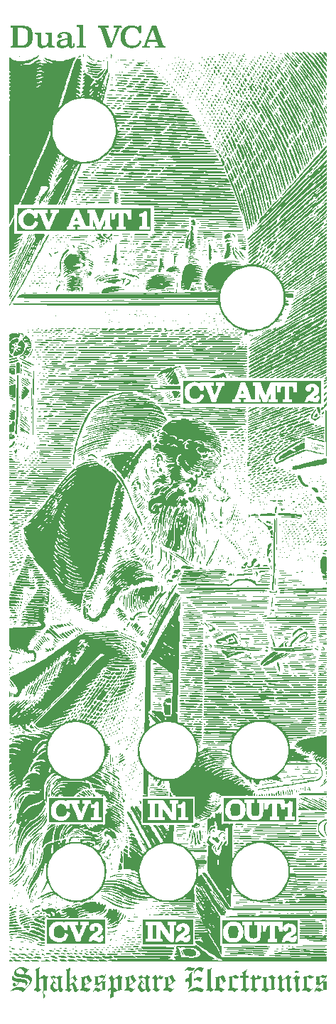
<source format=gbr>
%TF.GenerationSoftware,KiCad,Pcbnew,7.0.10*%
%TF.CreationDate,2024-02-21T22:44:58-06:00*%
%TF.ProjectId,Dual_VCA,4475616c-5f56-4434-912e-6b696361645f,rev?*%
%TF.SameCoordinates,Original*%
%TF.FileFunction,Legend,Top*%
%TF.FilePolarity,Positive*%
%FSLAX46Y46*%
G04 Gerber Fmt 4.6, Leading zero omitted, Abs format (unit mm)*
G04 Created by KiCad (PCBNEW 7.0.10) date 2024-02-21 22:44:58*
%MOMM*%
%LPD*%
G01*
G04 APERTURE LIST*
%ADD10C,0.150000*%
%ADD11C,0.300000*%
G04 APERTURE END LIST*
D10*
G36*
X202971785Y-47121902D02*
G01*
X203010871Y-47122460D01*
X203049351Y-47123391D01*
X203087225Y-47124693D01*
X203124494Y-47126367D01*
X203161157Y-47128414D01*
X203197213Y-47130832D01*
X203232664Y-47133623D01*
X203267510Y-47136786D01*
X203301749Y-47140321D01*
X203335382Y-47144228D01*
X203368410Y-47148507D01*
X203400832Y-47153158D01*
X203432648Y-47158181D01*
X203463858Y-47163576D01*
X203494462Y-47169344D01*
X203524456Y-47175633D01*
X203553834Y-47182596D01*
X203582597Y-47190231D01*
X203610745Y-47198538D01*
X203638277Y-47207518D01*
X203665194Y-47217171D01*
X203691495Y-47227497D01*
X203717181Y-47238495D01*
X203742252Y-47250165D01*
X203766707Y-47262509D01*
X203790547Y-47275525D01*
X203813772Y-47289213D01*
X203836381Y-47303575D01*
X203858374Y-47318608D01*
X203879753Y-47334315D01*
X203900516Y-47350694D01*
X203920647Y-47367839D01*
X203940129Y-47385842D01*
X203958962Y-47404704D01*
X203977147Y-47424425D01*
X203994683Y-47445004D01*
X204011570Y-47466442D01*
X204027808Y-47488739D01*
X204043398Y-47511894D01*
X204058339Y-47535908D01*
X204072631Y-47560781D01*
X204086274Y-47586512D01*
X204099269Y-47613102D01*
X204111614Y-47640551D01*
X204123311Y-47668858D01*
X204134359Y-47698024D01*
X204144759Y-47728049D01*
X204154593Y-47759004D01*
X204163793Y-47791113D01*
X204172358Y-47824377D01*
X204180288Y-47858795D01*
X204187585Y-47894368D01*
X204194247Y-47931095D01*
X204200274Y-47968976D01*
X204205667Y-48008012D01*
X204210425Y-48048203D01*
X204214549Y-48089548D01*
X204218039Y-48132047D01*
X204220894Y-48175700D01*
X204223114Y-48220508D01*
X204224701Y-48266471D01*
X204225652Y-48313588D01*
X204225969Y-48361859D01*
X204225890Y-48386648D01*
X204225652Y-48411175D01*
X204224701Y-48459442D01*
X204223114Y-48506659D01*
X204220894Y-48552827D01*
X204218039Y-48597945D01*
X204214549Y-48642013D01*
X204210425Y-48685033D01*
X204205667Y-48727002D01*
X204200274Y-48767923D01*
X204194247Y-48807793D01*
X204187585Y-48846615D01*
X204180288Y-48884386D01*
X204172358Y-48921109D01*
X204163793Y-48956781D01*
X204154593Y-48991405D01*
X204144759Y-49024979D01*
X204134359Y-49057541D01*
X204123311Y-49089283D01*
X204111614Y-49120205D01*
X204099269Y-49150306D01*
X204086274Y-49179586D01*
X204072631Y-49208046D01*
X204058339Y-49235686D01*
X204043398Y-49262505D01*
X204027808Y-49288503D01*
X204011570Y-49313681D01*
X203994683Y-49338039D01*
X203977147Y-49361576D01*
X203958962Y-49384292D01*
X203940129Y-49406188D01*
X203920647Y-49427264D01*
X203900516Y-49447519D01*
X203879753Y-49467006D01*
X203858374Y-49485777D01*
X203836381Y-49503833D01*
X203813772Y-49521173D01*
X203790547Y-49537798D01*
X203766707Y-49553707D01*
X203742252Y-49568901D01*
X203717181Y-49583379D01*
X203691495Y-49597141D01*
X203665194Y-49610188D01*
X203638277Y-49622520D01*
X203610745Y-49634135D01*
X203582597Y-49645036D01*
X203553834Y-49655221D01*
X203524456Y-49664690D01*
X203494462Y-49673443D01*
X203463858Y-49681503D01*
X203432648Y-49689042D01*
X203400832Y-49696062D01*
X203368410Y-49702562D01*
X203335382Y-49708541D01*
X203301749Y-49714001D01*
X203267510Y-49718941D01*
X203232664Y-49723360D01*
X203197213Y-49727260D01*
X203161157Y-49730640D01*
X203124494Y-49733500D01*
X203087225Y-49735840D01*
X203049351Y-49737660D01*
X203010871Y-49738960D01*
X202971785Y-49739740D01*
X202932093Y-49740000D01*
X201560059Y-49740000D01*
X201560059Y-49544605D01*
X201597990Y-49543966D01*
X201633475Y-49542048D01*
X201666512Y-49538852D01*
X201697102Y-49534378D01*
X201725245Y-49528624D01*
X201750940Y-49521593D01*
X201774189Y-49513283D01*
X201804473Y-49498421D01*
X201829251Y-49480682D01*
X201848522Y-49460067D01*
X201862288Y-49436575D01*
X201870547Y-49410207D01*
X201873300Y-49380963D01*
X201873300Y-47480753D01*
X201870547Y-47451508D01*
X201862288Y-47425140D01*
X201848522Y-47401649D01*
X201842557Y-47395268D01*
X202411245Y-47395268D01*
X202411245Y-49466448D01*
X202988269Y-49466448D01*
X203024565Y-49465814D01*
X203059724Y-49463914D01*
X203093745Y-49460748D01*
X203126629Y-49456315D01*
X203158374Y-49450616D01*
X203188982Y-49443650D01*
X203218452Y-49435417D01*
X203246785Y-49425918D01*
X203273979Y-49415153D01*
X203300036Y-49403121D01*
X203316775Y-49394396D01*
X203341038Y-49380181D01*
X203364367Y-49364786D01*
X203386762Y-49348210D01*
X203408223Y-49330454D01*
X203428751Y-49311517D01*
X203448345Y-49291399D01*
X203467005Y-49270100D01*
X203484731Y-49247621D01*
X203501523Y-49223961D01*
X203517381Y-49199121D01*
X203527435Y-49181905D01*
X203541900Y-49155118D01*
X203555528Y-49127193D01*
X203568318Y-49098131D01*
X203580272Y-49067931D01*
X203591388Y-49036593D01*
X203601667Y-49004118D01*
X203611108Y-48970505D01*
X203619713Y-48935754D01*
X203627480Y-48899865D01*
X203632193Y-48875307D01*
X203636534Y-48850244D01*
X203638565Y-48837522D01*
X203642410Y-48811657D01*
X203646007Y-48785353D01*
X203649356Y-48758611D01*
X203652457Y-48731429D01*
X203655309Y-48703809D01*
X203657914Y-48675749D01*
X203660271Y-48647251D01*
X203662379Y-48618314D01*
X203664240Y-48588938D01*
X203665852Y-48559123D01*
X203667216Y-48528870D01*
X203668333Y-48498177D01*
X203669201Y-48467046D01*
X203669821Y-48435476D01*
X203670193Y-48403466D01*
X203670317Y-48371018D01*
X203670193Y-48338573D01*
X203669821Y-48306723D01*
X203669201Y-48275470D01*
X203668333Y-48244813D01*
X203667216Y-48214753D01*
X203665852Y-48185289D01*
X203664240Y-48156421D01*
X203662379Y-48128149D01*
X203660271Y-48100474D01*
X203657914Y-48073395D01*
X203655309Y-48046912D01*
X203652457Y-48021026D01*
X203649356Y-47995736D01*
X203646007Y-47971042D01*
X203640519Y-47935119D01*
X203638565Y-47923443D01*
X203632193Y-47889245D01*
X203624984Y-47856260D01*
X203616938Y-47824487D01*
X203608054Y-47793928D01*
X203598333Y-47764581D01*
X203587775Y-47736447D01*
X203576380Y-47709526D01*
X203564148Y-47683818D01*
X203551078Y-47659323D01*
X203537171Y-47636041D01*
X203527435Y-47621193D01*
X203512199Y-47599873D01*
X203496029Y-47579648D01*
X203478926Y-47560517D01*
X203460888Y-47542482D01*
X203441917Y-47525541D01*
X203422012Y-47509695D01*
X203401173Y-47494944D01*
X203379401Y-47481287D01*
X203356695Y-47468726D01*
X203333054Y-47457259D01*
X203316775Y-47450223D01*
X203291477Y-47440402D01*
X203265041Y-47431547D01*
X203237467Y-47423658D01*
X203208755Y-47416735D01*
X203178906Y-47410778D01*
X203147919Y-47405787D01*
X203115794Y-47401762D01*
X203082531Y-47398703D01*
X203048131Y-47396610D01*
X203012593Y-47395483D01*
X202988269Y-47395268D01*
X202411245Y-47395268D01*
X201842557Y-47395268D01*
X201829251Y-47381033D01*
X201804473Y-47363295D01*
X201774189Y-47348433D01*
X201750940Y-47340123D01*
X201725245Y-47333091D01*
X201697102Y-47327338D01*
X201666512Y-47322864D01*
X201633475Y-47319667D01*
X201597990Y-47317750D01*
X201560059Y-47317110D01*
X201560059Y-47121716D01*
X202932093Y-47121716D01*
X202971785Y-47121902D01*
G37*
G36*
X206546277Y-49379741D02*
G01*
X206548718Y-49408113D01*
X206556044Y-49433694D01*
X206568253Y-49456485D01*
X206585346Y-49476484D01*
X206607322Y-49493693D01*
X206634182Y-49508112D01*
X206665926Y-49519740D01*
X206689802Y-49525941D01*
X206715848Y-49530902D01*
X206744065Y-49534623D01*
X206774452Y-49537104D01*
X206807010Y-49538344D01*
X206824103Y-49538499D01*
X206824103Y-49740000D01*
X206067561Y-49740000D01*
X206067561Y-49380963D01*
X206051642Y-49405062D01*
X206034800Y-49428893D01*
X206017033Y-49452455D01*
X205998343Y-49475750D01*
X205978727Y-49498776D01*
X205962370Y-49517003D01*
X205949713Y-49530561D01*
X205932282Y-49548307D01*
X205914184Y-49565519D01*
X205895417Y-49582196D01*
X205875983Y-49598339D01*
X205855880Y-49613947D01*
X205835110Y-49629022D01*
X205813672Y-49643562D01*
X205791566Y-49657568D01*
X205768792Y-49670829D01*
X205745351Y-49683442D01*
X205721241Y-49695406D01*
X205696464Y-49706721D01*
X205671019Y-49717388D01*
X205644906Y-49727406D01*
X205618125Y-49736775D01*
X205590676Y-49745495D01*
X205562693Y-49753366D01*
X205534004Y-49760188D01*
X205504609Y-49765960D01*
X205474508Y-49770683D01*
X205443701Y-49774356D01*
X205412188Y-49776979D01*
X205379969Y-49778554D01*
X205355342Y-49779046D01*
X205347044Y-49779078D01*
X205312879Y-49778594D01*
X205279839Y-49777142D01*
X205247925Y-49774721D01*
X205217137Y-49771331D01*
X205187475Y-49766974D01*
X205158939Y-49761647D01*
X205131528Y-49755353D01*
X205105244Y-49748090D01*
X205080085Y-49739859D01*
X205056052Y-49730659D01*
X205033144Y-49720491D01*
X205011363Y-49709355D01*
X204980802Y-49690834D01*
X204952773Y-49670135D01*
X204935495Y-49655125D01*
X204911597Y-49630396D01*
X204890050Y-49602918D01*
X204870853Y-49572693D01*
X204859362Y-49551017D01*
X204848915Y-49528119D01*
X204839512Y-49504000D01*
X204831154Y-49478660D01*
X204823842Y-49452098D01*
X204817573Y-49424316D01*
X204812350Y-49395312D01*
X204808171Y-49365087D01*
X204805037Y-49333640D01*
X204802947Y-49300973D01*
X204801903Y-49267084D01*
X204801772Y-49249682D01*
X204801772Y-48297745D01*
X204799083Y-48269155D01*
X204791017Y-48243378D01*
X204777574Y-48220412D01*
X204758753Y-48200258D01*
X204734555Y-48182917D01*
X204704979Y-48168387D01*
X204670026Y-48156670D01*
X204643736Y-48150421D01*
X204615057Y-48145422D01*
X204583987Y-48141672D01*
X204550528Y-48139172D01*
X204514679Y-48137923D01*
X204495858Y-48137766D01*
X204495858Y-47942372D01*
X205269497Y-47942372D01*
X205269497Y-49095198D01*
X205269738Y-49122554D01*
X205270461Y-49148903D01*
X205271665Y-49174246D01*
X205274375Y-49210372D01*
X205278170Y-49244234D01*
X205283048Y-49275831D01*
X205289010Y-49305164D01*
X205296057Y-49332231D01*
X205304187Y-49357034D01*
X205316714Y-49386582D01*
X205331168Y-49412103D01*
X205347760Y-49433999D01*
X205366698Y-49452976D01*
X205387983Y-49469033D01*
X205411616Y-49482171D01*
X205437595Y-49492389D01*
X205465922Y-49499687D01*
X205496595Y-49504067D01*
X205521141Y-49505435D01*
X205529616Y-49505526D01*
X205561000Y-49504373D01*
X205591955Y-49500911D01*
X205622480Y-49495142D01*
X205652577Y-49487065D01*
X205682244Y-49476681D01*
X205711481Y-49463988D01*
X205740289Y-49448989D01*
X205768668Y-49431681D01*
X205796618Y-49412066D01*
X205824138Y-49390143D01*
X205842247Y-49374246D01*
X205860085Y-49357471D01*
X205877423Y-49340119D01*
X205894260Y-49322189D01*
X205910596Y-49303683D01*
X205926432Y-49284599D01*
X205941766Y-49264938D01*
X205956599Y-49244699D01*
X205970932Y-49223884D01*
X205984764Y-49202491D01*
X205998094Y-49180521D01*
X206010924Y-49157974D01*
X206023253Y-49134850D01*
X206035082Y-49111148D01*
X206046409Y-49086869D01*
X206057235Y-49062013D01*
X206067561Y-49036580D01*
X206067561Y-48301409D01*
X206065757Y-48276839D01*
X206058830Y-48249991D01*
X206046709Y-48226020D01*
X206029392Y-48204925D01*
X206006881Y-48186707D01*
X205993677Y-48178677D01*
X205968531Y-48166891D01*
X205939271Y-48157103D01*
X205912900Y-48150711D01*
X205883897Y-48145597D01*
X205852260Y-48141762D01*
X205826804Y-48139724D01*
X205799867Y-48138406D01*
X205771448Y-48137806D01*
X205761646Y-48137766D01*
X205761646Y-47942372D01*
X206546277Y-47942372D01*
X206546277Y-49379741D01*
G37*
G36*
X208064569Y-47864483D02*
G01*
X208094619Y-47865288D01*
X208124475Y-47866629D01*
X208154139Y-47868508D01*
X208183609Y-47870923D01*
X208212886Y-47873874D01*
X208241969Y-47877363D01*
X208270860Y-47881388D01*
X208299557Y-47885949D01*
X208328062Y-47891048D01*
X208346957Y-47894745D01*
X208375039Y-47900736D01*
X208402498Y-47907489D01*
X208429335Y-47915004D01*
X208455550Y-47923281D01*
X208481141Y-47932320D01*
X208506111Y-47942122D01*
X208530457Y-47952685D01*
X208554182Y-47964011D01*
X208577283Y-47976098D01*
X208599763Y-47988948D01*
X208614403Y-47997937D01*
X208635737Y-48012148D01*
X208656234Y-48027304D01*
X208675894Y-48043404D01*
X208694717Y-48060448D01*
X208712702Y-48078437D01*
X208729851Y-48097371D01*
X208746162Y-48117249D01*
X208761635Y-48138072D01*
X208776272Y-48159839D01*
X208790072Y-48182551D01*
X208798806Y-48198217D01*
X208811137Y-48222610D01*
X208822255Y-48248162D01*
X208832160Y-48274874D01*
X208840852Y-48302745D01*
X208848332Y-48331775D01*
X208854598Y-48361964D01*
X208859652Y-48393313D01*
X208863492Y-48425820D01*
X208866120Y-48459487D01*
X208867535Y-48494313D01*
X208867805Y-48518175D01*
X208867805Y-49404166D01*
X208868733Y-49432210D01*
X208871519Y-49457496D01*
X208878121Y-49486920D01*
X208888024Y-49511439D01*
X208905045Y-49535193D01*
X208927225Y-49551284D01*
X208954562Y-49559712D01*
X208973440Y-49561092D01*
X208998985Y-49557276D01*
X209020666Y-49545829D01*
X209038484Y-49526750D01*
X209046713Y-49512854D01*
X209057665Y-49487971D01*
X209065489Y-49461563D01*
X209069767Y-49437203D01*
X209071650Y-49411674D01*
X209071748Y-49404166D01*
X209071748Y-49192896D01*
X209237222Y-49192896D01*
X209237222Y-49354096D01*
X209236783Y-49383004D01*
X209235467Y-49410806D01*
X209233272Y-49437501D01*
X209230200Y-49463089D01*
X209226250Y-49487571D01*
X209220079Y-49516616D01*
X209212535Y-49543933D01*
X209209134Y-49554375D01*
X209199746Y-49579169D01*
X209189134Y-49602413D01*
X209177301Y-49624106D01*
X209161487Y-49648091D01*
X209143913Y-49669844D01*
X209127923Y-49686266D01*
X209107544Y-49704033D01*
X209085792Y-49719783D01*
X209062665Y-49733514D01*
X209038164Y-49745228D01*
X209012290Y-49754924D01*
X209003360Y-49757707D01*
X208975911Y-49764970D01*
X208947604Y-49770730D01*
X208923358Y-49774383D01*
X208898516Y-49776991D01*
X208873078Y-49778557D01*
X208847044Y-49779078D01*
X208817963Y-49778348D01*
X208790253Y-49776157D01*
X208763915Y-49772504D01*
X208738948Y-49767391D01*
X208715352Y-49760817D01*
X208688848Y-49750999D01*
X208684623Y-49749159D01*
X208660394Y-49737273D01*
X208637625Y-49724057D01*
X208616316Y-49709510D01*
X208596466Y-49693632D01*
X208578076Y-49676422D01*
X208572271Y-49670390D01*
X208556035Y-49651371D01*
X208541216Y-49631407D01*
X208527814Y-49610498D01*
X208515828Y-49588645D01*
X208505259Y-49565848D01*
X208502051Y-49558039D01*
X208493257Y-49533989D01*
X208485193Y-49509467D01*
X208477858Y-49484472D01*
X208471254Y-49459006D01*
X208465379Y-49433067D01*
X208463583Y-49424316D01*
X208450816Y-49448209D01*
X208436559Y-49471805D01*
X208420811Y-49495102D01*
X208403572Y-49518101D01*
X208384842Y-49540802D01*
X208364622Y-49563205D01*
X208356116Y-49572083D01*
X208338599Y-49589389D01*
X208320243Y-49606200D01*
X208301047Y-49622515D01*
X208281011Y-49638333D01*
X208260136Y-49653656D01*
X208238422Y-49668482D01*
X208215867Y-49682812D01*
X208192473Y-49696646D01*
X208168421Y-49709603D01*
X208143587Y-49721300D01*
X208117970Y-49731737D01*
X208091571Y-49740915D01*
X208064389Y-49748834D01*
X208036425Y-49755494D01*
X208007679Y-49760894D01*
X207978150Y-49765034D01*
X207947963Y-49768326D01*
X207917242Y-49771179D01*
X207885987Y-49773592D01*
X207854197Y-49775567D01*
X207821873Y-49777103D01*
X207797279Y-49777967D01*
X207772385Y-49778585D01*
X207747190Y-49778955D01*
X207721695Y-49779078D01*
X207681021Y-49778551D01*
X207641734Y-49776970D01*
X207603836Y-49774334D01*
X207567326Y-49770644D01*
X207532204Y-49765900D01*
X207498471Y-49760102D01*
X207466125Y-49753249D01*
X207435168Y-49745342D01*
X207405599Y-49736381D01*
X207377418Y-49726366D01*
X207350625Y-49715296D01*
X207325220Y-49703172D01*
X207301204Y-49689994D01*
X207278576Y-49675762D01*
X207257336Y-49660475D01*
X207237484Y-49644134D01*
X207218999Y-49626815D01*
X207201706Y-49608748D01*
X207185606Y-49589931D01*
X207170699Y-49570365D01*
X207156984Y-49550051D01*
X207144462Y-49528987D01*
X207133132Y-49507175D01*
X207122995Y-49484613D01*
X207114051Y-49461303D01*
X207106299Y-49437243D01*
X207099739Y-49412435D01*
X207094373Y-49386878D01*
X207090199Y-49360572D01*
X207087217Y-49333516D01*
X207085428Y-49305712D01*
X207084832Y-49277159D01*
X207085310Y-49251245D01*
X207086062Y-49238080D01*
X207527522Y-49238080D01*
X207528896Y-49268811D01*
X207533018Y-49297805D01*
X207539887Y-49325063D01*
X207549504Y-49350585D01*
X207561869Y-49374370D01*
X207576981Y-49396419D01*
X207594842Y-49416731D01*
X207615450Y-49435307D01*
X207638863Y-49451764D01*
X207665138Y-49466028D01*
X207694275Y-49478097D01*
X207718007Y-49485708D01*
X207743348Y-49492086D01*
X207770299Y-49497229D01*
X207798861Y-49501138D01*
X207829032Y-49503812D01*
X207860813Y-49505252D01*
X207882896Y-49505526D01*
X207916196Y-49504770D01*
X207948777Y-49502500D01*
X207980639Y-49498716D01*
X208011781Y-49493419D01*
X208042205Y-49486609D01*
X208071909Y-49478285D01*
X208100895Y-49468448D01*
X208129161Y-49457098D01*
X208156708Y-49444234D01*
X208183536Y-49429856D01*
X208201022Y-49419431D01*
X208226487Y-49403052D01*
X208250674Y-49386200D01*
X208273584Y-49368877D01*
X208295218Y-49351081D01*
X208315573Y-49332813D01*
X208334652Y-49314072D01*
X208352453Y-49294860D01*
X208368977Y-49275175D01*
X208384224Y-49255018D01*
X208398193Y-49234388D01*
X208406796Y-49220373D01*
X208406796Y-48731887D01*
X208378866Y-48738876D01*
X208351403Y-48745798D01*
X208324407Y-48752653D01*
X208297879Y-48759441D01*
X208271819Y-48766162D01*
X208246226Y-48772817D01*
X208221100Y-48779405D01*
X208196442Y-48785926D01*
X208172252Y-48792380D01*
X208148529Y-48798768D01*
X208113821Y-48808224D01*
X208080165Y-48817530D01*
X208047560Y-48826685D01*
X208016008Y-48835690D01*
X207985584Y-48844576D01*
X207956137Y-48853601D01*
X207927667Y-48862765D01*
X207900174Y-48872069D01*
X207873657Y-48881513D01*
X207848117Y-48891096D01*
X207823554Y-48900818D01*
X207799967Y-48910681D01*
X207777358Y-48920682D01*
X207748731Y-48934235D01*
X207741845Y-48937662D01*
X207715541Y-48951496D01*
X207690974Y-48965826D01*
X207668143Y-48980652D01*
X207647049Y-48995975D01*
X207627690Y-49011793D01*
X207605935Y-49032264D01*
X207586892Y-49053510D01*
X207580034Y-49062226D01*
X207564906Y-49085034D01*
X207552342Y-49109572D01*
X207542343Y-49135838D01*
X207534907Y-49163834D01*
X207530035Y-49193560D01*
X207527984Y-49218585D01*
X207527522Y-49238080D01*
X207086062Y-49238080D01*
X207086743Y-49226169D01*
X207090139Y-49194036D01*
X207095234Y-49163391D01*
X207102027Y-49134234D01*
X207110518Y-49106566D01*
X207120708Y-49080386D01*
X207132595Y-49055695D01*
X207139176Y-49043907D01*
X207153563Y-49021172D01*
X207169248Y-48999371D01*
X207186231Y-48978506D01*
X207204511Y-48958575D01*
X207224089Y-48939579D01*
X207244964Y-48921519D01*
X207267136Y-48904393D01*
X207290607Y-48888203D01*
X207315222Y-48872747D01*
X207340829Y-48858130D01*
X207367429Y-48844353D01*
X207395020Y-48831416D01*
X207423604Y-48819318D01*
X207453181Y-48808060D01*
X207483749Y-48797642D01*
X207507327Y-48790379D01*
X207515310Y-48788063D01*
X207539617Y-48781144D01*
X207564225Y-48774353D01*
X207589134Y-48767691D01*
X207614343Y-48761158D01*
X207639852Y-48754754D01*
X207665662Y-48748478D01*
X207691773Y-48742332D01*
X207718184Y-48736314D01*
X207744896Y-48730425D01*
X207771908Y-48724665D01*
X207790083Y-48720896D01*
X207817537Y-48715302D01*
X207845174Y-48709741D01*
X207872993Y-48704211D01*
X207900994Y-48698714D01*
X207929178Y-48693249D01*
X207957545Y-48687816D01*
X207986093Y-48682415D01*
X208014825Y-48677047D01*
X208043739Y-48671711D01*
X208072835Y-48666407D01*
X208092334Y-48662889D01*
X208121736Y-48657504D01*
X208151095Y-48651883D01*
X208180411Y-48646026D01*
X208209685Y-48639934D01*
X208238915Y-48633604D01*
X208268103Y-48627039D01*
X208297247Y-48620238D01*
X208326349Y-48613200D01*
X208355408Y-48605927D01*
X208384423Y-48598417D01*
X208403743Y-48593279D01*
X208403743Y-48483981D01*
X208403177Y-48456948D01*
X208401477Y-48430421D01*
X208398645Y-48404402D01*
X208394680Y-48378889D01*
X208389581Y-48353884D01*
X208383350Y-48329385D01*
X208380540Y-48319727D01*
X208372780Y-48295971D01*
X208363617Y-48273169D01*
X208350773Y-48247065D01*
X208335911Y-48222336D01*
X208319031Y-48198980D01*
X208306657Y-48184173D01*
X208286707Y-48163300D01*
X208264868Y-48144187D01*
X208245226Y-48129605D01*
X208224273Y-48116245D01*
X208202007Y-48104107D01*
X208178429Y-48093192D01*
X208153525Y-48083517D01*
X208127279Y-48075482D01*
X208099691Y-48069087D01*
X208070762Y-48064331D01*
X208040491Y-48061216D01*
X208015308Y-48059904D01*
X207995858Y-48059609D01*
X207962708Y-48059920D01*
X207930578Y-48060854D01*
X207899467Y-48062410D01*
X207869376Y-48064589D01*
X207840305Y-48067390D01*
X207812254Y-48070814D01*
X207785222Y-48074861D01*
X207759209Y-48079530D01*
X207734217Y-48084821D01*
X207710244Y-48090735D01*
X207694829Y-48095024D01*
X207665195Y-48104116D01*
X207637050Y-48113991D01*
X207610393Y-48124648D01*
X207585225Y-48136087D01*
X207561544Y-48148309D01*
X207539353Y-48161313D01*
X207518649Y-48175099D01*
X207499434Y-48189668D01*
X207524201Y-48192721D01*
X207552308Y-48198903D01*
X207578655Y-48207834D01*
X207603242Y-48219511D01*
X207626068Y-48233937D01*
X207636821Y-48242180D01*
X207655912Y-48260706D01*
X207671053Y-48281936D01*
X207682244Y-48305872D01*
X207689486Y-48332512D01*
X207692503Y-48356778D01*
X207692997Y-48372240D01*
X207691446Y-48402066D01*
X207686795Y-48430104D01*
X207679043Y-48456353D01*
X207668191Y-48480813D01*
X207654237Y-48503484D01*
X207637183Y-48524367D01*
X207629494Y-48532219D01*
X207608364Y-48549985D01*
X207584282Y-48564741D01*
X207557249Y-48576485D01*
X207533498Y-48583712D01*
X207507857Y-48589012D01*
X207480327Y-48592384D01*
X207450908Y-48593830D01*
X207443258Y-48593890D01*
X207413529Y-48592879D01*
X207385709Y-48589845D01*
X207359796Y-48584788D01*
X207335792Y-48577709D01*
X207308469Y-48566015D01*
X207284128Y-48551162D01*
X207262769Y-48533148D01*
X207258855Y-48529166D01*
X207241088Y-48507511D01*
X207226333Y-48483382D01*
X207214589Y-48456778D01*
X207205856Y-48427700D01*
X207201038Y-48402655D01*
X207198147Y-48376027D01*
X207197184Y-48347815D01*
X207198555Y-48320338D01*
X207202670Y-48292861D01*
X207209527Y-48265383D01*
X207219127Y-48237906D01*
X207231471Y-48210429D01*
X207243320Y-48188447D01*
X207253360Y-48171960D01*
X207268176Y-48150293D01*
X207284539Y-48129256D01*
X207302447Y-48108848D01*
X207321900Y-48089071D01*
X207342899Y-48069922D01*
X207365444Y-48051404D01*
X207389535Y-48033515D01*
X207415170Y-48016256D01*
X207442371Y-47999578D01*
X207463811Y-47987621D01*
X207486142Y-47976137D01*
X207509363Y-47965124D01*
X207533476Y-47954584D01*
X207558479Y-47944516D01*
X207584373Y-47934921D01*
X207611158Y-47925798D01*
X207638834Y-47917146D01*
X207667401Y-47908968D01*
X207677121Y-47906346D01*
X207706926Y-47898817D01*
X207737492Y-47892028D01*
X207768821Y-47885980D01*
X207800912Y-47880672D01*
X207833765Y-47876105D01*
X207867380Y-47872279D01*
X207901757Y-47869193D01*
X207936896Y-47866848D01*
X207972797Y-47865243D01*
X208009461Y-47864379D01*
X208034326Y-47864214D01*
X208064569Y-47864483D01*
G37*
G36*
X210250219Y-49386458D02*
G01*
X210252908Y-49414721D01*
X210260974Y-49440203D01*
X210274418Y-49462906D01*
X210293238Y-49482829D01*
X210317437Y-49499972D01*
X210347012Y-49514335D01*
X210381966Y-49525918D01*
X210408255Y-49532096D01*
X210436935Y-49537038D01*
X210468004Y-49540744D01*
X210501463Y-49543215D01*
X210537313Y-49544451D01*
X210556133Y-49544605D01*
X210556133Y-49740000D01*
X209466200Y-49740000D01*
X209466200Y-49544605D01*
X209502800Y-49543987D01*
X209537040Y-49542134D01*
X209568918Y-49539045D01*
X209598434Y-49534721D01*
X209625590Y-49529161D01*
X209650384Y-49522366D01*
X209683147Y-49509856D01*
X209710598Y-49494566D01*
X209732735Y-49476497D01*
X209749560Y-49455647D01*
X209761071Y-49432018D01*
X209767270Y-49405609D01*
X209768450Y-49386458D01*
X209768450Y-47397100D01*
X209765794Y-47368837D01*
X209757824Y-47343355D01*
X209744542Y-47320652D01*
X209725946Y-47300729D01*
X209702038Y-47283586D01*
X209672816Y-47269223D01*
X209638282Y-47257640D01*
X209612307Y-47251462D01*
X209583971Y-47246520D01*
X209553274Y-47242814D01*
X209520215Y-47240343D01*
X209484795Y-47239107D01*
X209466200Y-47238953D01*
X209466200Y-47043558D01*
X210250219Y-47043558D01*
X210250219Y-49386458D01*
G37*
G36*
X214849923Y-47317110D02*
G01*
X214821070Y-47317347D01*
X214793816Y-47318055D01*
X214768162Y-47319236D01*
X214736443Y-47321545D01*
X214707568Y-47324693D01*
X214681536Y-47328681D01*
X214652995Y-47334847D01*
X214628895Y-47342324D01*
X214624609Y-47343977D01*
X214601367Y-47354639D01*
X214578594Y-47369140D01*
X214560495Y-47385861D01*
X214545535Y-47407690D01*
X214540345Y-47419692D01*
X213661071Y-49740000D01*
X213151214Y-49740000D01*
X212306744Y-47423356D01*
X212294944Y-47401400D01*
X212277709Y-47382016D01*
X212255040Y-47365203D01*
X212231283Y-47352838D01*
X212208436Y-47343977D01*
X212183353Y-47336237D01*
X212156571Y-47329809D01*
X212128088Y-47324693D01*
X212097907Y-47320889D01*
X212072538Y-47318790D01*
X212046082Y-47317530D01*
X212018538Y-47317110D01*
X212018538Y-47121716D01*
X213302644Y-47121716D01*
X213302644Y-47317110D01*
X212993066Y-47317110D01*
X212963690Y-47318571D01*
X212939293Y-47322954D01*
X212916588Y-47332070D01*
X212897468Y-47350770D01*
X212891095Y-47376950D01*
X212894380Y-47401959D01*
X212901475Y-47422745D01*
X213576807Y-49300973D01*
X214252138Y-47450833D01*
X214259924Y-47426256D01*
X214262519Y-47401374D01*
X214258658Y-47377099D01*
X214243831Y-47353400D01*
X214222982Y-47338176D01*
X214194410Y-47327067D01*
X214165993Y-47321143D01*
X214141437Y-47318427D01*
X214114101Y-47317193D01*
X214104371Y-47317110D01*
X213886385Y-47317110D01*
X213886385Y-47121716D01*
X214846259Y-47121716D01*
X214849923Y-47317110D01*
G37*
G36*
X217162903Y-47989389D02*
G01*
X216906448Y-48010150D01*
X216897167Y-47973663D01*
X216886879Y-47938088D01*
X216875586Y-47903424D01*
X216863285Y-47869672D01*
X216849978Y-47836830D01*
X216835665Y-47804900D01*
X216820345Y-47773880D01*
X216804018Y-47743772D01*
X216786685Y-47714575D01*
X216768345Y-47686289D01*
X216748999Y-47658914D01*
X216728646Y-47632451D01*
X216707287Y-47606898D01*
X216684921Y-47582257D01*
X216661549Y-47558527D01*
X216637170Y-47535708D01*
X216611901Y-47513969D01*
X216585707Y-47493633D01*
X216558587Y-47474700D01*
X216530543Y-47457168D01*
X216501572Y-47441040D01*
X216471676Y-47426314D01*
X216440855Y-47412990D01*
X216409108Y-47401069D01*
X216376436Y-47390550D01*
X216342838Y-47381434D01*
X216308315Y-47373720D01*
X216272866Y-47367409D01*
X216236492Y-47362501D01*
X216199193Y-47358994D01*
X216160968Y-47356891D01*
X216121817Y-47356189D01*
X216093074Y-47356509D01*
X216064850Y-47357468D01*
X216037146Y-47359066D01*
X216009962Y-47361303D01*
X215983298Y-47364180D01*
X215957154Y-47367695D01*
X215931530Y-47371850D01*
X215906426Y-47376645D01*
X215881842Y-47382078D01*
X215857777Y-47388151D01*
X215834233Y-47394863D01*
X215799892Y-47406129D01*
X215766721Y-47418834D01*
X215734719Y-47432977D01*
X215724312Y-47438011D01*
X215693937Y-47453916D01*
X215664635Y-47470948D01*
X215636406Y-47489107D01*
X215609251Y-47508393D01*
X215583169Y-47528806D01*
X215558160Y-47550346D01*
X215534225Y-47573013D01*
X215511363Y-47596807D01*
X215489574Y-47621728D01*
X215468859Y-47647776D01*
X215455645Y-47665767D01*
X215436660Y-47693520D01*
X215418629Y-47722282D01*
X215401554Y-47752052D01*
X215385435Y-47782832D01*
X215370270Y-47814620D01*
X215356061Y-47847418D01*
X215342807Y-47881224D01*
X215334502Y-47904322D01*
X215326621Y-47927869D01*
X215319165Y-47951864D01*
X215312134Y-47976307D01*
X215305527Y-48001199D01*
X215302383Y-48013813D01*
X215296467Y-48039232D01*
X215290934Y-48064961D01*
X215285782Y-48091000D01*
X215281011Y-48117349D01*
X215276623Y-48144008D01*
X215272616Y-48170978D01*
X215268990Y-48198257D01*
X215265746Y-48225846D01*
X215262884Y-48253746D01*
X215260403Y-48281956D01*
X215258304Y-48310475D01*
X215256587Y-48339305D01*
X215255251Y-48368445D01*
X215254297Y-48397895D01*
X215253725Y-48427655D01*
X215253534Y-48457725D01*
X215253773Y-48490733D01*
X215254488Y-48523203D01*
X215255681Y-48555133D01*
X215257350Y-48586524D01*
X215259497Y-48617377D01*
X215262121Y-48647690D01*
X215265221Y-48677464D01*
X215268799Y-48706700D01*
X215272854Y-48735396D01*
X215277386Y-48763553D01*
X215282395Y-48791171D01*
X215287881Y-48818250D01*
X215293844Y-48844790D01*
X215300284Y-48870791D01*
X215307201Y-48896253D01*
X215314595Y-48921175D01*
X215322494Y-48945566D01*
X215330776Y-48969432D01*
X215339439Y-48992774D01*
X215348483Y-49015590D01*
X215362766Y-49048832D01*
X215377907Y-49080892D01*
X215393907Y-49111772D01*
X215410765Y-49141471D01*
X215428483Y-49169989D01*
X215447058Y-49197327D01*
X215466493Y-49223484D01*
X215486786Y-49248461D01*
X215507988Y-49272158D01*
X215529920Y-49294707D01*
X215552581Y-49316108D01*
X215575973Y-49336360D01*
X215600094Y-49355463D01*
X215624945Y-49373418D01*
X215650526Y-49390225D01*
X215676837Y-49405883D01*
X215703878Y-49420393D01*
X215731649Y-49433754D01*
X215750568Y-49442023D01*
X215779600Y-49453372D01*
X215809222Y-49463604D01*
X215839435Y-49472721D01*
X215870238Y-49480720D01*
X215901631Y-49487604D01*
X215933614Y-49493371D01*
X215966188Y-49498023D01*
X215999352Y-49501557D01*
X216033107Y-49503976D01*
X216067452Y-49505278D01*
X216090676Y-49505526D01*
X216135790Y-49504861D01*
X216179691Y-49502865D01*
X216222381Y-49499537D01*
X216263860Y-49494879D01*
X216304127Y-49488890D01*
X216343182Y-49481570D01*
X216381025Y-49472919D01*
X216417657Y-49462937D01*
X216453076Y-49451624D01*
X216487285Y-49438980D01*
X216520281Y-49425005D01*
X216552066Y-49409699D01*
X216582640Y-49393063D01*
X216612001Y-49375095D01*
X216640151Y-49355796D01*
X216667090Y-49335167D01*
X216693043Y-49313254D01*
X216718085Y-49290259D01*
X216742216Y-49266180D01*
X216765435Y-49241019D01*
X216787744Y-49214775D01*
X216809142Y-49187448D01*
X216829628Y-49159038D01*
X216849203Y-49129545D01*
X216867867Y-49098969D01*
X216885620Y-49067311D01*
X216902462Y-49034569D01*
X216918393Y-49000745D01*
X216933412Y-48965838D01*
X216947520Y-48929848D01*
X216960718Y-48892775D01*
X216973004Y-48854619D01*
X217208698Y-48935219D01*
X217199206Y-48966836D01*
X217189049Y-48998260D01*
X217178226Y-49029490D01*
X217166738Y-49060527D01*
X217154584Y-49091371D01*
X217141765Y-49122022D01*
X217128280Y-49152480D01*
X217114130Y-49182744D01*
X217099315Y-49212815D01*
X217083834Y-49242693D01*
X217073143Y-49262505D01*
X217056550Y-49291766D01*
X217039054Y-49320243D01*
X217020657Y-49347937D01*
X217001359Y-49374847D01*
X216981159Y-49400974D01*
X216960057Y-49426317D01*
X216938054Y-49450876D01*
X216915149Y-49474653D01*
X216891342Y-49497645D01*
X216866634Y-49519854D01*
X216849661Y-49534225D01*
X216823484Y-49554992D01*
X216796245Y-49574933D01*
X216767943Y-49594047D01*
X216738578Y-49612335D01*
X216708151Y-49629796D01*
X216676661Y-49646431D01*
X216644109Y-49662240D01*
X216621817Y-49672319D01*
X216599053Y-49682032D01*
X216575816Y-49691377D01*
X216552108Y-49700355D01*
X216527927Y-49708965D01*
X216515659Y-49713133D01*
X216490791Y-49721118D01*
X216465341Y-49728589D01*
X216439309Y-49735544D01*
X216412695Y-49741984D01*
X216385499Y-49747909D01*
X216357722Y-49753318D01*
X216329362Y-49758213D01*
X216300420Y-49762592D01*
X216270896Y-49766456D01*
X216240790Y-49769805D01*
X216210103Y-49772638D01*
X216178833Y-49774957D01*
X216146981Y-49776760D01*
X216114547Y-49778048D01*
X216081532Y-49778821D01*
X216047934Y-49779078D01*
X216012516Y-49778766D01*
X215977399Y-49777829D01*
X215942583Y-49776266D01*
X215908067Y-49774079D01*
X215873851Y-49771267D01*
X215839936Y-49767830D01*
X215806322Y-49763768D01*
X215773008Y-49759081D01*
X215739995Y-49753769D01*
X215707282Y-49747832D01*
X215674870Y-49741271D01*
X215642758Y-49734084D01*
X215610947Y-49726273D01*
X215579436Y-49717836D01*
X215548226Y-49708775D01*
X215517316Y-49699089D01*
X215486796Y-49688763D01*
X215456752Y-49677784D01*
X215427185Y-49666152D01*
X215398095Y-49653866D01*
X215369483Y-49640926D01*
X215341347Y-49627333D01*
X215313688Y-49613086D01*
X215286507Y-49598186D01*
X215259802Y-49582632D01*
X215233575Y-49566425D01*
X215207824Y-49549564D01*
X215182551Y-49532050D01*
X215157755Y-49513882D01*
X215133435Y-49495060D01*
X215109593Y-49475585D01*
X215086228Y-49455457D01*
X215063485Y-49434670D01*
X215041358Y-49413220D01*
X215019846Y-49391107D01*
X214998949Y-49368331D01*
X214978668Y-49344891D01*
X214959002Y-49320789D01*
X214939952Y-49296024D01*
X214921516Y-49270595D01*
X214903697Y-49244504D01*
X214886492Y-49217749D01*
X214869903Y-49190331D01*
X214853930Y-49162251D01*
X214838572Y-49133507D01*
X214823829Y-49104100D01*
X214809701Y-49074030D01*
X214796189Y-49043297D01*
X214783398Y-49011812D01*
X214771431Y-48979641D01*
X214760290Y-48946783D01*
X214749974Y-48913237D01*
X214740483Y-48879005D01*
X214731818Y-48844086D01*
X214723978Y-48808480D01*
X214716963Y-48772187D01*
X214710773Y-48735207D01*
X214705409Y-48697540D01*
X214700870Y-48659187D01*
X214697156Y-48620146D01*
X214694268Y-48580418D01*
X214692205Y-48540004D01*
X214690967Y-48498902D01*
X214690554Y-48457114D01*
X214690960Y-48413513D01*
X214692176Y-48370637D01*
X214694204Y-48328486D01*
X214697042Y-48287060D01*
X214700691Y-48246359D01*
X214705152Y-48206383D01*
X214710423Y-48167133D01*
X214716505Y-48128607D01*
X214723398Y-48090807D01*
X214731102Y-48053732D01*
X214739618Y-48017381D01*
X214748944Y-47981756D01*
X214759081Y-47946856D01*
X214770029Y-47912681D01*
X214781788Y-47879232D01*
X214794357Y-47846507D01*
X214807633Y-47814424D01*
X214821510Y-47783051D01*
X214835988Y-47752390D01*
X214851068Y-47722439D01*
X214866748Y-47693199D01*
X214883029Y-47664670D01*
X214899911Y-47636852D01*
X214917395Y-47609744D01*
X214935479Y-47583347D01*
X214954165Y-47557661D01*
X214973451Y-47532686D01*
X214993339Y-47508421D01*
X215013828Y-47484868D01*
X215034918Y-47462025D01*
X215056608Y-47439893D01*
X215078900Y-47418471D01*
X215101808Y-47397737D01*
X215125192Y-47377666D01*
X215149053Y-47358257D01*
X215173392Y-47339512D01*
X215198207Y-47321430D01*
X215223500Y-47304011D01*
X215249269Y-47287255D01*
X215275516Y-47271162D01*
X215302240Y-47255733D01*
X215329440Y-47240966D01*
X215357118Y-47226862D01*
X215385273Y-47213422D01*
X215413904Y-47200644D01*
X215443013Y-47188530D01*
X215472599Y-47177079D01*
X215502662Y-47166290D01*
X215533175Y-47156161D01*
X215563961Y-47146684D01*
X215595018Y-47137861D01*
X215626348Y-47129692D01*
X215657949Y-47122177D01*
X215689822Y-47115314D01*
X215721967Y-47109106D01*
X215754385Y-47103551D01*
X215787073Y-47098649D01*
X215820034Y-47094401D01*
X215853267Y-47090807D01*
X215886772Y-47087866D01*
X215920548Y-47085578D01*
X215954597Y-47083944D01*
X215988917Y-47082964D01*
X216023510Y-47082637D01*
X216058829Y-47082955D01*
X216093500Y-47083906D01*
X216127523Y-47085492D01*
X216160896Y-47087713D01*
X216193621Y-47090568D01*
X216225697Y-47094058D01*
X216257124Y-47098182D01*
X216287903Y-47102940D01*
X216318032Y-47108333D01*
X216347513Y-47114360D01*
X216376345Y-47121022D01*
X216404528Y-47128318D01*
X216432063Y-47136249D01*
X216458949Y-47144814D01*
X216485186Y-47154014D01*
X216510774Y-47163848D01*
X216535647Y-47174090D01*
X216559737Y-47184513D01*
X216583045Y-47195118D01*
X216605571Y-47205904D01*
X216637892Y-47222422D01*
X216668454Y-47239349D01*
X216697255Y-47256683D01*
X216724296Y-47274425D01*
X216749576Y-47292575D01*
X216773097Y-47311133D01*
X216794857Y-47330099D01*
X216814856Y-47349473D01*
X216902784Y-47121716D01*
X217162903Y-47121716D01*
X217162903Y-47989389D01*
G37*
G36*
X219781186Y-49438360D02*
G01*
X219793303Y-49463261D01*
X219812250Y-49484842D01*
X219838030Y-49503103D01*
X219861847Y-49514620D01*
X219889507Y-49524269D01*
X219921009Y-49532051D01*
X219956354Y-49537965D01*
X219982052Y-49540870D01*
X220009457Y-49542945D01*
X220038571Y-49544190D01*
X220069392Y-49544605D01*
X220069392Y-49740000D01*
X218782233Y-49740000D01*
X218782233Y-49544605D01*
X219091810Y-49544605D01*
X219121187Y-49543025D01*
X219145584Y-49538284D01*
X219168289Y-49528424D01*
X219185716Y-49511169D01*
X219193383Y-49487719D01*
X219193782Y-49479881D01*
X219187599Y-49455266D01*
X219182791Y-49442634D01*
X219042351Y-49075659D01*
X217962798Y-49075659D01*
X217832739Y-49415767D01*
X217826621Y-49439695D01*
X217825411Y-49456067D01*
X217829183Y-49481574D01*
X217843666Y-49506475D01*
X217864032Y-49522471D01*
X217891942Y-49534143D01*
X217919701Y-49540369D01*
X217952287Y-49543827D01*
X217979895Y-49544605D01*
X218198492Y-49544605D01*
X218198492Y-49740000D01*
X217238007Y-49740000D01*
X217238007Y-49544605D01*
X217265032Y-49544391D01*
X217290694Y-49543747D01*
X217322789Y-49542220D01*
X217352460Y-49539930D01*
X217379709Y-49536877D01*
X217404534Y-49533061D01*
X217432157Y-49527217D01*
X217455994Y-49520181D01*
X217480480Y-49509934D01*
X217504381Y-49495809D01*
X217523256Y-49479347D01*
X217538674Y-49457670D01*
X217543921Y-49445687D01*
X217787420Y-48802107D01*
X218053778Y-48802107D01*
X218954424Y-48802107D01*
X218507459Y-47563796D01*
X218053778Y-48802107D01*
X217787420Y-48802107D01*
X218423196Y-47121716D01*
X218933053Y-47121716D01*
X219781186Y-49438360D01*
G37*
D11*
X219013572Y-103659757D02*
X218870715Y-103588328D01*
X218870715Y-103588328D02*
X218656429Y-103588328D01*
X218656429Y-103588328D02*
X218442143Y-103659757D01*
X218442143Y-103659757D02*
X218299286Y-103802614D01*
X218299286Y-103802614D02*
X218227857Y-103945471D01*
X218227857Y-103945471D02*
X218156429Y-104231185D01*
X218156429Y-104231185D02*
X218156429Y-104445471D01*
X218156429Y-104445471D02*
X218227857Y-104731185D01*
X218227857Y-104731185D02*
X218299286Y-104874042D01*
X218299286Y-104874042D02*
X218442143Y-105016900D01*
X218442143Y-105016900D02*
X218656429Y-105088328D01*
X218656429Y-105088328D02*
X218799286Y-105088328D01*
X218799286Y-105088328D02*
X219013572Y-105016900D01*
X219013572Y-105016900D02*
X219085000Y-104945471D01*
X219085000Y-104945471D02*
X219085000Y-104445471D01*
X219085000Y-104445471D02*
X218799286Y-104445471D01*
X219942143Y-103588328D02*
X219942143Y-103945471D01*
X219585000Y-103802614D02*
X219942143Y-103945471D01*
X219942143Y-103945471D02*
X220299286Y-103802614D01*
X219727857Y-104231185D02*
X219942143Y-103945471D01*
X219942143Y-103945471D02*
X220156429Y-104231185D01*
X221085000Y-103588328D02*
X221085000Y-103945471D01*
X220727857Y-103802614D02*
X221085000Y-103945471D01*
X221085000Y-103945471D02*
X221442143Y-103802614D01*
X220870714Y-104231185D02*
X221085000Y-103945471D01*
X221085000Y-103945471D02*
X221299286Y-104231185D01*
X222227857Y-103588328D02*
X222227857Y-103945471D01*
X221870714Y-103802614D02*
X222227857Y-103945471D01*
X222227857Y-103945471D02*
X222585000Y-103802614D01*
X222013571Y-104231185D02*
X222227857Y-103945471D01*
X222227857Y-103945471D02*
X222442143Y-104231185D01*
%TO.C,G\u002A\u002A\u002A*%
G36*
X224175419Y-59057145D02*
G01*
X224160494Y-59054758D01*
X224175419Y-59042232D01*
X224175419Y-59057145D01*
G37*
G36*
X201475120Y-105151468D02*
G01*
X201456108Y-105170480D01*
X201437096Y-105151468D01*
X201456108Y-105132456D01*
X201475120Y-105151468D01*
G37*
G36*
X201475120Y-106178114D02*
G01*
X201456108Y-106197126D01*
X201437096Y-106178114D01*
X201456108Y-106159102D01*
X201475120Y-106178114D01*
G37*
G36*
X201475120Y-110893084D02*
G01*
X201456108Y-110912096D01*
X201437096Y-110893084D01*
X201456108Y-110874072D01*
X201475120Y-110893084D01*
G37*
G36*
X202349671Y-123212845D02*
G01*
X202330659Y-123231857D01*
X202311647Y-123212845D01*
X202330659Y-123193833D01*
X202349671Y-123212845D01*
G37*
G36*
X202501767Y-78116438D02*
G01*
X202482755Y-78135450D01*
X202463743Y-78116438D01*
X202482755Y-78097426D01*
X202501767Y-78116438D01*
G37*
G36*
X202653863Y-90968533D02*
G01*
X202634851Y-90987545D01*
X202615839Y-90968533D01*
X202634851Y-90949521D01*
X202653863Y-90968533D01*
G37*
G36*
X203034102Y-152263144D02*
G01*
X203015090Y-152282156D01*
X202996078Y-152263144D01*
X203015090Y-152244132D01*
X203034102Y-152263144D01*
G37*
G36*
X203414342Y-92413444D02*
G01*
X203395330Y-92432456D01*
X203376318Y-92413444D01*
X203395330Y-92394432D01*
X203414342Y-92413444D01*
G37*
G36*
X203604461Y-122034102D02*
G01*
X203585449Y-122053114D01*
X203566437Y-122034102D01*
X203585449Y-122015090D01*
X203604461Y-122034102D01*
G37*
G36*
X203756557Y-96101767D02*
G01*
X203737545Y-96120779D01*
X203718533Y-96101767D01*
X203737545Y-96082755D01*
X203756557Y-96101767D01*
G37*
G36*
X203794581Y-94542785D02*
G01*
X203775569Y-94561797D01*
X203756557Y-94542785D01*
X203775569Y-94523773D01*
X203794581Y-94542785D01*
G37*
G36*
X203946677Y-82489192D02*
G01*
X203927665Y-82508204D01*
X203908653Y-82489192D01*
X203927665Y-82470180D01*
X203946677Y-82489192D01*
G37*
G36*
X204250869Y-120208953D02*
G01*
X204231857Y-120227965D01*
X204212845Y-120208953D01*
X204231857Y-120189941D01*
X204250869Y-120208953D01*
G37*
G36*
X204593084Y-77127815D02*
G01*
X204574072Y-77146827D01*
X204555060Y-77127815D01*
X204574072Y-77108803D01*
X204593084Y-77127815D01*
G37*
G36*
X204897276Y-77317935D02*
G01*
X204878264Y-77336947D01*
X204859252Y-77317935D01*
X204878264Y-77298923D01*
X204897276Y-77317935D01*
G37*
G36*
X205277515Y-75758953D02*
G01*
X205258503Y-75777965D01*
X205239491Y-75758953D01*
X205258503Y-75739941D01*
X205277515Y-75758953D01*
G37*
G36*
X206532306Y-72070629D02*
G01*
X206513294Y-72089641D01*
X206494282Y-72070629D01*
X206513294Y-72051617D01*
X206532306Y-72070629D01*
G37*
G36*
X206722425Y-151654761D02*
G01*
X206703413Y-151673773D01*
X206684402Y-151654761D01*
X206703413Y-151635749D01*
X206722425Y-151654761D01*
G37*
G36*
X206760449Y-89067336D02*
G01*
X206741437Y-89086348D01*
X206722425Y-89067336D01*
X206741437Y-89048324D01*
X206760449Y-89067336D01*
G37*
G36*
X206874521Y-114733503D02*
G01*
X206855509Y-114752515D01*
X206836497Y-114733503D01*
X206855509Y-114714492D01*
X206874521Y-114733503D01*
G37*
G36*
X207216737Y-81728713D02*
G01*
X207197725Y-81747725D01*
X207178713Y-81728713D01*
X207197725Y-81709701D01*
X207216737Y-81728713D01*
G37*
G36*
X207977216Y-81766737D02*
G01*
X207958204Y-81785749D01*
X207939192Y-81766737D01*
X207958204Y-81747725D01*
X207977216Y-81766737D01*
G37*
G36*
X208091288Y-115646078D02*
G01*
X208072276Y-115665090D01*
X208053264Y-115646078D01*
X208072276Y-115627066D01*
X208091288Y-115646078D01*
G37*
G36*
X208623623Y-120323024D02*
G01*
X208604611Y-120342036D01*
X208585599Y-120323024D01*
X208604611Y-120304012D01*
X208623623Y-120323024D01*
G37*
G36*
X209232006Y-78724821D02*
G01*
X209212994Y-78743833D01*
X209193982Y-78724821D01*
X209212994Y-78705809D01*
X209232006Y-78724821D01*
G37*
G36*
X209422126Y-119486498D02*
G01*
X209403114Y-119505509D01*
X209384102Y-119486498D01*
X209403114Y-119467486D01*
X209422126Y-119486498D01*
G37*
G36*
X210600869Y-81044282D02*
G01*
X210581857Y-81063294D01*
X210562845Y-81044282D01*
X210581857Y-81025270D01*
X210600869Y-81044282D01*
G37*
G36*
X210638893Y-72793084D02*
G01*
X210619881Y-72812096D01*
X210600869Y-72793084D01*
X210619881Y-72774072D01*
X210638893Y-72793084D01*
G37*
G36*
X210714940Y-77203863D02*
G01*
X210695928Y-77222875D01*
X210676916Y-77203863D01*
X210695928Y-77184851D01*
X210714940Y-77203863D01*
G37*
G36*
X212159851Y-156940090D02*
G01*
X212140839Y-156959102D01*
X212121827Y-156940090D01*
X212140839Y-156921078D01*
X212159851Y-156940090D01*
G37*
G36*
X212730210Y-127927815D02*
G01*
X212711198Y-127946827D01*
X212692186Y-127927815D01*
X212711198Y-127908803D01*
X212730210Y-127927815D01*
G37*
G36*
X212768234Y-74276018D02*
G01*
X212749222Y-74295030D01*
X212730210Y-74276018D01*
X212749222Y-74257006D01*
X212768234Y-74276018D01*
G37*
G36*
X212768234Y-136026917D02*
G01*
X212749222Y-136045929D01*
X212730210Y-136026917D01*
X212749222Y-136007905D01*
X212768234Y-136026917D01*
G37*
G36*
X213034402Y-74009851D02*
G01*
X213015390Y-74028863D01*
X212996378Y-74009851D01*
X213015390Y-73990839D01*
X213034402Y-74009851D01*
G37*
G36*
X213148473Y-97204462D02*
G01*
X213129461Y-97223474D01*
X213110449Y-97204462D01*
X213129461Y-97185450D01*
X213148473Y-97204462D01*
G37*
G36*
X214061048Y-156407755D02*
G01*
X214042036Y-156426767D01*
X214023024Y-156407755D01*
X214042036Y-156388743D01*
X214061048Y-156407755D01*
G37*
G36*
X214175120Y-131768234D02*
G01*
X214156108Y-131787246D01*
X214137096Y-131768234D01*
X214156108Y-131749222D01*
X214175120Y-131768234D01*
G37*
G36*
X214327216Y-135456557D02*
G01*
X214308204Y-135475569D01*
X214289192Y-135456557D01*
X214308204Y-135437545D01*
X214327216Y-135456557D01*
G37*
G36*
X214365240Y-117965539D02*
G01*
X214346228Y-117984551D01*
X214327216Y-117965539D01*
X214346228Y-117946527D01*
X214365240Y-117965539D01*
G37*
G36*
X214669431Y-135418533D02*
G01*
X214650419Y-135437545D01*
X214631407Y-135418533D01*
X214650419Y-135399521D01*
X214669431Y-135418533D01*
G37*
G36*
X214745479Y-129144581D02*
G01*
X214726467Y-129163593D01*
X214707455Y-129144581D01*
X214726467Y-129125569D01*
X214745479Y-129144581D01*
G37*
G36*
X214973623Y-82185000D02*
G01*
X214954611Y-82204012D01*
X214935599Y-82185000D01*
X214954611Y-82165989D01*
X214973623Y-82185000D01*
G37*
G36*
X214973623Y-106862545D02*
G01*
X214954611Y-106881557D01*
X214935599Y-106862545D01*
X214954611Y-106843533D01*
X214973623Y-106862545D01*
G37*
G36*
X215049671Y-73743683D02*
G01*
X215030659Y-73762695D01*
X215011647Y-73743683D01*
X215030659Y-73724671D01*
X215049671Y-73743683D01*
G37*
G36*
X215277815Y-114809551D02*
G01*
X215258803Y-114828563D01*
X215239791Y-114809551D01*
X215258803Y-114790539D01*
X215277815Y-114809551D01*
G37*
G36*
X215353863Y-130475420D02*
G01*
X215334851Y-130494432D01*
X215315839Y-130475420D01*
X215334851Y-130456408D01*
X215353863Y-130475420D01*
G37*
G36*
X215467934Y-97280509D02*
G01*
X215448922Y-97299521D01*
X215429910Y-97280509D01*
X215448922Y-97261498D01*
X215467934Y-97280509D01*
G37*
G36*
X215543982Y-103744581D02*
G01*
X215524970Y-103763593D01*
X215505958Y-103744581D01*
X215524970Y-103725569D01*
X215543982Y-103744581D01*
G37*
G36*
X215696078Y-82641288D02*
G01*
X215677066Y-82660300D01*
X215658054Y-82641288D01*
X215677066Y-82622276D01*
X215696078Y-82641288D01*
G37*
G36*
X215696078Y-102451767D02*
G01*
X215677066Y-102470779D01*
X215658054Y-102451767D01*
X215677066Y-102432755D01*
X215696078Y-102451767D01*
G37*
G36*
X215734102Y-96215839D02*
G01*
X215715090Y-96234851D01*
X215696078Y-96215839D01*
X215715090Y-96196827D01*
X215734102Y-96215839D01*
G37*
G36*
X215772126Y-154392486D02*
G01*
X215753114Y-154411498D01*
X215734102Y-154392486D01*
X215753114Y-154373474D01*
X215772126Y-154392486D01*
G37*
G36*
X215886198Y-119144282D02*
G01*
X215867186Y-119163294D01*
X215848174Y-119144282D01*
X215867186Y-119125270D01*
X215886198Y-119144282D01*
G37*
G36*
X216076318Y-75226617D02*
G01*
X216057306Y-75245629D01*
X216038294Y-75226617D01*
X216057306Y-75207605D01*
X216076318Y-75226617D01*
G37*
G36*
X216114342Y-72526917D02*
G01*
X216095330Y-72545929D01*
X216076318Y-72526917D01*
X216095330Y-72507905D01*
X216114342Y-72526917D01*
G37*
G36*
X216114342Y-81082306D02*
G01*
X216095330Y-81101318D01*
X216076318Y-81082306D01*
X216095330Y-81063294D01*
X216114342Y-81082306D01*
G37*
G36*
X216114342Y-127167336D02*
G01*
X216095330Y-127186348D01*
X216076318Y-127167336D01*
X216095330Y-127148324D01*
X216114342Y-127167336D01*
G37*
G36*
X216266437Y-81994881D02*
G01*
X216247425Y-82013893D01*
X216228413Y-81994881D01*
X216247425Y-81975869D01*
X216266437Y-81994881D01*
G37*
G36*
X216494581Y-125570330D02*
G01*
X216475569Y-125589342D01*
X216456557Y-125570330D01*
X216475569Y-125551318D01*
X216494581Y-125570330D01*
G37*
G36*
X216798773Y-126254761D02*
G01*
X216779761Y-126273773D01*
X216760749Y-126254761D01*
X216779761Y-126235749D01*
X216798773Y-126254761D01*
G37*
G36*
X216798773Y-151920929D02*
G01*
X216779761Y-151939941D01*
X216760749Y-151920929D01*
X216779761Y-151901917D01*
X216798773Y-151920929D01*
G37*
G36*
X217026916Y-135456557D02*
G01*
X217007904Y-135475569D01*
X216988893Y-135456557D01*
X217007904Y-135437545D01*
X217026916Y-135456557D01*
G37*
G36*
X217102964Y-129258653D02*
G01*
X217083952Y-129277665D01*
X217064940Y-129258653D01*
X217083952Y-129239641D01*
X217102964Y-129258653D01*
G37*
G36*
X217369132Y-81994881D02*
G01*
X217350120Y-82013893D01*
X217331108Y-81994881D01*
X217350120Y-81975869D01*
X217369132Y-81994881D01*
G37*
G36*
X217407156Y-81500569D02*
G01*
X217388144Y-81519581D01*
X217369132Y-81500569D01*
X217388144Y-81481557D01*
X217407156Y-81500569D01*
G37*
G36*
X217749372Y-101311048D02*
G01*
X217730360Y-101330060D01*
X217711348Y-101311048D01*
X217730360Y-101292036D01*
X217749372Y-101311048D01*
G37*
G36*
X217787396Y-109410150D02*
G01*
X217768384Y-109429162D01*
X217749372Y-109410150D01*
X217768384Y-109391138D01*
X217787396Y-109410150D01*
G37*
G36*
X218129611Y-152567336D02*
G01*
X218110599Y-152586348D01*
X218091587Y-152567336D01*
X218110599Y-152548324D01*
X218129611Y-152567336D01*
G37*
G36*
X218167635Y-51271527D02*
G01*
X218148623Y-51290539D01*
X218129611Y-51271527D01*
X218148623Y-51252515D01*
X218167635Y-51271527D01*
G37*
G36*
X218737994Y-81500569D02*
G01*
X218718982Y-81519581D01*
X218699970Y-81500569D01*
X218718982Y-81481557D01*
X218737994Y-81500569D01*
G37*
G36*
X219004162Y-120361048D02*
G01*
X218985150Y-120380060D01*
X218966138Y-120361048D01*
X218985150Y-120342036D01*
X219004162Y-120361048D01*
G37*
G36*
X219384402Y-50701168D02*
G01*
X219365390Y-50720180D01*
X219346378Y-50701168D01*
X219365390Y-50682156D01*
X219384402Y-50701168D01*
G37*
G36*
X219840689Y-99257755D02*
G01*
X219821677Y-99276767D01*
X219802665Y-99257755D01*
X219821677Y-99238743D01*
X219840689Y-99257755D01*
G37*
G36*
X220220928Y-51499671D02*
G01*
X220201916Y-51518683D01*
X220182904Y-51499671D01*
X220201916Y-51480659D01*
X220220928Y-51499671D01*
G37*
G36*
X220829312Y-52640390D02*
G01*
X220810300Y-52659402D01*
X220791288Y-52640390D01*
X220810300Y-52621378D01*
X220829312Y-52640390D01*
G37*
G36*
X221057455Y-52868533D02*
G01*
X221038443Y-52887545D01*
X221019431Y-52868533D01*
X221038443Y-52849521D01*
X221057455Y-52868533D01*
G37*
G36*
X221057455Y-53819132D02*
G01*
X221038443Y-53838144D01*
X221019431Y-53819132D01*
X221038443Y-53800120D01*
X221057455Y-53819132D01*
G37*
G36*
X221513743Y-77089791D02*
G01*
X221494731Y-77108803D01*
X221475719Y-77089791D01*
X221494731Y-77070779D01*
X221513743Y-77089791D01*
G37*
G36*
X221627815Y-143289492D02*
G01*
X221608803Y-143308503D01*
X221589791Y-143289492D01*
X221608803Y-143270480D01*
X221627815Y-143289492D01*
G37*
G36*
X221665839Y-154696677D02*
G01*
X221646827Y-154715689D01*
X221627815Y-154696677D01*
X221646827Y-154677665D01*
X221665839Y-154696677D01*
G37*
G36*
X221855958Y-73971827D02*
G01*
X221836946Y-73990839D01*
X221817934Y-73971827D01*
X221836946Y-73952815D01*
X221855958Y-73971827D01*
G37*
G36*
X222464342Y-143707755D02*
G01*
X222445330Y-143726767D01*
X222426318Y-143707755D01*
X222445330Y-143688743D01*
X222464342Y-143707755D01*
G37*
G36*
X222616437Y-54009252D02*
G01*
X222597425Y-54028264D01*
X222578413Y-54009252D01*
X222597425Y-53990240D01*
X222616437Y-54009252D01*
G37*
G36*
X222882605Y-81766737D02*
G01*
X222863593Y-81785749D01*
X222844581Y-81766737D01*
X222863593Y-81747725D01*
X222882605Y-81766737D01*
G37*
G36*
X222996677Y-82527216D02*
G01*
X222977665Y-82546228D01*
X222958653Y-82527216D01*
X222977665Y-82508204D01*
X222996677Y-82527216D01*
G37*
G36*
X223224821Y-120817336D02*
G01*
X223205809Y-120836348D01*
X223186797Y-120817336D01*
X223205809Y-120798324D01*
X223224821Y-120817336D01*
G37*
G36*
X223871228Y-114467336D02*
G01*
X223852216Y-114486348D01*
X223833204Y-114467336D01*
X223852216Y-114448324D01*
X223871228Y-114467336D01*
G37*
G36*
X223909252Y-81728713D02*
G01*
X223890240Y-81747725D01*
X223871228Y-81728713D01*
X223890240Y-81709701D01*
X223909252Y-81728713D01*
G37*
G36*
X224365539Y-82527216D02*
G01*
X224346527Y-82546228D01*
X224327515Y-82527216D01*
X224346527Y-82508204D01*
X224365539Y-82527216D01*
G37*
G36*
X224403563Y-103136198D02*
G01*
X224384551Y-103155210D01*
X224365539Y-103136198D01*
X224384551Y-103117186D01*
X224403563Y-103136198D01*
G37*
G36*
X224479611Y-59218533D02*
G01*
X224460599Y-59237545D01*
X224441587Y-59218533D01*
X224460599Y-59199521D01*
X224479611Y-59218533D01*
G37*
G36*
X224631707Y-101805360D02*
G01*
X224612695Y-101824372D01*
X224593683Y-101805360D01*
X224612695Y-101786348D01*
X224631707Y-101805360D01*
G37*
G36*
X224859851Y-143137396D02*
G01*
X224840839Y-143156408D01*
X224821827Y-143137396D01*
X224840839Y-143118384D01*
X224859851Y-143137396D01*
G37*
G36*
X224897875Y-59370629D02*
G01*
X224878863Y-59389641D01*
X224859851Y-59370629D01*
X224878863Y-59351617D01*
X224897875Y-59370629D01*
G37*
G36*
X225392186Y-60777515D02*
G01*
X225373174Y-60796527D01*
X225354162Y-60777515D01*
X225373174Y-60758503D01*
X225392186Y-60777515D01*
G37*
G36*
X225582306Y-100664641D02*
G01*
X225563294Y-100683653D01*
X225544282Y-100664641D01*
X225563294Y-100645629D01*
X225582306Y-100664641D01*
G37*
G36*
X225582306Y-149905659D02*
G01*
X225563294Y-149924671D01*
X225544282Y-149905659D01*
X225563294Y-149886647D01*
X225582306Y-149905659D01*
G37*
G36*
X225620330Y-103136198D02*
G01*
X225601318Y-103155210D01*
X225582306Y-103136198D01*
X225601318Y-103117186D01*
X225620330Y-103136198D01*
G37*
G36*
X225658354Y-102337695D02*
G01*
X225639342Y-102356707D01*
X225620330Y-102337695D01*
X225639342Y-102318683D01*
X225658354Y-102337695D01*
G37*
G36*
X226038593Y-73591587D02*
G01*
X226019581Y-73610599D01*
X226000569Y-73591587D01*
X226019581Y-73572575D01*
X226038593Y-73591587D01*
G37*
G36*
X226304761Y-74884402D02*
G01*
X226285749Y-74903414D01*
X226266737Y-74884402D01*
X226285749Y-74865390D01*
X226304761Y-74884402D01*
G37*
G36*
X226342785Y-54199372D02*
G01*
X226323773Y-54218384D01*
X226304761Y-54199372D01*
X226323773Y-54180360D01*
X226342785Y-54199372D01*
G37*
G36*
X226380809Y-107813144D02*
G01*
X226361797Y-107832156D01*
X226342785Y-107813144D01*
X226361797Y-107794132D01*
X226380809Y-107813144D01*
G37*
G36*
X226608952Y-72755060D02*
G01*
X226589940Y-72774072D01*
X226570928Y-72755060D01*
X226589940Y-72736048D01*
X226608952Y-72755060D01*
G37*
G36*
X226608952Y-83249671D02*
G01*
X226589940Y-83268683D01*
X226570928Y-83249671D01*
X226589940Y-83230659D01*
X226608952Y-83249671D01*
G37*
G36*
X226646976Y-103060150D02*
G01*
X226627964Y-103079162D01*
X226608952Y-103060150D01*
X226627964Y-103041138D01*
X226646976Y-103060150D01*
G37*
G36*
X226913144Y-52412246D02*
G01*
X226894132Y-52431258D01*
X226875120Y-52412246D01*
X226894132Y-52393234D01*
X226913144Y-52412246D01*
G37*
G36*
X227711647Y-107737096D02*
G01*
X227692635Y-107756108D01*
X227673623Y-107737096D01*
X227692635Y-107718084D01*
X227711647Y-107737096D01*
G37*
G36*
X228091887Y-111805659D02*
G01*
X228072875Y-111824671D01*
X228053863Y-111805659D01*
X228072875Y-111786647D01*
X228091887Y-111805659D01*
G37*
G36*
X228510150Y-120018833D02*
G01*
X228491138Y-120037845D01*
X228472126Y-120018833D01*
X228491138Y-119999821D01*
X228510150Y-120018833D01*
G37*
G36*
X228700270Y-104200869D02*
G01*
X228681258Y-104219881D01*
X228662246Y-104200869D01*
X228681258Y-104181857D01*
X228700270Y-104200869D01*
G37*
G36*
X229004461Y-119942785D02*
G01*
X228985449Y-119961797D01*
X228966437Y-119942785D01*
X228985449Y-119923773D01*
X229004461Y-119942785D01*
G37*
G36*
X229042485Y-101919432D02*
G01*
X229023473Y-101938444D01*
X229004461Y-101919432D01*
X229023473Y-101900420D01*
X229042485Y-101919432D01*
G37*
G36*
X229308653Y-106938593D02*
G01*
X229289641Y-106957605D01*
X229270629Y-106938593D01*
X229289641Y-106919581D01*
X229308653Y-106938593D01*
G37*
G36*
X229422725Y-99942186D02*
G01*
X229403713Y-99961198D01*
X229384701Y-99942186D01*
X229403713Y-99923174D01*
X229422725Y-99942186D01*
G37*
G36*
X229993084Y-103744581D02*
G01*
X229974072Y-103763593D01*
X229955060Y-103744581D01*
X229974072Y-103725569D01*
X229993084Y-103744581D01*
G37*
G36*
X230221228Y-104429012D02*
G01*
X230202216Y-104448024D01*
X230183204Y-104429012D01*
X230202216Y-104410000D01*
X230221228Y-104429012D01*
G37*
G36*
X230297276Y-114923623D02*
G01*
X230278264Y-114942635D01*
X230259252Y-114923623D01*
X230278264Y-114904611D01*
X230297276Y-114923623D01*
G37*
G36*
X230563443Y-109980509D02*
G01*
X230544431Y-109999521D01*
X230525419Y-109980509D01*
X230544431Y-109961498D01*
X230563443Y-109980509D01*
G37*
G36*
X230601467Y-122110150D02*
G01*
X230582455Y-122129162D01*
X230563443Y-122110150D01*
X230582455Y-122091138D01*
X230601467Y-122110150D01*
G37*
G36*
X230677515Y-104390989D02*
G01*
X230658503Y-104410000D01*
X230639491Y-104390989D01*
X230658503Y-104371977D01*
X230677515Y-104390989D01*
G37*
G36*
X230829611Y-122110150D02*
G01*
X230810599Y-122129162D01*
X230791587Y-122110150D01*
X230810599Y-122091138D01*
X230829611Y-122110150D01*
G37*
G36*
X231019731Y-117661348D02*
G01*
X231000719Y-117680360D01*
X230981707Y-117661348D01*
X231000719Y-117642336D01*
X231019731Y-117661348D01*
G37*
G36*
X231171827Y-152757456D02*
G01*
X231152815Y-152776468D01*
X231133803Y-152757456D01*
X231152815Y-152738444D01*
X231171827Y-152757456D01*
G37*
G36*
X231209851Y-106900569D02*
G01*
X231190839Y-106919581D01*
X231171827Y-106900569D01*
X231190839Y-106881557D01*
X231209851Y-106900569D01*
G37*
G36*
X231742186Y-109828414D02*
G01*
X231723174Y-109847426D01*
X231704162Y-109828414D01*
X231723174Y-109809402D01*
X231742186Y-109828414D01*
G37*
G36*
X231970330Y-108079312D02*
G01*
X231951318Y-108098324D01*
X231932306Y-108079312D01*
X231951318Y-108060300D01*
X231970330Y-108079312D01*
G37*
G36*
X232084402Y-118726018D02*
G01*
X232065390Y-118745030D01*
X232046378Y-118726018D01*
X232065390Y-118707006D01*
X232084402Y-118726018D01*
G37*
G36*
X232122425Y-108307456D02*
G01*
X232103413Y-108326468D01*
X232084402Y-108307456D01*
X232103413Y-108288444D01*
X232122425Y-108307456D01*
G37*
G36*
X233149072Y-117319132D02*
G01*
X233130060Y-117338144D01*
X233111048Y-117319132D01*
X233130060Y-117300120D01*
X233149072Y-117319132D01*
G37*
G36*
X233909551Y-110170629D02*
G01*
X233890539Y-110189641D01*
X233871527Y-110170629D01*
X233890539Y-110151617D01*
X233909551Y-110170629D01*
G37*
G36*
X233947575Y-107889192D02*
G01*
X233928563Y-107908204D01*
X233909551Y-107889192D01*
X233928563Y-107870180D01*
X233947575Y-107889192D01*
G37*
G36*
X234327815Y-103136198D02*
G01*
X234308803Y-103155210D01*
X234289791Y-103136198D01*
X234308803Y-103117186D01*
X234327815Y-103136198D01*
G37*
G36*
X234403863Y-81158354D02*
G01*
X234384851Y-81177366D01*
X234365839Y-81158354D01*
X234384851Y-81139342D01*
X234403863Y-81158354D01*
G37*
G36*
X234517934Y-122452366D02*
G01*
X234498922Y-122471378D01*
X234479910Y-122452366D01*
X234498922Y-122433354D01*
X234517934Y-122452366D01*
G37*
G36*
X234593982Y-114809551D02*
G01*
X234574970Y-114828563D01*
X234555958Y-114809551D01*
X234574970Y-114790539D01*
X234593982Y-114809551D01*
G37*
G36*
X234746078Y-109105959D02*
G01*
X234727066Y-109124971D01*
X234708054Y-109105959D01*
X234727066Y-109086947D01*
X234746078Y-109105959D01*
G37*
G36*
X234784102Y-135684701D02*
G01*
X234765090Y-135703713D01*
X234746078Y-135684701D01*
X234765090Y-135665689D01*
X234784102Y-135684701D01*
G37*
G36*
X235696677Y-109143983D02*
G01*
X235677665Y-109162995D01*
X235658653Y-109143983D01*
X235677665Y-109124971D01*
X235696677Y-109143983D01*
G37*
G36*
X235734701Y-137243683D02*
G01*
X235715689Y-137262695D01*
X235696677Y-137243683D01*
X235715689Y-137224671D01*
X235734701Y-137243683D01*
G37*
G36*
X236000869Y-137205659D02*
G01*
X235981857Y-137224671D01*
X235962845Y-137205659D01*
X235981857Y-137186647D01*
X236000869Y-137205659D01*
G37*
G36*
X236152964Y-135874821D02*
G01*
X236133952Y-135893833D01*
X236114940Y-135874821D01*
X236133952Y-135855809D01*
X236152964Y-135874821D01*
G37*
G36*
X236190988Y-111349372D02*
G01*
X236171976Y-111368384D01*
X236152964Y-111349372D01*
X236171976Y-111330360D01*
X236190988Y-111349372D01*
G37*
G36*
X236571228Y-136064941D02*
G01*
X236552216Y-136083953D01*
X236533204Y-136064941D01*
X236552216Y-136045929D01*
X236571228Y-136064941D01*
G37*
G36*
X236685300Y-152719432D02*
G01*
X236666288Y-152738444D01*
X236647276Y-152719432D01*
X236666288Y-152700420D01*
X236685300Y-152719432D01*
G37*
G36*
X237179611Y-109448174D02*
G01*
X237160599Y-109467186D01*
X237141587Y-109448174D01*
X237160599Y-109429162D01*
X237179611Y-109448174D01*
G37*
G36*
X237293683Y-135456557D02*
G01*
X237274671Y-135475569D01*
X237255659Y-135456557D01*
X237274671Y-135437545D01*
X237293683Y-135456557D01*
G37*
G36*
X238586497Y-113440689D02*
G01*
X238567485Y-113459701D01*
X238548473Y-113440689D01*
X238567485Y-113421677D01*
X238586497Y-113440689D01*
G37*
G36*
X238814641Y-105721827D02*
G01*
X238795629Y-105740839D01*
X238776617Y-105721827D01*
X238795629Y-105702815D01*
X238814641Y-105721827D01*
G37*
G36*
X239156857Y-109334102D02*
G01*
X239137845Y-109353114D01*
X239118833Y-109334102D01*
X239137845Y-109315090D01*
X239156857Y-109334102D01*
G37*
G36*
X239270928Y-108383503D02*
G01*
X239251916Y-108402515D01*
X239232904Y-108383503D01*
X239251916Y-108364492D01*
X239270928Y-108383503D01*
G37*
G36*
X239270928Y-119866737D02*
G01*
X239251916Y-119885749D01*
X239232904Y-119866737D01*
X239251916Y-119847725D01*
X239270928Y-119866737D01*
G37*
G36*
X239270928Y-150019731D02*
G01*
X239251916Y-150038743D01*
X239232904Y-150019731D01*
X239251916Y-150000719D01*
X239270928Y-150019731D01*
G37*
G36*
X201462445Y-105639442D02*
G01*
X201466996Y-105684567D01*
X201462445Y-105690140D01*
X201439840Y-105684921D01*
X201437096Y-105664791D01*
X201451008Y-105633493D01*
X201462445Y-105639442D01*
G37*
G36*
X201538493Y-92483154D02*
G01*
X201543044Y-92528280D01*
X201538493Y-92533853D01*
X201515888Y-92528633D01*
X201513144Y-92508503D01*
X201527056Y-92477205D01*
X201538493Y-92483154D01*
G37*
G36*
X201614541Y-91912795D02*
G01*
X201609322Y-91935400D01*
X201589192Y-91938144D01*
X201557894Y-91924232D01*
X201563843Y-91912795D01*
X201608968Y-91908244D01*
X201614541Y-91912795D01*
G37*
G36*
X201842685Y-81494232D02*
G01*
X201847236Y-81539358D01*
X201842685Y-81544931D01*
X201820080Y-81539711D01*
X201817336Y-81519581D01*
X201831248Y-81488283D01*
X201842685Y-81494232D01*
G37*
G36*
X202451068Y-81988543D02*
G01*
X202455619Y-82033669D01*
X202451068Y-82039242D01*
X202428463Y-82034022D01*
X202425719Y-82013893D01*
X202439631Y-81982595D01*
X202451068Y-81988543D01*
G37*
G36*
X202527116Y-152370879D02*
G01*
X202531667Y-152416004D01*
X202527116Y-152421577D01*
X202504511Y-152416358D01*
X202501767Y-152396228D01*
X202515679Y-152364930D01*
X202527116Y-152370879D01*
G37*
G36*
X202565140Y-122293933D02*
G01*
X202569691Y-122339058D01*
X202565140Y-122344631D01*
X202542535Y-122339412D01*
X202539791Y-122319282D01*
X202553703Y-122287984D01*
X202565140Y-122293933D01*
G37*
G36*
X202907356Y-98909202D02*
G01*
X202911906Y-98954328D01*
X202907356Y-98959901D01*
X202884750Y-98954681D01*
X202882006Y-98934551D01*
X202895919Y-98903253D01*
X202907356Y-98909202D01*
G37*
G36*
X203289972Y-96744213D02*
G01*
X203278631Y-96761496D01*
X203240065Y-96764184D01*
X203199492Y-96754898D01*
X203217092Y-96741211D01*
X203276519Y-96736678D01*
X203289972Y-96744213D01*
G37*
G36*
X203515739Y-146857406D02*
G01*
X203520290Y-146902531D01*
X203515739Y-146908104D01*
X203493134Y-146902885D01*
X203490390Y-146882755D01*
X203504302Y-146851457D01*
X203515739Y-146857406D01*
G37*
G36*
X203591787Y-78946627D02*
G01*
X203586567Y-78969232D01*
X203566437Y-78971977D01*
X203535139Y-78958064D01*
X203541088Y-78946627D01*
X203586214Y-78942077D01*
X203591787Y-78946627D01*
G37*
G36*
X203667835Y-110012196D02*
G01*
X203672385Y-110057322D01*
X203667835Y-110062895D01*
X203645229Y-110057675D01*
X203642485Y-110037545D01*
X203656398Y-110006247D01*
X203667835Y-110012196D01*
G37*
G36*
X203743883Y-98110699D02*
G01*
X203738663Y-98133304D01*
X203718533Y-98136048D01*
X203687235Y-98122136D01*
X203693184Y-98110699D01*
X203738309Y-98106148D01*
X203743883Y-98110699D01*
G37*
G36*
X203781906Y-77083454D02*
G01*
X203776687Y-77106059D01*
X203756557Y-77108803D01*
X203725259Y-77094891D01*
X203731208Y-77083454D01*
X203776333Y-77078903D01*
X203781906Y-77083454D01*
G37*
G36*
X203819930Y-90239741D02*
G01*
X203824481Y-90284867D01*
X203819930Y-90290440D01*
X203797325Y-90285220D01*
X203794581Y-90265090D01*
X203808494Y-90233792D01*
X203819930Y-90239741D01*
G37*
G36*
X203819930Y-153055310D02*
G01*
X203824481Y-153100435D01*
X203819930Y-153106008D01*
X203797325Y-153100789D01*
X203794581Y-153080659D01*
X203808494Y-153049361D01*
X203819930Y-153055310D01*
G37*
G36*
X203934002Y-78946627D02*
G01*
X203928783Y-78969232D01*
X203908653Y-78971977D01*
X203877355Y-78958064D01*
X203883304Y-78946627D01*
X203928429Y-78942077D01*
X203934002Y-78946627D01*
G37*
G36*
X203972026Y-76817286D02*
G01*
X203976577Y-76862411D01*
X203972026Y-76867985D01*
X203949421Y-76862765D01*
X203946677Y-76842635D01*
X203960589Y-76811337D01*
X203972026Y-76817286D01*
G37*
G36*
X203972026Y-95487046D02*
G01*
X203976577Y-95532172D01*
X203972026Y-95537745D01*
X203949421Y-95532525D01*
X203946677Y-95512396D01*
X203960589Y-95481098D01*
X203972026Y-95487046D01*
G37*
G36*
X204126499Y-77542118D02*
G01*
X204115158Y-77559400D01*
X204076592Y-77562088D01*
X204036019Y-77552802D01*
X204053619Y-77539116D01*
X204113046Y-77534583D01*
X204126499Y-77542118D01*
G37*
G36*
X204390290Y-150925969D02*
G01*
X204394840Y-150971094D01*
X204390290Y-150976667D01*
X204367685Y-150971448D01*
X204364940Y-150951318D01*
X204378853Y-150920020D01*
X204390290Y-150925969D01*
G37*
G36*
X204428314Y-84498124D02*
G01*
X204423094Y-84520729D01*
X204402964Y-84523474D01*
X204371666Y-84509561D01*
X204377615Y-84498124D01*
X204422741Y-84493574D01*
X204428314Y-84498124D01*
G37*
G36*
X204846577Y-88186448D02*
G01*
X204841358Y-88209053D01*
X204821228Y-88211797D01*
X204789930Y-88197885D01*
X204795879Y-88186448D01*
X204841004Y-88181897D01*
X204846577Y-88186448D01*
G37*
G36*
X204846577Y-146743334D02*
G01*
X204851128Y-146788459D01*
X204846577Y-146794032D01*
X204823972Y-146788813D01*
X204821228Y-146768683D01*
X204835140Y-146737385D01*
X204846577Y-146743334D01*
G37*
G36*
X204868758Y-92483321D02*
G01*
X204873534Y-92497199D01*
X204821228Y-92502500D01*
X204767248Y-92496524D01*
X204773698Y-92483321D01*
X204851546Y-92478299D01*
X204868758Y-92483321D01*
G37*
G36*
X204884601Y-75752615D02*
G01*
X204879382Y-75775220D01*
X204859252Y-75777965D01*
X204827954Y-75764052D01*
X204833902Y-75752615D01*
X204879028Y-75748065D01*
X204884601Y-75752615D01*
G37*
G36*
X204922625Y-126438543D02*
G01*
X204927176Y-126483669D01*
X204922625Y-126489242D01*
X204900020Y-126484022D01*
X204897276Y-126463893D01*
X204911188Y-126432595D01*
X204922625Y-126438543D01*
G37*
G36*
X204960649Y-87083753D02*
G01*
X204965200Y-87128879D01*
X204960649Y-87134452D01*
X204938044Y-87129232D01*
X204935300Y-87109102D01*
X204949212Y-87077804D01*
X204960649Y-87083753D01*
G37*
G36*
X205340889Y-88224472D02*
G01*
X205335669Y-88247077D01*
X205315539Y-88249821D01*
X205284241Y-88235908D01*
X205290190Y-88224472D01*
X205335315Y-88219921D01*
X205340889Y-88224472D01*
G37*
G36*
X205340889Y-121115190D02*
G01*
X205345439Y-121160316D01*
X205340889Y-121165889D01*
X205318283Y-121160669D01*
X205315539Y-121140539D01*
X205329452Y-121109241D01*
X205340889Y-121115190D01*
G37*
G36*
X205381289Y-94500800D02*
G01*
X205369949Y-94518082D01*
X205331383Y-94520771D01*
X205290810Y-94511485D01*
X205308410Y-94497798D01*
X205367837Y-94493265D01*
X205381289Y-94500800D01*
G37*
G36*
X205761528Y-78302597D02*
G01*
X205750188Y-78319879D01*
X205711622Y-78322567D01*
X205671049Y-78313281D01*
X205688649Y-78299595D01*
X205748076Y-78295062D01*
X205761528Y-78302597D01*
G37*
G36*
X205761528Y-120661279D02*
G01*
X205750188Y-120678562D01*
X205711622Y-120681250D01*
X205671049Y-120671964D01*
X205688649Y-120658277D01*
X205748076Y-120653744D01*
X205761528Y-120661279D01*
G37*
G36*
X205987296Y-78034052D02*
G01*
X205991846Y-78079178D01*
X205987296Y-78084751D01*
X205964691Y-78079531D01*
X205961946Y-78059402D01*
X205975859Y-78028104D01*
X205987296Y-78034052D01*
G37*
G36*
X206025320Y-117350819D02*
G01*
X206020100Y-117373424D01*
X205999970Y-117376168D01*
X205968672Y-117362256D01*
X205974621Y-117350819D01*
X206019747Y-117346268D01*
X206025320Y-117350819D01*
G37*
G36*
X206101368Y-77083454D02*
G01*
X206105918Y-77128579D01*
X206101368Y-77134152D01*
X206078762Y-77128933D01*
X206076018Y-77108803D01*
X206089931Y-77077505D01*
X206101368Y-77083454D01*
G37*
G36*
X206199596Y-78300387D02*
G01*
X206204373Y-78314265D01*
X206152066Y-78319566D01*
X206098086Y-78313590D01*
X206104536Y-78300387D01*
X206182384Y-78295365D01*
X206199596Y-78300387D01*
G37*
G36*
X206215439Y-114194831D02*
G01*
X206219990Y-114239956D01*
X206215439Y-114245529D01*
X206192834Y-114240310D01*
X206190090Y-114220180D01*
X206204002Y-114188882D01*
X206215439Y-114194831D01*
G37*
G36*
X206217816Y-75793016D02*
G01*
X206206476Y-75810298D01*
X206167909Y-75812987D01*
X206127337Y-75803700D01*
X206144937Y-75790014D01*
X206204364Y-75785481D01*
X206217816Y-75793016D01*
G37*
G36*
X206253463Y-113776567D02*
G01*
X206248244Y-113799173D01*
X206228114Y-113801917D01*
X206196816Y-113788004D01*
X206202765Y-113776567D01*
X206247890Y-113772017D01*
X206253463Y-113776567D01*
G37*
G36*
X206405559Y-81646328D02*
G01*
X206410110Y-81691453D01*
X206405559Y-81697026D01*
X206382954Y-81691807D01*
X206380210Y-81671677D01*
X206394122Y-81640379D01*
X206405559Y-81646328D01*
G37*
G36*
X206443583Y-120963094D02*
G01*
X206448134Y-121008220D01*
X206443583Y-121013793D01*
X206420978Y-121008573D01*
X206418234Y-120988444D01*
X206432146Y-120957146D01*
X206443583Y-120963094D01*
G37*
G36*
X206595679Y-150887945D02*
G01*
X206600230Y-150933070D01*
X206595679Y-150938643D01*
X206573074Y-150933424D01*
X206570330Y-150913294D01*
X206584242Y-150881996D01*
X206595679Y-150887945D01*
G37*
G36*
X206785799Y-65828364D02*
G01*
X206790349Y-65873489D01*
X206785799Y-65879062D01*
X206763194Y-65873843D01*
X206760449Y-65853713D01*
X206774362Y-65822415D01*
X206785799Y-65828364D01*
G37*
G36*
X206861847Y-65296028D02*
G01*
X206866397Y-65341154D01*
X206861847Y-65346727D01*
X206839241Y-65341508D01*
X206836497Y-65321378D01*
X206850410Y-65290080D01*
X206861847Y-65296028D01*
G37*
G36*
X206902247Y-75564872D02*
G01*
X206890907Y-75582154D01*
X206852341Y-75584843D01*
X206811768Y-75575557D01*
X206829368Y-75561870D01*
X206888795Y-75557337D01*
X206902247Y-75564872D01*
G37*
G36*
X206975918Y-81684352D02*
G01*
X206980469Y-81729477D01*
X206975918Y-81735050D01*
X206953313Y-81729831D01*
X206950569Y-81709701D01*
X206964482Y-81678403D01*
X206975918Y-81684352D01*
G37*
G36*
X207128014Y-116818484D02*
G01*
X207122795Y-116841089D01*
X207102665Y-116843833D01*
X207071367Y-116829920D01*
X207077316Y-116818484D01*
X207122441Y-116813933D01*
X207128014Y-116818484D01*
G37*
G36*
X207130391Y-75831040D02*
G01*
X207119051Y-75848322D01*
X207080484Y-75851011D01*
X207039911Y-75841724D01*
X207057512Y-75828038D01*
X207116938Y-75823505D01*
X207130391Y-75831040D01*
G37*
G36*
X207166038Y-72330460D02*
G01*
X207170589Y-72375585D01*
X207166038Y-72381158D01*
X207143433Y-72375939D01*
X207140689Y-72355809D01*
X207154601Y-72324511D01*
X207166038Y-72330460D01*
G37*
G36*
X207241919Y-63600794D02*
G01*
X207246941Y-63678642D01*
X207241919Y-63695854D01*
X207228041Y-63700630D01*
X207222741Y-63648324D01*
X207228716Y-63594344D01*
X207241919Y-63600794D01*
G37*
G36*
X207508254Y-117921178D02*
G01*
X207503034Y-117943783D01*
X207482904Y-117946527D01*
X207451606Y-117932615D01*
X207457555Y-117921178D01*
X207502681Y-117916627D01*
X207508254Y-117921178D01*
G37*
G36*
X207546278Y-63622975D02*
G01*
X207550828Y-63668100D01*
X207546278Y-63673673D01*
X207523673Y-63668454D01*
X207520928Y-63648324D01*
X207534841Y-63617026D01*
X207546278Y-63622975D01*
G37*
G36*
X207622326Y-120582855D02*
G01*
X207617106Y-120605460D01*
X207596976Y-120608204D01*
X207565678Y-120594292D01*
X207571627Y-120582855D01*
X207616753Y-120578304D01*
X207622326Y-120582855D01*
G37*
G36*
X207774421Y-116096028D02*
G01*
X207778972Y-116141154D01*
X207774421Y-116146727D01*
X207751816Y-116141508D01*
X207749072Y-116121378D01*
X207762985Y-116090080D01*
X207774421Y-116096028D01*
G37*
G36*
X207812445Y-72064292D02*
G01*
X207807226Y-72086897D01*
X207787096Y-72089641D01*
X207755798Y-72075729D01*
X207761747Y-72064292D01*
X207806872Y-72059741D01*
X207812445Y-72064292D01*
G37*
G36*
X207812445Y-116476268D02*
G01*
X207816996Y-116521393D01*
X207812445Y-116526967D01*
X207789840Y-116521747D01*
X207787096Y-116501617D01*
X207801008Y-116470319D01*
X207812445Y-116476268D01*
G37*
G36*
X207850469Y-117616987D02*
G01*
X207845250Y-117639592D01*
X207825120Y-117642336D01*
X207793822Y-117628423D01*
X207799771Y-117616987D01*
X207844896Y-117612436D01*
X207850469Y-117616987D01*
G37*
G36*
X207926517Y-115829861D02*
G01*
X207931068Y-115874986D01*
X207926517Y-115880559D01*
X207903912Y-115875340D01*
X207901168Y-115855210D01*
X207915080Y-115823912D01*
X207926517Y-115829861D01*
G37*
G36*
X208116637Y-72064292D02*
G01*
X208111417Y-72086897D01*
X208091288Y-72089641D01*
X208059990Y-72075729D01*
X208065938Y-72064292D01*
X208111064Y-72059741D01*
X208116637Y-72064292D01*
G37*
G36*
X208192685Y-116818484D02*
G01*
X208187465Y-116841089D01*
X208167336Y-116843833D01*
X208136038Y-116829920D01*
X208141986Y-116818484D01*
X208187112Y-116813933D01*
X208192685Y-116818484D01*
G37*
G36*
X208192685Y-117236747D02*
G01*
X208197236Y-117281873D01*
X208192685Y-117287446D01*
X208170080Y-117282226D01*
X208167336Y-117262096D01*
X208181248Y-117230798D01*
X208192685Y-117236747D01*
G37*
G36*
X208382805Y-83395430D02*
G01*
X208387355Y-83440555D01*
X208382805Y-83446128D01*
X208360199Y-83440909D01*
X208357455Y-83420779D01*
X208371368Y-83389481D01*
X208382805Y-83395430D01*
G37*
G36*
X208385181Y-73207387D02*
G01*
X208373841Y-73224669D01*
X208335275Y-73227358D01*
X208294702Y-73218072D01*
X208312302Y-73204385D01*
X208371729Y-73199852D01*
X208385181Y-73207387D01*
G37*
G36*
X208993564Y-118151698D02*
G01*
X208982224Y-118168981D01*
X208943658Y-118171669D01*
X208903085Y-118162383D01*
X208920685Y-118148696D01*
X208980112Y-118144163D01*
X208993564Y-118151698D01*
G37*
G36*
X209105260Y-117616987D02*
G01*
X209109811Y-117662112D01*
X209105260Y-117667685D01*
X209082655Y-117662466D01*
X209079910Y-117642336D01*
X209093823Y-117611038D01*
X209105260Y-117616987D01*
G37*
G36*
X209333403Y-117845130D02*
G01*
X209337954Y-117890256D01*
X209333403Y-117895829D01*
X209310798Y-117890609D01*
X209308054Y-117870480D01*
X209321967Y-117839182D01*
X209333403Y-117845130D01*
G37*
G36*
X209447475Y-67539442D02*
G01*
X209442256Y-67562047D01*
X209422126Y-67564791D01*
X209390828Y-67550879D01*
X209396777Y-67539442D01*
X209441902Y-67534891D01*
X209447475Y-67539442D01*
G37*
G36*
X209487876Y-78720860D02*
G01*
X209476536Y-78738142D01*
X209437969Y-78740831D01*
X209397397Y-78731545D01*
X209414997Y-78717858D01*
X209474423Y-78713325D01*
X209487876Y-78720860D01*
G37*
G36*
X209827715Y-67767585D02*
G01*
X209832266Y-67812711D01*
X209827715Y-67818284D01*
X209805110Y-67813064D01*
X209802366Y-67792935D01*
X209816278Y-67761637D01*
X209827715Y-67767585D01*
G37*
G36*
X209865739Y-117731058D02*
G01*
X209870290Y-117776184D01*
X209865739Y-117781757D01*
X209843134Y-117776537D01*
X209840390Y-117756408D01*
X209854302Y-117725110D01*
X209865739Y-117731058D01*
G37*
G36*
X210284002Y-96361597D02*
G01*
X210288553Y-96406723D01*
X210284002Y-96412296D01*
X210261397Y-96407076D01*
X210258653Y-96386947D01*
X210272565Y-96355649D01*
X210284002Y-96361597D01*
G37*
G36*
X210322026Y-52139741D02*
G01*
X210326577Y-52184867D01*
X210322026Y-52190440D01*
X210299421Y-52185220D01*
X210296677Y-52165090D01*
X210310589Y-52133792D01*
X210322026Y-52139741D01*
G37*
G36*
X210436098Y-118719681D02*
G01*
X210440649Y-118764807D01*
X210436098Y-118770380D01*
X210413493Y-118765160D01*
X210410749Y-118745030D01*
X210424661Y-118713732D01*
X210436098Y-118719681D01*
G37*
G36*
X210648399Y-156743800D02*
G01*
X210653175Y-156757678D01*
X210600869Y-156762979D01*
X210546889Y-156757003D01*
X210553339Y-156743800D01*
X210631187Y-156738778D01*
X210648399Y-156743800D01*
G37*
G36*
X210740290Y-115829861D02*
G01*
X210744840Y-115874986D01*
X210740290Y-115880559D01*
X210717685Y-115875340D01*
X210714940Y-115855210D01*
X210728853Y-115823912D01*
X210740290Y-115829861D01*
G37*
G36*
X210816338Y-74421777D02*
G01*
X210811118Y-74444382D01*
X210790988Y-74447126D01*
X210759690Y-74433214D01*
X210765639Y-74421777D01*
X210810765Y-74417226D01*
X210816338Y-74421777D01*
G37*
G36*
X211006457Y-51227166D02*
G01*
X211011008Y-51272292D01*
X211006457Y-51277865D01*
X210983852Y-51272645D01*
X210981108Y-51252515D01*
X210995020Y-51221217D01*
X211006457Y-51227166D01*
G37*
G36*
X211082505Y-83395430D02*
G01*
X211087056Y-83440555D01*
X211082505Y-83446128D01*
X211059900Y-83440909D01*
X211057156Y-83420779D01*
X211071068Y-83389481D01*
X211082505Y-83395430D01*
G37*
G36*
X211275002Y-94500800D02*
G01*
X211263661Y-94518082D01*
X211225095Y-94520771D01*
X211184522Y-94511485D01*
X211202122Y-94497798D01*
X211261549Y-94493265D01*
X211275002Y-94500800D01*
G37*
G36*
X211275002Y-142296908D02*
G01*
X211263661Y-142314190D01*
X211225095Y-142316879D01*
X211184522Y-142307593D01*
X211202122Y-142293906D01*
X211261549Y-142289373D01*
X211275002Y-142296908D01*
G37*
G36*
X211652865Y-77653813D02*
G01*
X211657415Y-77698938D01*
X211652865Y-77704511D01*
X211630259Y-77699292D01*
X211627515Y-77679162D01*
X211641428Y-77647864D01*
X211652865Y-77653813D01*
G37*
G36*
X211690889Y-98757106D02*
G01*
X211695439Y-98802232D01*
X211690889Y-98807805D01*
X211668283Y-98802585D01*
X211665539Y-98782456D01*
X211679452Y-98751158D01*
X211690889Y-98757106D01*
G37*
G36*
X212147176Y-78072076D02*
G01*
X212151727Y-78117202D01*
X212147176Y-78122775D01*
X212124571Y-78117555D01*
X212121827Y-78097426D01*
X212135739Y-78066128D01*
X212147176Y-78072076D01*
G37*
G36*
X212413344Y-75144232D02*
G01*
X212417894Y-75189358D01*
X212413344Y-75194931D01*
X212390738Y-75189711D01*
X212387994Y-75169581D01*
X212401907Y-75138283D01*
X212413344Y-75144232D01*
G37*
G36*
X212413344Y-81456208D02*
G01*
X212417894Y-81501334D01*
X212413344Y-81506907D01*
X212390738Y-81501687D01*
X212387994Y-81481557D01*
X212401907Y-81450259D01*
X212413344Y-81456208D01*
G37*
G36*
X212489392Y-80771777D02*
G01*
X212493942Y-80816902D01*
X212489392Y-80822476D01*
X212466786Y-80817256D01*
X212464042Y-80797126D01*
X212477955Y-80765828D01*
X212489392Y-80771777D01*
G37*
G36*
X212527415Y-81228064D02*
G01*
X212531966Y-81273190D01*
X212527415Y-81278763D01*
X212504810Y-81273543D01*
X212502066Y-81253414D01*
X212515979Y-81222116D01*
X212527415Y-81228064D01*
G37*
G36*
X212565439Y-118643633D02*
G01*
X212569990Y-118688759D01*
X212565439Y-118694332D01*
X212542834Y-118689112D01*
X212540090Y-118668983D01*
X212554002Y-118637685D01*
X212565439Y-118643633D01*
G37*
G36*
X212679511Y-74497825D02*
G01*
X212674292Y-74520430D01*
X212654162Y-74523174D01*
X212622864Y-74509262D01*
X212628813Y-74497825D01*
X212673938Y-74493274D01*
X212679511Y-74497825D01*
G37*
G36*
X212755559Y-73319082D02*
G01*
X212760110Y-73364208D01*
X212755559Y-73369781D01*
X212732954Y-73364561D01*
X212730210Y-73344432D01*
X212744122Y-73313134D01*
X212755559Y-73319082D01*
G37*
G36*
X212833984Y-75640920D02*
G01*
X212822643Y-75658202D01*
X212784077Y-75660891D01*
X212743504Y-75651605D01*
X212761104Y-75637918D01*
X212820531Y-75633385D01*
X212833984Y-75640920D01*
G37*
G36*
X212945679Y-53356507D02*
G01*
X212950230Y-53401633D01*
X212945679Y-53407206D01*
X212923074Y-53401987D01*
X212920330Y-53381857D01*
X212934242Y-53350559D01*
X212945679Y-53356507D01*
G37*
G36*
X212945679Y-112711897D02*
G01*
X212950230Y-112757022D01*
X212945679Y-112762595D01*
X212923074Y-112757376D01*
X212920330Y-112737246D01*
X212934242Y-112705948D01*
X212945679Y-112711897D01*
G37*
G36*
X213021727Y-81456208D02*
G01*
X213026278Y-81501334D01*
X213021727Y-81506907D01*
X212999122Y-81501687D01*
X212996378Y-81481557D01*
X213010290Y-81450259D01*
X213021727Y-81456208D01*
G37*
G36*
X213287895Y-74003513D02*
G01*
X213282675Y-74026119D01*
X213262545Y-74028863D01*
X213231247Y-74014950D01*
X213237196Y-74003513D01*
X213282321Y-73998963D01*
X213287895Y-74003513D01*
G37*
G36*
X213401966Y-146705310D02*
G01*
X213406517Y-146750435D01*
X213401966Y-146756008D01*
X213379361Y-146750789D01*
X213376617Y-146730659D01*
X213390529Y-146699361D01*
X213401966Y-146705310D01*
G37*
G36*
X213439990Y-87311897D02*
G01*
X213444541Y-87357022D01*
X213439990Y-87362595D01*
X213417385Y-87357376D01*
X213414641Y-87337246D01*
X213428553Y-87305948D01*
X213439990Y-87311897D01*
G37*
G36*
X213515871Y-51813369D02*
G01*
X213520894Y-51891217D01*
X213515871Y-51908429D01*
X213501993Y-51913205D01*
X213496693Y-51860899D01*
X213502668Y-51806919D01*
X213515871Y-51813369D01*
G37*
G36*
X213630110Y-157199921D02*
G01*
X213624891Y-157222526D01*
X213604761Y-157225270D01*
X213573463Y-157211358D01*
X213579411Y-157199921D01*
X213624537Y-157195370D01*
X213630110Y-157199921D01*
G37*
G36*
X213782206Y-81722376D02*
G01*
X213776986Y-81744981D01*
X213756857Y-81747725D01*
X213725559Y-81733813D01*
X213731507Y-81722376D01*
X213776633Y-81717825D01*
X213782206Y-81722376D01*
G37*
G36*
X213782206Y-127199022D02*
G01*
X213786757Y-127244148D01*
X213782206Y-127249721D01*
X213759601Y-127244502D01*
X213756857Y-127224372D01*
X213770769Y-127193074D01*
X213782206Y-127199022D01*
G37*
G36*
X213972326Y-82368783D02*
G01*
X213976876Y-82413908D01*
X213972326Y-82419482D01*
X213949720Y-82414262D01*
X213946976Y-82394132D01*
X213960889Y-82362834D01*
X213972326Y-82368783D01*
G37*
G36*
X213972326Y-134879861D02*
G01*
X213976876Y-134924986D01*
X213972326Y-134930559D01*
X213949720Y-134925340D01*
X213946976Y-134905210D01*
X213960889Y-134873912D01*
X213972326Y-134879861D01*
G37*
G36*
X213994506Y-156667752D02*
G01*
X213999283Y-156681631D01*
X213946976Y-156686931D01*
X213892996Y-156680955D01*
X213899446Y-156667752D01*
X213977295Y-156662730D01*
X213994506Y-156667752D01*
G37*
G36*
X214048374Y-81266088D02*
G01*
X214052924Y-81311214D01*
X214048374Y-81316787D01*
X214025768Y-81311567D01*
X214023024Y-81291438D01*
X214036937Y-81260140D01*
X214048374Y-81266088D01*
G37*
G36*
X214086231Y-132500195D02*
G01*
X214091253Y-132578043D01*
X214086231Y-132595255D01*
X214072352Y-132600032D01*
X214067052Y-132547725D01*
X214073027Y-132493745D01*
X214086231Y-132500195D01*
G37*
G36*
X214124255Y-147595704D02*
G01*
X214129277Y-147673552D01*
X214124255Y-147690764D01*
X214110376Y-147695541D01*
X214105076Y-147643234D01*
X214111051Y-147589254D01*
X214124255Y-147595704D01*
G37*
G36*
X214124421Y-81722376D02*
G01*
X214119202Y-81744981D01*
X214099072Y-81747725D01*
X214067774Y-81733813D01*
X214073723Y-81722376D01*
X214118848Y-81717825D01*
X214124421Y-81722376D01*
G37*
G36*
X214124421Y-147389741D02*
G01*
X214128972Y-147434867D01*
X214124421Y-147440440D01*
X214101816Y-147435220D01*
X214099072Y-147415090D01*
X214112985Y-147383792D01*
X214124421Y-147389741D01*
G37*
G36*
X214124421Y-147998124D02*
G01*
X214119202Y-148020729D01*
X214099072Y-148023474D01*
X214067774Y-148009561D01*
X214073723Y-147998124D01*
X214118848Y-147993574D01*
X214124421Y-147998124D01*
G37*
G36*
X214200469Y-72748723D02*
G01*
X214205020Y-72793849D01*
X214200469Y-72799422D01*
X214177864Y-72794202D01*
X214175120Y-72774072D01*
X214189032Y-72742774D01*
X214200469Y-72748723D01*
G37*
G36*
X214200469Y-137351418D02*
G01*
X214205020Y-137396543D01*
X214200469Y-137402116D01*
X214177864Y-137396897D01*
X214175120Y-137376767D01*
X214189032Y-137345469D01*
X214200469Y-137351418D01*
G37*
G36*
X214428613Y-129898723D02*
G01*
X214433164Y-129943849D01*
X214428613Y-129949422D01*
X214406008Y-129944202D01*
X214403264Y-129924072D01*
X214417176Y-129892774D01*
X214428613Y-129898723D01*
G37*
G36*
X214542685Y-144195729D02*
G01*
X214547236Y-144240855D01*
X214542685Y-144246428D01*
X214520080Y-144241208D01*
X214517336Y-144221078D01*
X214531248Y-144189780D01*
X214542685Y-144195729D01*
G37*
G36*
X214732805Y-115639741D02*
G01*
X214737355Y-115684867D01*
X214732805Y-115690440D01*
X214710199Y-115685220D01*
X214707455Y-115665090D01*
X214721368Y-115633792D01*
X214732805Y-115639741D01*
G37*
G36*
X214732805Y-131115490D02*
G01*
X214737355Y-131160615D01*
X214732805Y-131166188D01*
X214710199Y-131160969D01*
X214707455Y-131140839D01*
X214721368Y-131109541D01*
X214732805Y-131115490D01*
G37*
G36*
X214733430Y-128281913D02*
G01*
X214737963Y-128341340D01*
X214730428Y-128354792D01*
X214713146Y-128343452D01*
X214710457Y-128304886D01*
X214719744Y-128264313D01*
X214733430Y-128281913D01*
G37*
G36*
X214735181Y-50887327D02*
G01*
X214723841Y-50904609D01*
X214685275Y-50907298D01*
X214644702Y-50898012D01*
X214662302Y-50884325D01*
X214721729Y-50879792D01*
X214735181Y-50887327D01*
G37*
G36*
X214770829Y-51721478D02*
G01*
X214775379Y-51766603D01*
X214770829Y-51772176D01*
X214748223Y-51766957D01*
X214745479Y-51746827D01*
X214759392Y-51715529D01*
X214770829Y-51721478D01*
G37*
G36*
X214770829Y-115411597D02*
G01*
X214775379Y-115456723D01*
X214770829Y-115462296D01*
X214748223Y-115457076D01*
X214745479Y-115436947D01*
X214759392Y-115405649D01*
X214770829Y-115411597D01*
G37*
G36*
X214884901Y-74421777D02*
G01*
X214879681Y-74444382D01*
X214859551Y-74447126D01*
X214828253Y-74433214D01*
X214834202Y-74421777D01*
X214879327Y-74417226D01*
X214884901Y-74421777D01*
G37*
G36*
X214884901Y-97236148D02*
G01*
X214889451Y-97281274D01*
X214884901Y-97286847D01*
X214862295Y-97281627D01*
X214859551Y-97261498D01*
X214873464Y-97230199D01*
X214884901Y-97236148D01*
G37*
G36*
X215036996Y-142674771D02*
G01*
X215041547Y-142719896D01*
X215036996Y-142725470D01*
X215014391Y-142720250D01*
X215011647Y-142700120D01*
X215025559Y-142668822D01*
X215036996Y-142674771D01*
G37*
G36*
X215151068Y-81950519D02*
G01*
X215155619Y-81995645D01*
X215151068Y-82001218D01*
X215128463Y-81995999D01*
X215125719Y-81975869D01*
X215139631Y-81944571D01*
X215151068Y-81950519D01*
G37*
G36*
X215151694Y-130867542D02*
G01*
X215156227Y-130926969D01*
X215148692Y-130940421D01*
X215131409Y-130929081D01*
X215128721Y-130890514D01*
X215138007Y-130849942D01*
X215151694Y-130867542D01*
G37*
G36*
X215227116Y-97236148D02*
G01*
X215231667Y-97281274D01*
X215227116Y-97286847D01*
X215204511Y-97281627D01*
X215201767Y-97261498D01*
X215215679Y-97230199D01*
X215227116Y-97236148D01*
G37*
G36*
X215227116Y-97502316D02*
G01*
X215231667Y-97547441D01*
X215227116Y-97553014D01*
X215204511Y-97547795D01*
X215201767Y-97527665D01*
X215215679Y-97496367D01*
X215227116Y-97502316D01*
G37*
G36*
X215227116Y-106590040D02*
G01*
X215231667Y-106635166D01*
X215227116Y-106640739D01*
X215204511Y-106635519D01*
X215201767Y-106615390D01*
X215215679Y-106584092D01*
X215227116Y-106590040D01*
G37*
G36*
X215303164Y-81304112D02*
G01*
X215307715Y-81349238D01*
X215303164Y-81354811D01*
X215280559Y-81349591D01*
X215277815Y-81329462D01*
X215291727Y-81298164D01*
X215303164Y-81304112D01*
G37*
G36*
X215341188Y-110392436D02*
G01*
X215345739Y-110437561D01*
X215341188Y-110443134D01*
X215318583Y-110437915D01*
X215315839Y-110417785D01*
X215329751Y-110386487D01*
X215341188Y-110392436D01*
G37*
G36*
X215379212Y-155222675D02*
G01*
X215373992Y-155245280D01*
X215353863Y-155248024D01*
X215322565Y-155234112D01*
X215328513Y-155222675D01*
X215373639Y-155218124D01*
X215379212Y-155222675D01*
G37*
G36*
X215455260Y-127617286D02*
G01*
X215459811Y-127662411D01*
X215455260Y-127667985D01*
X215432655Y-127662765D01*
X215429910Y-127642635D01*
X215443823Y-127611337D01*
X215455260Y-127617286D01*
G37*
G36*
X215493284Y-118111298D02*
G01*
X215488064Y-118133903D01*
X215467934Y-118136647D01*
X215436636Y-118122735D01*
X215442585Y-118111298D01*
X215487711Y-118106747D01*
X215493284Y-118111298D01*
G37*
G36*
X215493284Y-151952615D02*
G01*
X215488064Y-151975220D01*
X215467934Y-151977965D01*
X215436636Y-151964052D01*
X215442585Y-151952615D01*
X215487711Y-151948065D01*
X215493284Y-151952615D01*
G37*
G36*
X215645380Y-74725969D02*
G01*
X215649930Y-74771094D01*
X215645380Y-74776667D01*
X215622774Y-74771448D01*
X215620030Y-74751318D01*
X215633943Y-74720020D01*
X215645380Y-74725969D01*
G37*
G36*
X215646005Y-143415446D02*
G01*
X215650538Y-143474873D01*
X215643003Y-143488325D01*
X215625721Y-143476985D01*
X215623032Y-143438419D01*
X215632318Y-143397846D01*
X215646005Y-143415446D01*
G37*
G36*
X215721427Y-116856507D02*
G01*
X215725978Y-116901633D01*
X215721427Y-116907206D01*
X215698822Y-116901987D01*
X215696078Y-116881857D01*
X215709991Y-116850559D01*
X215721427Y-116856507D01*
G37*
G36*
X215721427Y-127807406D02*
G01*
X215725978Y-127852531D01*
X215721427Y-127858104D01*
X215698822Y-127852885D01*
X215696078Y-127832755D01*
X215709991Y-127801457D01*
X215721427Y-127807406D01*
G37*
G36*
X215759451Y-50618783D02*
G01*
X215764002Y-50663908D01*
X215759451Y-50669482D01*
X215736846Y-50664262D01*
X215734102Y-50644132D01*
X215748014Y-50612834D01*
X215759451Y-50618783D01*
G37*
G36*
X215797475Y-135564292D02*
G01*
X215792256Y-135586897D01*
X215772126Y-135589641D01*
X215740828Y-135575729D01*
X215746777Y-135564292D01*
X215791902Y-135559741D01*
X215797475Y-135564292D01*
G37*
G36*
X215835499Y-127351118D02*
G01*
X215840050Y-127396244D01*
X215835499Y-127401817D01*
X215812894Y-127396597D01*
X215810150Y-127376468D01*
X215824062Y-127345170D01*
X215835499Y-127351118D01*
G37*
G36*
X215835499Y-129062196D02*
G01*
X215840050Y-129107322D01*
X215835499Y-129112895D01*
X215812894Y-129107675D01*
X215810150Y-129087545D01*
X215824062Y-129056247D01*
X215835499Y-129062196D01*
G37*
G36*
X215873523Y-130735250D02*
G01*
X215878074Y-130780376D01*
X215873523Y-130785949D01*
X215850918Y-130780729D01*
X215848174Y-130760599D01*
X215862086Y-130729301D01*
X215873523Y-130735250D01*
G37*
G36*
X215911547Y-54611298D02*
G01*
X215916098Y-54656423D01*
X215911547Y-54661997D01*
X215888942Y-54656777D01*
X215886198Y-54636647D01*
X215900110Y-54605349D01*
X215911547Y-54611298D01*
G37*
G36*
X215911547Y-132978663D02*
G01*
X215906328Y-133001268D01*
X215886198Y-133004012D01*
X215854900Y-132990100D01*
X215860849Y-132978663D01*
X215905974Y-132974112D01*
X215911547Y-132978663D01*
G37*
G36*
X215987428Y-127595105D02*
G01*
X215992450Y-127672953D01*
X215987428Y-127690165D01*
X215973550Y-127694942D01*
X215968250Y-127642635D01*
X215974225Y-127588655D01*
X215987428Y-127595105D01*
G37*
G36*
X215987595Y-126894831D02*
G01*
X215992146Y-126939956D01*
X215987595Y-126945529D01*
X215964990Y-126940310D01*
X215962246Y-126920180D01*
X215976158Y-126888882D01*
X215987595Y-126894831D01*
G37*
G36*
X215987595Y-137769681D02*
G01*
X215992146Y-137814807D01*
X215987595Y-137820380D01*
X215964990Y-137815160D01*
X215962246Y-137795030D01*
X215976158Y-137763732D01*
X215987595Y-137769681D01*
G37*
G36*
X216101667Y-73319082D02*
G01*
X216096447Y-73341688D01*
X216076318Y-73344432D01*
X216045020Y-73330519D01*
X216050968Y-73319082D01*
X216096094Y-73314532D01*
X216101667Y-73319082D01*
G37*
G36*
X216101667Y-113852615D02*
G01*
X216106218Y-113897741D01*
X216101667Y-113903314D01*
X216079062Y-113898094D01*
X216076318Y-113877965D01*
X216090230Y-113846667D01*
X216101667Y-113852615D01*
G37*
G36*
X216101667Y-117464891D02*
G01*
X216106218Y-117510016D01*
X216101667Y-117515589D01*
X216079062Y-117510370D01*
X216076318Y-117490240D01*
X216090230Y-117458942D01*
X216101667Y-117464891D01*
G37*
G36*
X216139691Y-138035849D02*
G01*
X216144242Y-138080974D01*
X216139691Y-138086547D01*
X216117086Y-138081328D01*
X216114342Y-138061198D01*
X216128254Y-138029900D01*
X216139691Y-138035849D01*
G37*
G36*
X216177715Y-127883454D02*
G01*
X216182266Y-127928579D01*
X216177715Y-127934152D01*
X216155110Y-127928933D01*
X216152366Y-127908803D01*
X216166278Y-127877505D01*
X216177715Y-127883454D01*
G37*
G36*
X216253763Y-80809801D02*
G01*
X216258314Y-80854926D01*
X216253763Y-80860499D01*
X216231158Y-80855280D01*
X216228413Y-80835150D01*
X216242326Y-80803852D01*
X216253763Y-80809801D01*
G37*
G36*
X216253763Y-119328064D02*
G01*
X216258314Y-119373190D01*
X216253763Y-119378763D01*
X216231158Y-119373543D01*
X216228413Y-119353414D01*
X216242326Y-119322116D01*
X216253763Y-119328064D01*
G37*
G36*
X216367835Y-74459801D02*
G01*
X216362615Y-74482406D01*
X216342485Y-74485150D01*
X216311187Y-74471238D01*
X216317136Y-74459801D01*
X216362262Y-74455250D01*
X216367835Y-74459801D01*
G37*
G36*
X216367835Y-120278663D02*
G01*
X216372385Y-120323789D01*
X216367835Y-120329362D01*
X216345229Y-120324142D01*
X216342485Y-120304012D01*
X216356398Y-120272714D01*
X216367835Y-120278663D01*
G37*
G36*
X216367835Y-133092735D02*
G01*
X216372385Y-133137861D01*
X216367835Y-133143434D01*
X216345229Y-133138214D01*
X216342485Y-133118084D01*
X216356398Y-133086786D01*
X216367835Y-133092735D01*
G37*
G36*
X216444508Y-129042392D02*
G01*
X216449041Y-129101819D01*
X216441506Y-129115271D01*
X216424224Y-129103931D01*
X216421535Y-129065365D01*
X216430821Y-129024792D01*
X216444508Y-129042392D01*
G37*
G36*
X216557954Y-137123274D02*
G01*
X216562505Y-137168399D01*
X216557954Y-137173973D01*
X216535349Y-137168753D01*
X216532605Y-137148623D01*
X216546517Y-137117325D01*
X216557954Y-137123274D01*
G37*
G36*
X216557954Y-154614292D02*
G01*
X216562505Y-154659417D01*
X216557954Y-154664991D01*
X216535349Y-154659771D01*
X216532605Y-154639641D01*
X216546517Y-154608343D01*
X216557954Y-154614292D01*
G37*
G36*
X216595978Y-124803513D02*
G01*
X216600529Y-124848639D01*
X216595978Y-124854212D01*
X216573373Y-124848993D01*
X216570629Y-124828863D01*
X216584541Y-124797565D01*
X216595978Y-124803513D01*
G37*
G36*
X216672026Y-82406807D02*
G01*
X216676577Y-82451932D01*
X216672026Y-82457505D01*
X216649421Y-82452286D01*
X216646677Y-82432156D01*
X216660589Y-82400858D01*
X216672026Y-82406807D01*
G37*
G36*
X216710050Y-132826567D02*
G01*
X216714601Y-132871693D01*
X216710050Y-132877266D01*
X216687445Y-132872046D01*
X216684701Y-132851917D01*
X216698613Y-132820619D01*
X216710050Y-132826567D01*
G37*
G36*
X216748074Y-81266088D02*
G01*
X216752625Y-81311214D01*
X216748074Y-81316787D01*
X216725469Y-81311567D01*
X216722725Y-81291438D01*
X216736637Y-81260140D01*
X216748074Y-81266088D01*
G37*
G36*
X216748074Y-152903214D02*
G01*
X216742855Y-152925819D01*
X216722725Y-152928563D01*
X216691427Y-152914651D01*
X216697376Y-152903214D01*
X216742501Y-152898663D01*
X216748074Y-152903214D01*
G37*
G36*
X216786098Y-123054412D02*
G01*
X216780879Y-123077017D01*
X216760749Y-123079761D01*
X216729451Y-123065849D01*
X216735400Y-123054412D01*
X216780525Y-123049861D01*
X216786098Y-123054412D01*
G37*
G36*
X216862146Y-82178663D02*
G01*
X216866697Y-82223789D01*
X216862146Y-82229362D01*
X216839541Y-82224142D01*
X216836797Y-82204012D01*
X216850709Y-82172714D01*
X216862146Y-82178663D01*
G37*
G36*
X216862146Y-128339741D02*
G01*
X216866697Y-128384867D01*
X216862146Y-128390440D01*
X216839541Y-128385220D01*
X216836797Y-128365090D01*
X216850709Y-128333792D01*
X216862146Y-128339741D01*
G37*
G36*
X216862146Y-156021178D02*
G01*
X216866697Y-156066304D01*
X216862146Y-156071877D01*
X216839541Y-156066657D01*
X216836797Y-156046527D01*
X216850709Y-156015229D01*
X216862146Y-156021178D01*
G37*
G36*
X216900170Y-124309202D02*
G01*
X216904721Y-124354328D01*
X216900170Y-124359901D01*
X216877565Y-124354681D01*
X216874821Y-124334551D01*
X216888733Y-124303253D01*
X216900170Y-124309202D01*
G37*
G36*
X216900170Y-130012795D02*
G01*
X216904721Y-130057920D01*
X216900170Y-130063494D01*
X216877565Y-130058274D01*
X216874821Y-130038144D01*
X216888733Y-130006846D01*
X216900170Y-130012795D01*
G37*
G36*
X216900795Y-125810356D02*
G01*
X216905328Y-125869783D01*
X216897793Y-125883235D01*
X216880511Y-125871895D01*
X216877823Y-125833329D01*
X216887109Y-125792756D01*
X216900795Y-125810356D01*
G37*
G36*
X216900795Y-130753470D02*
G01*
X216905328Y-130812897D01*
X216897793Y-130826349D01*
X216880511Y-130815009D01*
X216877823Y-130776443D01*
X216887109Y-130735870D01*
X216900795Y-130753470D01*
G37*
G36*
X217090290Y-81494232D02*
G01*
X217094840Y-81539358D01*
X217090290Y-81544931D01*
X217067685Y-81539711D01*
X217064940Y-81519581D01*
X217078853Y-81488283D01*
X217090290Y-81494232D01*
G37*
G36*
X217090290Y-119974472D02*
G01*
X217094840Y-120019597D01*
X217090290Y-120025170D01*
X217067685Y-120019951D01*
X217064940Y-119999821D01*
X217078853Y-119968523D01*
X217090290Y-119974472D01*
G37*
G36*
X217090290Y-123092436D02*
G01*
X217094840Y-123137561D01*
X217090290Y-123143134D01*
X217067685Y-123137915D01*
X217064940Y-123117785D01*
X217078853Y-123086487D01*
X217090290Y-123092436D01*
G37*
G36*
X217090290Y-131039442D02*
G01*
X217094840Y-131084567D01*
X217090290Y-131090140D01*
X217067685Y-131084921D01*
X217064940Y-131064791D01*
X217078853Y-131033493D01*
X217090290Y-131039442D01*
G37*
G36*
X217090915Y-130221134D02*
G01*
X217095448Y-130280561D01*
X217087913Y-130294014D01*
X217070631Y-130282674D01*
X217067942Y-130244107D01*
X217077229Y-130203534D01*
X217090915Y-130221134D01*
G37*
G36*
X217128314Y-122560100D02*
G01*
X217132864Y-122605226D01*
X217128314Y-122610799D01*
X217105708Y-122605579D01*
X217102964Y-122585450D01*
X217116877Y-122554152D01*
X217128314Y-122560100D01*
G37*
G36*
X217166338Y-99859801D02*
G01*
X217170888Y-99904926D01*
X217166338Y-99910499D01*
X217143732Y-99905280D01*
X217140988Y-99885150D01*
X217154901Y-99853852D01*
X217166338Y-99859801D01*
G37*
G36*
X217204362Y-124651418D02*
G01*
X217208912Y-124696543D01*
X217204362Y-124702116D01*
X217181756Y-124696897D01*
X217179012Y-124676767D01*
X217192925Y-124645469D01*
X217204362Y-124651418D01*
G37*
G36*
X217242386Y-81722376D02*
G01*
X217246936Y-81767501D01*
X217242386Y-81773074D01*
X217219780Y-81767855D01*
X217217036Y-81747725D01*
X217230949Y-81716427D01*
X217242386Y-81722376D01*
G37*
G36*
X217281035Y-125772332D02*
G01*
X217285568Y-125831759D01*
X217278033Y-125845211D01*
X217260751Y-125833871D01*
X217258062Y-125795305D01*
X217267348Y-125754732D01*
X217281035Y-125772332D01*
G37*
G36*
X217356457Y-77577765D02*
G01*
X217361008Y-77622891D01*
X217356457Y-77628464D01*
X217333852Y-77623244D01*
X217331108Y-77603114D01*
X217345020Y-77571816D01*
X217356457Y-77577765D01*
G37*
G36*
X217356457Y-122674172D02*
G01*
X217361008Y-122719298D01*
X217356457Y-122724871D01*
X217333852Y-122719651D01*
X217331108Y-122699521D01*
X217345020Y-122668223D01*
X217356457Y-122674172D01*
G37*
G36*
X217357083Y-145164548D02*
G01*
X217361616Y-145223975D01*
X217354081Y-145237427D01*
X217336799Y-145226087D01*
X217334110Y-145187520D01*
X217343396Y-145146948D01*
X217357083Y-145164548D01*
G37*
G36*
X217509179Y-82196883D02*
G01*
X217513712Y-82256310D01*
X217506177Y-82269762D01*
X217488894Y-82258422D01*
X217486206Y-82219856D01*
X217495492Y-82179283D01*
X217509179Y-82196883D01*
G37*
G36*
X217546577Y-123054412D02*
G01*
X217551128Y-123099537D01*
X217546577Y-123105110D01*
X217523972Y-123099891D01*
X217521228Y-123079761D01*
X217535140Y-123048463D01*
X217546577Y-123054412D01*
G37*
G36*
X217622625Y-101380759D02*
G01*
X217627176Y-101425885D01*
X217622625Y-101431458D01*
X217600020Y-101426238D01*
X217597276Y-101406108D01*
X217611188Y-101374810D01*
X217622625Y-101380759D01*
G37*
G36*
X217698673Y-101532855D02*
G01*
X217703224Y-101577980D01*
X217698673Y-101583553D01*
X217676068Y-101578334D01*
X217673324Y-101558204D01*
X217687236Y-101526906D01*
X217698673Y-101532855D01*
G37*
G36*
X217812745Y-152370879D02*
G01*
X217807525Y-152393484D01*
X217787396Y-152396228D01*
X217756097Y-152382316D01*
X217762046Y-152370879D01*
X217807172Y-152366328D01*
X217812745Y-152370879D01*
G37*
G36*
X217850769Y-99555609D02*
G01*
X217845549Y-99578214D01*
X217825419Y-99580959D01*
X217794121Y-99567046D01*
X217800070Y-99555609D01*
X217845196Y-99551059D01*
X217850769Y-99555609D01*
G37*
G36*
X217926817Y-109099621D02*
G01*
X217931367Y-109144747D01*
X217926817Y-109150320D01*
X217904211Y-109145100D01*
X217901467Y-109124971D01*
X217915380Y-109093673D01*
X217926817Y-109099621D01*
G37*
G36*
X218078912Y-82216687D02*
G01*
X218083463Y-82261813D01*
X218078912Y-82267386D01*
X218056307Y-82262166D01*
X218053563Y-82242036D01*
X218067476Y-82210738D01*
X218078912Y-82216687D01*
G37*
G36*
X218079538Y-51511554D02*
G01*
X218084071Y-51570980D01*
X218076536Y-51584433D01*
X218059254Y-51573093D01*
X218056565Y-51534526D01*
X218065851Y-51493954D01*
X218079538Y-51511554D01*
G37*
G36*
X218192984Y-118643633D02*
G01*
X218197535Y-118688759D01*
X218192984Y-118694332D01*
X218170379Y-118689112D01*
X218167635Y-118668983D01*
X218181547Y-118637685D01*
X218192984Y-118643633D01*
G37*
G36*
X218307682Y-51739697D02*
G01*
X218312215Y-51799124D01*
X218304680Y-51812577D01*
X218287397Y-51801236D01*
X218284709Y-51762670D01*
X218293995Y-51722097D01*
X218307682Y-51739697D01*
G37*
G36*
X218535200Y-126894831D02*
G01*
X218539751Y-126939956D01*
X218535200Y-126945529D01*
X218512595Y-126940310D01*
X218509851Y-126920180D01*
X218523763Y-126888882D01*
X218535200Y-126894831D01*
G37*
G36*
X218649272Y-101114591D02*
G01*
X218653822Y-101159717D01*
X218649272Y-101165290D01*
X218626667Y-101160070D01*
X218623922Y-101139941D01*
X218637835Y-101108643D01*
X218649272Y-101114591D01*
G37*
G36*
X218861572Y-74574040D02*
G01*
X218866349Y-74587918D01*
X218814042Y-74593218D01*
X218760062Y-74587243D01*
X218766512Y-74574040D01*
X218844360Y-74569017D01*
X218861572Y-74574040D01*
G37*
G36*
X218953297Y-112195405D02*
G01*
X218958319Y-112273253D01*
X218953297Y-112290465D01*
X218939418Y-112295241D01*
X218934118Y-112242935D01*
X218940093Y-112188955D01*
X218953297Y-112195405D01*
G37*
G36*
X218991321Y-106605884D02*
G01*
X218996343Y-106683732D01*
X218991321Y-106700944D01*
X218977442Y-106705720D01*
X218972142Y-106653414D01*
X218978117Y-106599434D01*
X218991321Y-106605884D01*
G37*
G36*
X219219464Y-113146003D02*
G01*
X219224486Y-113223852D01*
X219219464Y-113241063D01*
X219205586Y-113245840D01*
X219200286Y-113193533D01*
X219206261Y-113139553D01*
X219219464Y-113146003D01*
G37*
G36*
X219257488Y-113412171D02*
G01*
X219262510Y-113490019D01*
X219257488Y-113507231D01*
X219243610Y-113512008D01*
X219238309Y-113459701D01*
X219244285Y-113405721D01*
X219257488Y-113412171D01*
G37*
G36*
X219258280Y-51967841D02*
G01*
X219262813Y-52027268D01*
X219255278Y-52040720D01*
X219237996Y-52029380D01*
X219235308Y-51990814D01*
X219244594Y-51950241D01*
X219258280Y-51967841D01*
G37*
G36*
X219714568Y-81474428D02*
G01*
X219719101Y-81533855D01*
X219711566Y-81547307D01*
X219694284Y-81535967D01*
X219691595Y-81497401D01*
X219700881Y-81456828D01*
X219714568Y-81474428D01*
G37*
G36*
X219942086Y-99479561D02*
G01*
X219936867Y-99502167D01*
X219916737Y-99504911D01*
X219885439Y-99490998D01*
X219891388Y-99479561D01*
X219936513Y-99475011D01*
X219942086Y-99479561D01*
G37*
G36*
X220132206Y-50884951D02*
G01*
X220126986Y-50907556D01*
X220106857Y-50910300D01*
X220075559Y-50896388D01*
X220081507Y-50884951D01*
X220126633Y-50880400D01*
X220132206Y-50884951D01*
G37*
G36*
X220170230Y-116134052D02*
G01*
X220174781Y-116179178D01*
X220170230Y-116184751D01*
X220147625Y-116179531D01*
X220144881Y-116159402D01*
X220158793Y-116128104D01*
X220170230Y-116134052D01*
G37*
G36*
X220284302Y-82901118D02*
G01*
X220288852Y-82946244D01*
X220284302Y-82951817D01*
X220261697Y-82946597D01*
X220258952Y-82926468D01*
X220272865Y-82895170D01*
X220284302Y-82901118D01*
G37*
G36*
X220322326Y-107160400D02*
G01*
X220326876Y-107205525D01*
X220322326Y-107211098D01*
X220299720Y-107205879D01*
X220296976Y-107185749D01*
X220310889Y-107154451D01*
X220322326Y-107160400D01*
G37*
G36*
X220398374Y-111799322D02*
G01*
X220402924Y-111844447D01*
X220398374Y-111850020D01*
X220375768Y-111844801D01*
X220373024Y-111824671D01*
X220386937Y-111793373D01*
X220398374Y-111799322D01*
G37*
G36*
X220512445Y-53204412D02*
G01*
X220516996Y-53249537D01*
X220512445Y-53255110D01*
X220489840Y-53249891D01*
X220487096Y-53229761D01*
X220501008Y-53198463D01*
X220512445Y-53204412D01*
G37*
G36*
X220512445Y-113928663D02*
G01*
X220516996Y-113973789D01*
X220512445Y-113979362D01*
X220489840Y-113974142D01*
X220487096Y-113954012D01*
X220501008Y-113922714D01*
X220512445Y-113928663D01*
G37*
G36*
X220588493Y-51303214D02*
G01*
X220593044Y-51348340D01*
X220588493Y-51353913D01*
X220565888Y-51348693D01*
X220563144Y-51328563D01*
X220577056Y-51297265D01*
X220588493Y-51303214D01*
G37*
G36*
X220816637Y-74231657D02*
G01*
X220811417Y-74254262D01*
X220791288Y-74257006D01*
X220759990Y-74243094D01*
X220765938Y-74231657D01*
X220811064Y-74227106D01*
X220816637Y-74231657D01*
G37*
G36*
X220892685Y-111761298D02*
G01*
X220897236Y-111806423D01*
X220892685Y-111811997D01*
X220870080Y-111806777D01*
X220867336Y-111786647D01*
X220881248Y-111755349D01*
X220892685Y-111761298D01*
G37*
G36*
X220893310Y-53146584D02*
G01*
X220897843Y-53206010D01*
X220890308Y-53219463D01*
X220873026Y-53208123D01*
X220870338Y-53169556D01*
X220879624Y-53128984D01*
X220893310Y-53146584D01*
G37*
G36*
X221143009Y-156781824D02*
G01*
X221147786Y-156795702D01*
X221095479Y-156801003D01*
X221041499Y-156795027D01*
X221047949Y-156781824D01*
X221125798Y-156776802D01*
X221143009Y-156781824D01*
G37*
G36*
X221272924Y-76703214D02*
G01*
X221277475Y-76748340D01*
X221272924Y-76753913D01*
X221250319Y-76748693D01*
X221247575Y-76728563D01*
X221261488Y-76697265D01*
X221272924Y-76703214D01*
G37*
G36*
X221387622Y-54211254D02*
G01*
X221392155Y-54270681D01*
X221384620Y-54284133D01*
X221367337Y-54272793D01*
X221364649Y-54234227D01*
X221373935Y-54193654D01*
X221387622Y-54211254D01*
G37*
G36*
X221463670Y-51131314D02*
G01*
X221468203Y-51190741D01*
X221460668Y-51204193D01*
X221443385Y-51192853D01*
X221440697Y-51154287D01*
X221449983Y-51113714D01*
X221463670Y-51131314D01*
G37*
G36*
X221577116Y-88224472D02*
G01*
X221571897Y-88247077D01*
X221551767Y-88249821D01*
X221520469Y-88235908D01*
X221526417Y-88224472D01*
X221571543Y-88219921D01*
X221577116Y-88224472D01*
G37*
G36*
X221767236Y-117769082D02*
G01*
X221771787Y-117814208D01*
X221767236Y-117819781D01*
X221744631Y-117814561D01*
X221741887Y-117794432D01*
X221755799Y-117763134D01*
X221767236Y-117769082D01*
G37*
G36*
X221995380Y-82520879D02*
G01*
X221999930Y-82566004D01*
X221995380Y-82571577D01*
X221972774Y-82566358D01*
X221970030Y-82546228D01*
X221983943Y-82514930D01*
X221995380Y-82520879D01*
G37*
G36*
X222071427Y-74155609D02*
G01*
X222066208Y-74178214D01*
X222046078Y-74180959D01*
X222014780Y-74167046D01*
X222020729Y-74155609D01*
X222065854Y-74151059D01*
X222071427Y-74155609D01*
G37*
G36*
X222109451Y-103776268D02*
G01*
X222114002Y-103821393D01*
X222109451Y-103826967D01*
X222086846Y-103821747D01*
X222084102Y-103801617D01*
X222098014Y-103770319D01*
X222109451Y-103776268D01*
G37*
G36*
X222147475Y-81456208D02*
G01*
X222152026Y-81501334D01*
X222147475Y-81506907D01*
X222124870Y-81501687D01*
X222122126Y-81481557D01*
X222136038Y-81450259D01*
X222147475Y-81456208D01*
G37*
G36*
X222169656Y-115677932D02*
G01*
X222174433Y-115691810D01*
X222122126Y-115697110D01*
X222068146Y-115691135D01*
X222074596Y-115677932D01*
X222152444Y-115672910D01*
X222169656Y-115677932D01*
G37*
G36*
X222223523Y-54687346D02*
G01*
X222228074Y-54732471D01*
X222223523Y-54738044D01*
X222200918Y-54732825D01*
X222198174Y-54712695D01*
X222212086Y-54681397D01*
X222223523Y-54687346D01*
G37*
G36*
X222299571Y-82482855D02*
G01*
X222304122Y-82527980D01*
X222299571Y-82533553D01*
X222276966Y-82528334D01*
X222274222Y-82508204D01*
X222288134Y-82476906D01*
X222299571Y-82482855D01*
G37*
G36*
X222413643Y-54345130D02*
G01*
X222418194Y-54390256D01*
X222413643Y-54395829D01*
X222391038Y-54390609D01*
X222388294Y-54370480D01*
X222402206Y-54339182D01*
X222413643Y-54345130D01*
G37*
G36*
X222528340Y-55009757D02*
G01*
X222532873Y-55069184D01*
X222525338Y-55082636D01*
X222508056Y-55071296D01*
X222505367Y-55032730D01*
X222514654Y-54992157D01*
X222528340Y-55009757D01*
G37*
G36*
X222565572Y-103259776D02*
G01*
X222570594Y-103337624D01*
X222565572Y-103354836D01*
X222551694Y-103359613D01*
X222546393Y-103307306D01*
X222552369Y-103253326D01*
X222565572Y-103259776D01*
G37*
G36*
X222641787Y-51379262D02*
G01*
X222646337Y-51424388D01*
X222641787Y-51429961D01*
X222619182Y-51424741D01*
X222616437Y-51404611D01*
X222630350Y-51373313D01*
X222641787Y-51379262D01*
G37*
G36*
X222641787Y-74573873D02*
G01*
X222636567Y-74596478D01*
X222616437Y-74599222D01*
X222585139Y-74585310D01*
X222591088Y-74573873D01*
X222636214Y-74569322D01*
X222641787Y-74573873D01*
G37*
G36*
X222755859Y-51037046D02*
G01*
X222760409Y-51082172D01*
X222755859Y-51087745D01*
X222733253Y-51082525D01*
X222730509Y-51062396D01*
X222744422Y-51031098D01*
X222755859Y-51037046D01*
G37*
G36*
X222831906Y-100924472D02*
G01*
X222836457Y-100969597D01*
X222831906Y-100975170D01*
X222809301Y-100969951D01*
X222806557Y-100949821D01*
X222820470Y-100918523D01*
X222831906Y-100924472D01*
G37*
G36*
X222907788Y-54931333D02*
G01*
X222912810Y-55009181D01*
X222907788Y-55026393D01*
X222893909Y-55031169D01*
X222888609Y-54978863D01*
X222894584Y-54924883D01*
X222907788Y-54931333D01*
G37*
G36*
X222907954Y-53204412D02*
G01*
X222912505Y-53249537D01*
X222907954Y-53255110D01*
X222885349Y-53249891D01*
X222882605Y-53229761D01*
X222896517Y-53198463D01*
X222907954Y-53204412D01*
G37*
G36*
X223364242Y-53204412D02*
G01*
X223368793Y-53249537D01*
X223364242Y-53255110D01*
X223341637Y-53249891D01*
X223338893Y-53229761D01*
X223352805Y-53198463D01*
X223364242Y-53204412D01*
G37*
G36*
X223478939Y-52766344D02*
G01*
X223483472Y-52825771D01*
X223475937Y-52839223D01*
X223458655Y-52827883D01*
X223455966Y-52789317D01*
X223465252Y-52748744D01*
X223478939Y-52766344D01*
G37*
G36*
X223516338Y-110430460D02*
G01*
X223520888Y-110475585D01*
X223516338Y-110481158D01*
X223493732Y-110475939D01*
X223490988Y-110455809D01*
X223504901Y-110424511D01*
X223516338Y-110430460D01*
G37*
G36*
X223554362Y-53470579D02*
G01*
X223558912Y-53515705D01*
X223554362Y-53521278D01*
X223531756Y-53516058D01*
X223529012Y-53495929D01*
X223542925Y-53464631D01*
X223554362Y-53470579D01*
G37*
G36*
X223554362Y-143016987D02*
G01*
X223558912Y-143062112D01*
X223554362Y-143067685D01*
X223531756Y-143062466D01*
X223529012Y-143042336D01*
X223542925Y-143011038D01*
X223554362Y-143016987D01*
G37*
G36*
X223593011Y-55237901D02*
G01*
X223597544Y-55297328D01*
X223590009Y-55310780D01*
X223572727Y-55299440D01*
X223570038Y-55260874D01*
X223579324Y-55220301D01*
X223593011Y-55237901D01*
G37*
G36*
X223896577Y-52786148D02*
G01*
X223901128Y-52831274D01*
X223896577Y-52836847D01*
X223873972Y-52831627D01*
X223871228Y-52811498D01*
X223885140Y-52780199D01*
X223896577Y-52786148D01*
G37*
G36*
X223896577Y-102673573D02*
G01*
X223901128Y-102718699D01*
X223896577Y-102724272D01*
X223873972Y-102719052D01*
X223871228Y-102698923D01*
X223885140Y-102667625D01*
X223896577Y-102673573D01*
G37*
G36*
X224010649Y-80657705D02*
G01*
X224015200Y-80702831D01*
X224010649Y-80708404D01*
X223988044Y-80703184D01*
X223985300Y-80683054D01*
X223999212Y-80651756D01*
X224010649Y-80657705D01*
G37*
G36*
X224011274Y-58545985D02*
G01*
X224015807Y-58605412D01*
X224008273Y-58618864D01*
X223990990Y-58607524D01*
X223988302Y-58568958D01*
X223997588Y-58528385D01*
X224011274Y-58545985D01*
G37*
G36*
X224048673Y-146020879D02*
G01*
X224053224Y-146066004D01*
X224048673Y-146071577D01*
X224026068Y-146066358D01*
X224023324Y-146046228D01*
X224037236Y-146014930D01*
X224048673Y-146020879D01*
G37*
G36*
X224162745Y-58261597D02*
G01*
X224167296Y-58306723D01*
X224162745Y-58312296D01*
X224140140Y-58307076D01*
X224137396Y-58286947D01*
X224151308Y-58255649D01*
X224162745Y-58261597D01*
G37*
G36*
X224239418Y-51245386D02*
G01*
X224243951Y-51304813D01*
X224236416Y-51318265D01*
X224219134Y-51306925D01*
X224216445Y-51268359D01*
X224225732Y-51227786D01*
X224239418Y-51245386D01*
G37*
G36*
X224276817Y-102901717D02*
G01*
X224281367Y-102946843D01*
X224276817Y-102952416D01*
X224254211Y-102947196D01*
X224251467Y-102927066D01*
X224265380Y-102895768D01*
X224276817Y-102901717D01*
G37*
G36*
X224315466Y-110562751D02*
G01*
X224319999Y-110622178D01*
X224312464Y-110635630D01*
X224295182Y-110624290D01*
X224292493Y-110585724D01*
X224301779Y-110545151D01*
X224315466Y-110562751D01*
G37*
G36*
X224428912Y-53356507D02*
G01*
X224433463Y-53401633D01*
X224428912Y-53407206D01*
X224406307Y-53401987D01*
X224403563Y-53381857D01*
X224417476Y-53350559D01*
X224428912Y-53356507D01*
G37*
G36*
X224467562Y-51511554D02*
G01*
X224472095Y-51570980D01*
X224464560Y-51584433D01*
X224447278Y-51573093D01*
X224444589Y-51534526D01*
X224453875Y-51493954D01*
X224467562Y-51511554D01*
G37*
G36*
X224581634Y-109764248D02*
G01*
X224586167Y-109823675D01*
X224578632Y-109837127D01*
X224561349Y-109825787D01*
X224558661Y-109787221D01*
X224567947Y-109746648D01*
X224581634Y-109764248D01*
G37*
G36*
X224619032Y-147465789D02*
G01*
X224613813Y-147488394D01*
X224593683Y-147491138D01*
X224562385Y-147477226D01*
X224568334Y-147465789D01*
X224613459Y-147461238D01*
X224619032Y-147465789D01*
G37*
G36*
X224657056Y-57272975D02*
G01*
X224661607Y-57318100D01*
X224657056Y-57323673D01*
X224634451Y-57318454D01*
X224631707Y-57298324D01*
X224645619Y-57267026D01*
X224657056Y-57272975D01*
G37*
G36*
X224657056Y-74649921D02*
G01*
X224661607Y-74695046D01*
X224657056Y-74700619D01*
X224634451Y-74695400D01*
X224631707Y-74675270D01*
X224645619Y-74643972D01*
X224657056Y-74649921D01*
G37*
G36*
X224809152Y-142370579D02*
G01*
X224813703Y-142415705D01*
X224809152Y-142421278D01*
X224786547Y-142416058D01*
X224783803Y-142395929D01*
X224797715Y-142364631D01*
X224809152Y-142370579D01*
G37*
G36*
X224809777Y-56226524D02*
G01*
X224814310Y-56285951D01*
X224806776Y-56299403D01*
X224789493Y-56288063D01*
X224786805Y-56249497D01*
X224796091Y-56208924D01*
X224809777Y-56226524D01*
G37*
G36*
X224961248Y-143701418D02*
G01*
X224956028Y-143724023D01*
X224935899Y-143726767D01*
X224904600Y-143712855D01*
X224910549Y-143701418D01*
X224955675Y-143696867D01*
X224961248Y-143701418D01*
G37*
G36*
X224961873Y-104821134D02*
G01*
X224966406Y-104880561D01*
X224958871Y-104894014D01*
X224941589Y-104882674D01*
X224938900Y-104844107D01*
X224948187Y-104803534D01*
X224961873Y-104821134D01*
G37*
G36*
X224999897Y-60066943D02*
G01*
X225004430Y-60126370D01*
X224996895Y-60139822D01*
X224979613Y-60128482D01*
X224976924Y-60089916D01*
X224986211Y-60049343D01*
X224999897Y-60066943D01*
G37*
G36*
X225265273Y-106377740D02*
G01*
X225270295Y-106455588D01*
X225265273Y-106472800D01*
X225251394Y-106477577D01*
X225246094Y-106425270D01*
X225252069Y-106371290D01*
X225265273Y-106377740D01*
G37*
G36*
X225265439Y-82520879D02*
G01*
X225269990Y-82566004D01*
X225265439Y-82571577D01*
X225242834Y-82566358D01*
X225240090Y-82546228D01*
X225254002Y-82514930D01*
X225265439Y-82520879D01*
G37*
G36*
X225379511Y-80657705D02*
G01*
X225384062Y-80702831D01*
X225379511Y-80708404D01*
X225356906Y-80703184D01*
X225354162Y-80683054D01*
X225368074Y-80651756D01*
X225379511Y-80657705D01*
G37*
G36*
X225417535Y-81988543D02*
G01*
X225422086Y-82033669D01*
X225417535Y-82039242D01*
X225394930Y-82034022D01*
X225392186Y-82013893D01*
X225406098Y-81982595D01*
X225417535Y-81988543D01*
G37*
G36*
X225455559Y-117578963D02*
G01*
X225450340Y-117601568D01*
X225430210Y-117604312D01*
X225398912Y-117590400D01*
X225404861Y-117578963D01*
X225449986Y-117574412D01*
X225455559Y-117578963D01*
G37*
G36*
X225493583Y-50390639D02*
G01*
X225498134Y-50435765D01*
X225493583Y-50441338D01*
X225470978Y-50436118D01*
X225468234Y-50415989D01*
X225482146Y-50384690D01*
X225493583Y-50390639D01*
G37*
G36*
X225493583Y-59820579D02*
G01*
X225498134Y-59865705D01*
X225493583Y-59871278D01*
X225470978Y-59866058D01*
X225468234Y-59845929D01*
X225482146Y-59814631D01*
X225493583Y-59820579D01*
G37*
G36*
X225531440Y-60482830D02*
G01*
X225536462Y-60560678D01*
X225531440Y-60577890D01*
X225517562Y-60582666D01*
X225512262Y-60530360D01*
X225518237Y-60476380D01*
X225531440Y-60482830D01*
G37*
G36*
X225629836Y-117046794D02*
G01*
X225634612Y-117060672D01*
X225582306Y-117065973D01*
X225528326Y-117059997D01*
X225534776Y-117046794D01*
X225612624Y-117041772D01*
X225629836Y-117046794D01*
G37*
G36*
X225645679Y-117578963D02*
G01*
X225640459Y-117601568D01*
X225620330Y-117604312D01*
X225589032Y-117590400D01*
X225594980Y-117578963D01*
X225640106Y-117574412D01*
X225645679Y-117578963D01*
G37*
G36*
X225721727Y-81760400D02*
G01*
X225726278Y-81805525D01*
X225721727Y-81811098D01*
X225699122Y-81805879D01*
X225696378Y-81785749D01*
X225710290Y-81754451D01*
X225721727Y-81760400D01*
G37*
G36*
X225797775Y-110202316D02*
G01*
X225802325Y-110247441D01*
X225797775Y-110253014D01*
X225775170Y-110247795D01*
X225772425Y-110227665D01*
X225786338Y-110196367D01*
X225797775Y-110202316D01*
G37*
G36*
X225797775Y-138682256D02*
G01*
X225802325Y-138727382D01*
X225797775Y-138732955D01*
X225775170Y-138727735D01*
X225772425Y-138707605D01*
X225786338Y-138676307D01*
X225797775Y-138682256D01*
G37*
G36*
X225798400Y-102843889D02*
G01*
X225802933Y-102903316D01*
X225795398Y-102916768D01*
X225778116Y-102905428D01*
X225775427Y-102866862D01*
X225784714Y-102826289D01*
X225798400Y-102843889D01*
G37*
G36*
X225873823Y-110050220D02*
G01*
X225878373Y-110095346D01*
X225873823Y-110100919D01*
X225851217Y-110095699D01*
X225848473Y-110075569D01*
X225862386Y-110044271D01*
X225873823Y-110050220D01*
G37*
G36*
X225988520Y-54705566D02*
G01*
X225993053Y-54764992D01*
X225985518Y-54778445D01*
X225968236Y-54767105D01*
X225965547Y-54728538D01*
X225974833Y-54687966D01*
X225988520Y-54705566D01*
G37*
G36*
X226025918Y-50466687D02*
G01*
X226030469Y-50511813D01*
X226025918Y-50517386D01*
X226003313Y-50512166D01*
X226000569Y-50492036D01*
X226014482Y-50460738D01*
X226025918Y-50466687D01*
G37*
G36*
X226180391Y-81762776D02*
G01*
X226169051Y-81780059D01*
X226130484Y-81782747D01*
X226089911Y-81773461D01*
X226107512Y-81759774D01*
X226166938Y-81755241D01*
X226180391Y-81762776D01*
G37*
G36*
X226216038Y-99061298D02*
G01*
X226220589Y-99106423D01*
X226216038Y-99111997D01*
X226193433Y-99106777D01*
X226190689Y-99086647D01*
X226204601Y-99055349D01*
X226216038Y-99061298D01*
G37*
G36*
X226408534Y-74500201D02*
G01*
X226397194Y-74517484D01*
X226358628Y-74520172D01*
X226318055Y-74510886D01*
X226335655Y-74497199D01*
X226395082Y-74492666D01*
X226408534Y-74500201D01*
G37*
G36*
X226596278Y-117769082D02*
G01*
X226591058Y-117791688D01*
X226570928Y-117794432D01*
X226539630Y-117780519D01*
X226545579Y-117769082D01*
X226590705Y-117764532D01*
X226596278Y-117769082D01*
G37*
G36*
X226634927Y-100258260D02*
G01*
X226639460Y-100317687D01*
X226631925Y-100331139D01*
X226614643Y-100319799D01*
X226611954Y-100281233D01*
X226621241Y-100240660D01*
X226634927Y-100258260D01*
G37*
G36*
X226710350Y-117807106D02*
G01*
X226705130Y-117829711D01*
X226685000Y-117832456D01*
X226653702Y-117818543D01*
X226659651Y-117807106D01*
X226704777Y-117802556D01*
X226710350Y-117807106D01*
G37*
G36*
X226787023Y-107178620D02*
G01*
X226791556Y-107238046D01*
X226784021Y-107251499D01*
X226766739Y-107240159D01*
X226764050Y-107201592D01*
X226773336Y-107161019D01*
X226787023Y-107178620D01*
G37*
G36*
X226824255Y-105617261D02*
G01*
X226829277Y-105695109D01*
X226824255Y-105712321D01*
X226810376Y-105717098D01*
X226805076Y-105664791D01*
X226811051Y-105610811D01*
X226824255Y-105617261D01*
G37*
G36*
X226862445Y-100658304D02*
G01*
X226866996Y-100703429D01*
X226862445Y-100709002D01*
X226839840Y-100703783D01*
X226837096Y-100683653D01*
X226851008Y-100652355D01*
X226862445Y-100658304D01*
G37*
G36*
X226900469Y-99251418D02*
G01*
X226905020Y-99296543D01*
X226900469Y-99302116D01*
X226877864Y-99296897D01*
X226875120Y-99276767D01*
X226889032Y-99245469D01*
X226900469Y-99251418D01*
G37*
G36*
X226900469Y-109898124D02*
G01*
X226905020Y-109943250D01*
X226900469Y-109948823D01*
X226877864Y-109943603D01*
X226875120Y-109923474D01*
X226889032Y-109892176D01*
X226900469Y-109898124D01*
G37*
G36*
X226939119Y-54971733D02*
G01*
X226943652Y-55031160D01*
X226936117Y-55044613D01*
X226918834Y-55033272D01*
X226916146Y-54994706D01*
X226925432Y-54954133D01*
X226939119Y-54971733D01*
G37*
G36*
X227015167Y-102995985D02*
G01*
X227019700Y-103055412D01*
X227012165Y-103068864D01*
X226994882Y-103057524D01*
X226992194Y-103018958D01*
X227001480Y-102978385D01*
X227015167Y-102995985D01*
G37*
G36*
X227052565Y-110924771D02*
G01*
X227057116Y-110969896D01*
X227052565Y-110975470D01*
X227029960Y-110970250D01*
X227027216Y-110950120D01*
X227041128Y-110918822D01*
X227052565Y-110924771D01*
G37*
G36*
X227090589Y-97920579D02*
G01*
X227085370Y-97943185D01*
X227065240Y-97945929D01*
X227033942Y-97932016D01*
X227039891Y-97920579D01*
X227085016Y-97916029D01*
X227090589Y-97920579D01*
G37*
G36*
X227128613Y-97502316D02*
G01*
X227133164Y-97547441D01*
X227128613Y-97553014D01*
X227106008Y-97547795D01*
X227103264Y-97527665D01*
X227117176Y-97496367D01*
X227128613Y-97502316D01*
G37*
G36*
X227166637Y-55257705D02*
G01*
X227171188Y-55302831D01*
X227166637Y-55308404D01*
X227144032Y-55303184D01*
X227141288Y-55283054D01*
X227155200Y-55251756D01*
X227166637Y-55257705D01*
G37*
G36*
X227167262Y-109878320D02*
G01*
X227171795Y-109937747D01*
X227164261Y-109951199D01*
X227146978Y-109939859D01*
X227144290Y-109901293D01*
X227153576Y-109860720D01*
X227167262Y-109878320D01*
G37*
G36*
X227242685Y-109099621D02*
G01*
X227247236Y-109144747D01*
X227242685Y-109150320D01*
X227220080Y-109145100D01*
X227217336Y-109124971D01*
X227231248Y-109093673D01*
X227242685Y-109099621D01*
G37*
G36*
X227281334Y-111361254D02*
G01*
X227285867Y-111420681D01*
X227278332Y-111434133D01*
X227261050Y-111422793D01*
X227258361Y-111384227D01*
X227267648Y-111343654D01*
X227281334Y-111361254D01*
G37*
G36*
X227546877Y-112255609D02*
G01*
X227551427Y-112300735D01*
X227546877Y-112306308D01*
X227524271Y-112301088D01*
X227521527Y-112280959D01*
X227535440Y-112249661D01*
X227546877Y-112255609D01*
G37*
G36*
X227584901Y-101646927D02*
G01*
X227589451Y-101692052D01*
X227584901Y-101697625D01*
X227562295Y-101692406D01*
X227559551Y-101672276D01*
X227573464Y-101640978D01*
X227584901Y-101646927D01*
G37*
G36*
X227584901Y-117807106D02*
G01*
X227579681Y-117829711D01*
X227559551Y-117832456D01*
X227528253Y-117818543D01*
X227534202Y-117807106D01*
X227579327Y-117802556D01*
X227584901Y-117807106D01*
G37*
G36*
X227622924Y-96095430D02*
G01*
X227617705Y-96118035D01*
X227597575Y-96120779D01*
X227566277Y-96106867D01*
X227572226Y-96095430D01*
X227617351Y-96090879D01*
X227622924Y-96095430D01*
G37*
G36*
X227775020Y-104802915D02*
G01*
X227779571Y-104848040D01*
X227775020Y-104853613D01*
X227752415Y-104848394D01*
X227749671Y-104828264D01*
X227763583Y-104796966D01*
X227775020Y-104802915D01*
G37*
G36*
X227813670Y-103414248D02*
G01*
X227818203Y-103473675D01*
X227810668Y-103487127D01*
X227793385Y-103475787D01*
X227790697Y-103437221D01*
X227799983Y-103396648D01*
X227813670Y-103414248D01*
G37*
G36*
X228231933Y-104136703D02*
G01*
X228236466Y-104196130D01*
X228228931Y-104209583D01*
X228211649Y-104198242D01*
X228208960Y-104159676D01*
X228218246Y-104119103D01*
X228231933Y-104136703D01*
G37*
G36*
X228383403Y-107084352D02*
G01*
X228387954Y-107129477D01*
X228383403Y-107135050D01*
X228360798Y-107129831D01*
X228358054Y-107109701D01*
X228371967Y-107078403D01*
X228383403Y-107084352D01*
G37*
G36*
X228459451Y-98262795D02*
G01*
X228454232Y-98285400D01*
X228434102Y-98288144D01*
X228402804Y-98274232D01*
X228408753Y-98262795D01*
X228453878Y-98258244D01*
X228459451Y-98262795D01*
G37*
G36*
X228498101Y-104973230D02*
G01*
X228502634Y-105032657D01*
X228495099Y-105046110D01*
X228477817Y-105034769D01*
X228475128Y-104996203D01*
X228484414Y-104955630D01*
X228498101Y-104973230D01*
G37*
G36*
X228535499Y-110658603D02*
G01*
X228540050Y-110703729D01*
X228535499Y-110709302D01*
X228512894Y-110704082D01*
X228510150Y-110683953D01*
X228524062Y-110652655D01*
X228535499Y-110658603D01*
G37*
G36*
X228557680Y-116970746D02*
G01*
X228562457Y-116984625D01*
X228510150Y-116989925D01*
X228456170Y-116983949D01*
X228462620Y-116970746D01*
X228540468Y-116965724D01*
X228557680Y-116970746D01*
G37*
G36*
X228764268Y-107634907D02*
G01*
X228768801Y-107694334D01*
X228761267Y-107707786D01*
X228743984Y-107696446D01*
X228741296Y-107657880D01*
X228750582Y-107617307D01*
X228764268Y-107634907D01*
G37*
G36*
X228801667Y-106780160D02*
G01*
X228806218Y-106825286D01*
X228801667Y-106830859D01*
X228779062Y-106825639D01*
X228776318Y-106805509D01*
X228790230Y-106774211D01*
X228801667Y-106780160D01*
G37*
G36*
X228915739Y-105183154D02*
G01*
X228920290Y-105228280D01*
X228915739Y-105233853D01*
X228893134Y-105228633D01*
X228890390Y-105208503D01*
X228904302Y-105177205D01*
X228915739Y-105183154D01*
G37*
G36*
X228953763Y-106361897D02*
G01*
X228958314Y-106407022D01*
X228953763Y-106412595D01*
X228931158Y-106407376D01*
X228928413Y-106387246D01*
X228942326Y-106355948D01*
X228953763Y-106361897D01*
G37*
G36*
X228954388Y-107102572D02*
G01*
X228958921Y-107161998D01*
X228951386Y-107175451D01*
X228934104Y-107164111D01*
X228931415Y-107125544D01*
X228940702Y-107084972D01*
X228954388Y-107102572D01*
G37*
G36*
X229067835Y-105563394D02*
G01*
X229072385Y-105608519D01*
X229067835Y-105614092D01*
X229045229Y-105608873D01*
X229042485Y-105588743D01*
X229056398Y-105557445D01*
X229067835Y-105563394D01*
G37*
G36*
X229067835Y-107426567D02*
G01*
X229072385Y-107471693D01*
X229067835Y-107477266D01*
X229045229Y-107472046D01*
X229042485Y-107451917D01*
X229056398Y-107420619D01*
X229067835Y-107426567D01*
G37*
G36*
X229105859Y-106704112D02*
G01*
X229110409Y-106749238D01*
X229105859Y-106754811D01*
X229083253Y-106749591D01*
X229080509Y-106729462D01*
X229094422Y-106698164D01*
X229105859Y-106704112D01*
G37*
G36*
X229181906Y-107274472D02*
G01*
X229186457Y-107319597D01*
X229181906Y-107325170D01*
X229159301Y-107319951D01*
X229156557Y-107299821D01*
X229170470Y-107268523D01*
X229181906Y-107274472D01*
G37*
G36*
X229336379Y-73815770D02*
G01*
X229325039Y-73833053D01*
X229286472Y-73835741D01*
X229245900Y-73826455D01*
X229263500Y-73812768D01*
X229322926Y-73808235D01*
X229336379Y-73815770D01*
G37*
G36*
X229448074Y-105791537D02*
G01*
X229452625Y-105836663D01*
X229448074Y-105842236D01*
X229425469Y-105837016D01*
X229422725Y-105816887D01*
X229436637Y-105785589D01*
X229448074Y-105791537D01*
G37*
G36*
X229486098Y-108491238D02*
G01*
X229490649Y-108536364D01*
X229486098Y-108541937D01*
X229463493Y-108536717D01*
X229460749Y-108516587D01*
X229474661Y-108485289D01*
X229486098Y-108491238D01*
G37*
G36*
X229524122Y-101646927D02*
G01*
X229528673Y-101692052D01*
X229524122Y-101697625D01*
X229501517Y-101692406D01*
X229498773Y-101672276D01*
X229512685Y-101640978D01*
X229524122Y-101646927D01*
G37*
G36*
X229562146Y-98300819D02*
G01*
X229556926Y-98323424D01*
X229536797Y-98326168D01*
X229505499Y-98312256D01*
X229511447Y-98300819D01*
X229556573Y-98296268D01*
X229562146Y-98300819D01*
G37*
G36*
X229562146Y-102673573D02*
G01*
X229556926Y-102696179D01*
X229536797Y-102698923D01*
X229505499Y-102685010D01*
X229511447Y-102673573D01*
X229556573Y-102669023D01*
X229562146Y-102673573D01*
G37*
G36*
X229600170Y-95905310D02*
G01*
X229604721Y-95950435D01*
X229600170Y-95956008D01*
X229577565Y-95950789D01*
X229574821Y-95930659D01*
X229588733Y-95899361D01*
X229600170Y-95905310D01*
G37*
G36*
X229600795Y-107444787D02*
G01*
X229605328Y-107504214D01*
X229597793Y-107517666D01*
X229580511Y-107506326D01*
X229577823Y-107467760D01*
X229587109Y-107427187D01*
X229600795Y-107444787D01*
G37*
G36*
X229622351Y-84460267D02*
G01*
X229627127Y-84474146D01*
X229574821Y-84479446D01*
X229520841Y-84473470D01*
X229527291Y-84460267D01*
X229605139Y-84455245D01*
X229622351Y-84460267D01*
G37*
G36*
X229714867Y-51663649D02*
G01*
X229719400Y-51723076D01*
X229711865Y-51736529D01*
X229694583Y-51725188D01*
X229691894Y-51686622D01*
X229701181Y-51646049D01*
X229714867Y-51663649D01*
G37*
G36*
X229828939Y-106912452D02*
G01*
X229833472Y-106971879D01*
X229825937Y-106985331D01*
X229808655Y-106973991D01*
X229805966Y-106935425D01*
X229815252Y-106894852D01*
X229828939Y-106912452D01*
G37*
G36*
X229926542Y-116932722D02*
G01*
X229931319Y-116946601D01*
X229879012Y-116951901D01*
X229825032Y-116945925D01*
X229831482Y-116932722D01*
X229909331Y-116927700D01*
X229926542Y-116932722D01*
G37*
G36*
X229980409Y-93357705D02*
G01*
X229975190Y-93380310D01*
X229955060Y-93383054D01*
X229923762Y-93369142D01*
X229929711Y-93357705D01*
X229974836Y-93353154D01*
X229980409Y-93357705D01*
G37*
G36*
X229980409Y-97806507D02*
G01*
X229975190Y-97829113D01*
X229955060Y-97831857D01*
X229923762Y-97817944D01*
X229929711Y-97806507D01*
X229974836Y-97801957D01*
X229980409Y-97806507D01*
G37*
G36*
X230018433Y-110810699D02*
G01*
X230022984Y-110855825D01*
X230018433Y-110861398D01*
X229995828Y-110856178D01*
X229993084Y-110836048D01*
X230006997Y-110804750D01*
X230018433Y-110810699D01*
G37*
G36*
X230057083Y-51093290D02*
G01*
X230061616Y-51152717D01*
X230054081Y-51166169D01*
X230036799Y-51154829D01*
X230034110Y-51116263D01*
X230043396Y-51075690D01*
X230057083Y-51093290D01*
G37*
G36*
X230246577Y-50846927D02*
G01*
X230251128Y-50892052D01*
X230246577Y-50897625D01*
X230223972Y-50892406D01*
X230221228Y-50872276D01*
X230235140Y-50840978D01*
X230246577Y-50846927D01*
G37*
G36*
X230360649Y-107768783D02*
G01*
X230365200Y-107813908D01*
X230360649Y-107819482D01*
X230338044Y-107814262D01*
X230335300Y-107794132D01*
X230349212Y-107762834D01*
X230360649Y-107768783D01*
G37*
G36*
X230401049Y-103018165D02*
G01*
X230389709Y-103035448D01*
X230351143Y-103038136D01*
X230310570Y-103028850D01*
X230328170Y-103015164D01*
X230387597Y-103010631D01*
X230401049Y-103018165D01*
G37*
G36*
X230626817Y-106666088D02*
G01*
X230631367Y-106711214D01*
X230626817Y-106716787D01*
X230604211Y-106711567D01*
X230601467Y-106691438D01*
X230615380Y-106660140D01*
X230626817Y-106666088D01*
G37*
G36*
X230740889Y-114613094D02*
G01*
X230735669Y-114635700D01*
X230715539Y-114638444D01*
X230684241Y-114624531D01*
X230690190Y-114613094D01*
X230735315Y-114608544D01*
X230740889Y-114613094D01*
G37*
G36*
X230778912Y-106209801D02*
G01*
X230783463Y-106254926D01*
X230778912Y-106260499D01*
X230756307Y-106255280D01*
X230753563Y-106235150D01*
X230767476Y-106203852D01*
X230778912Y-106209801D01*
G37*
G36*
X230816936Y-143473274D02*
G01*
X230821487Y-143518399D01*
X230816936Y-143523973D01*
X230794331Y-143518753D01*
X230791587Y-143498623D01*
X230805499Y-143467325D01*
X230816936Y-143473274D01*
G37*
G36*
X230892984Y-109099621D02*
G01*
X230897535Y-109144747D01*
X230892984Y-109150320D01*
X230870379Y-109145100D01*
X230867635Y-109124971D01*
X230881547Y-109093673D01*
X230892984Y-109099621D01*
G37*
G36*
X230931008Y-114765190D02*
G01*
X230925789Y-114787795D01*
X230905659Y-114790539D01*
X230874361Y-114776627D01*
X230880310Y-114765190D01*
X230925435Y-114760639D01*
X230931008Y-114765190D01*
G37*
G36*
X230969032Y-108072975D02*
G01*
X230973583Y-108118100D01*
X230969032Y-108123673D01*
X230946427Y-108118454D01*
X230943683Y-108098324D01*
X230957595Y-108067026D01*
X230969032Y-108072975D01*
G37*
G36*
X231007682Y-109422033D02*
G01*
X231012215Y-109481460D01*
X231004680Y-109494912D01*
X230987397Y-109483572D01*
X230984709Y-109445005D01*
X230993995Y-109404433D01*
X231007682Y-109422033D01*
G37*
G36*
X231083104Y-108453214D02*
G01*
X231087655Y-108498340D01*
X231083104Y-108503913D01*
X231060499Y-108498693D01*
X231057755Y-108478563D01*
X231071667Y-108447265D01*
X231083104Y-108453214D01*
G37*
G36*
X231121128Y-104993034D02*
G01*
X231115909Y-105015640D01*
X231095779Y-105018384D01*
X231064481Y-105004471D01*
X231070429Y-104993034D01*
X231115555Y-104988484D01*
X231121128Y-104993034D01*
G37*
G36*
X231121128Y-152903214D02*
G01*
X231115909Y-152925819D01*
X231095779Y-152928563D01*
X231064481Y-152914651D01*
X231070429Y-152903214D01*
X231115555Y-152898663D01*
X231121128Y-152903214D01*
G37*
G36*
X231273224Y-109860100D02*
G01*
X231277775Y-109905226D01*
X231273224Y-109910799D01*
X231250619Y-109905579D01*
X231247875Y-109885450D01*
X231261787Y-109854152D01*
X231273224Y-109860100D01*
G37*
G36*
X231273224Y-122978364D02*
G01*
X231268004Y-123000969D01*
X231247875Y-123003713D01*
X231216577Y-122989801D01*
X231222525Y-122978364D01*
X231267651Y-122973813D01*
X231273224Y-122978364D01*
G37*
G36*
X231311248Y-104764891D02*
G01*
X231315799Y-104810016D01*
X231311248Y-104815589D01*
X231288643Y-104810370D01*
X231285899Y-104790240D01*
X231299811Y-104758942D01*
X231311248Y-104764891D01*
G37*
G36*
X231387296Y-110696627D02*
G01*
X231391846Y-110741753D01*
X231387296Y-110747326D01*
X231364691Y-110742106D01*
X231361946Y-110721977D01*
X231375859Y-110690679D01*
X231387296Y-110696627D01*
G37*
G36*
X231425320Y-110050220D02*
G01*
X231429870Y-110095346D01*
X231425320Y-110100919D01*
X231402714Y-110095699D01*
X231399970Y-110075569D01*
X231413883Y-110044271D01*
X231425320Y-110050220D01*
G37*
G36*
X231425945Y-108813649D02*
G01*
X231430478Y-108873076D01*
X231422943Y-108886529D01*
X231405661Y-108875188D01*
X231402972Y-108836622D01*
X231412258Y-108796049D01*
X231425945Y-108813649D01*
G37*
G36*
X231463969Y-109345985D02*
G01*
X231468502Y-109405412D01*
X231460967Y-109418864D01*
X231443685Y-109407524D01*
X231440996Y-109368958D01*
X231450282Y-109328385D01*
X231463969Y-109345985D01*
G37*
G36*
X231539392Y-110430460D02*
G01*
X231534172Y-110453065D01*
X231514042Y-110455809D01*
X231482744Y-110441897D01*
X231488693Y-110430460D01*
X231533818Y-110425909D01*
X231539392Y-110430460D01*
G37*
G36*
X231577415Y-103624172D02*
G01*
X231581966Y-103669298D01*
X231577415Y-103674871D01*
X231554810Y-103669651D01*
X231552066Y-103649521D01*
X231565979Y-103618223D01*
X231577415Y-103624172D01*
G37*
G36*
X231691487Y-109289741D02*
G01*
X231696038Y-109334867D01*
X231691487Y-109340440D01*
X231668882Y-109335220D01*
X231666138Y-109315090D01*
X231680050Y-109283792D01*
X231691487Y-109289741D01*
G37*
G36*
X231995679Y-152751118D02*
G01*
X231990459Y-152773723D01*
X231970330Y-152776468D01*
X231939032Y-152762555D01*
X231944980Y-152751118D01*
X231990106Y-152746568D01*
X231995679Y-152751118D01*
G37*
G36*
X232223823Y-111076867D02*
G01*
X232228373Y-111121992D01*
X232223823Y-111127565D01*
X232201217Y-111122346D01*
X232198473Y-111102216D01*
X232212386Y-111070918D01*
X232223823Y-111076867D01*
G37*
G36*
X232702291Y-152903381D02*
G01*
X232707067Y-152917259D01*
X232654761Y-152922560D01*
X232600781Y-152916584D01*
X232607231Y-152903381D01*
X232685079Y-152898359D01*
X232702291Y-152903381D01*
G37*
G36*
X232832206Y-157085849D02*
G01*
X232826986Y-157108454D01*
X232806857Y-157111198D01*
X232775559Y-157097286D01*
X232781507Y-157085849D01*
X232826633Y-157081298D01*
X232832206Y-157085849D01*
G37*
G36*
X232946278Y-99175370D02*
G01*
X232950828Y-99220495D01*
X232946278Y-99226068D01*
X232923673Y-99220849D01*
X232920928Y-99200719D01*
X232934841Y-99169421D01*
X232946278Y-99175370D01*
G37*
G36*
X233136398Y-119936448D02*
G01*
X233131178Y-119959053D01*
X233111048Y-119961797D01*
X233079750Y-119947885D01*
X233085699Y-119936448D01*
X233130824Y-119931897D01*
X233136398Y-119936448D01*
G37*
G36*
X233234626Y-152751285D02*
G01*
X233239403Y-152765163D01*
X233187096Y-152770464D01*
X233133116Y-152764488D01*
X233139566Y-152751285D01*
X233217414Y-152746263D01*
X233234626Y-152751285D01*
G37*
G36*
X233250469Y-120126567D02*
G01*
X233245250Y-120149173D01*
X233225120Y-120151917D01*
X233193822Y-120138004D01*
X233199771Y-120126567D01*
X233244896Y-120122017D01*
X233250469Y-120126567D01*
G37*
G36*
X233440589Y-102597525D02*
G01*
X233445140Y-102642651D01*
X233440589Y-102648224D01*
X233417984Y-102643005D01*
X233415240Y-102622875D01*
X233429152Y-102591577D01*
X233440589Y-102597525D01*
G37*
G36*
X233744781Y-109517885D02*
G01*
X233749331Y-109563010D01*
X233744781Y-109568583D01*
X233722176Y-109563364D01*
X233719431Y-109543234D01*
X233733344Y-109511936D01*
X233744781Y-109517885D01*
G37*
G36*
X233858853Y-81798424D02*
G01*
X233853633Y-81821029D01*
X233833503Y-81823773D01*
X233802205Y-81809861D01*
X233808154Y-81798424D01*
X233853280Y-81793873D01*
X233858853Y-81798424D01*
G37*
G36*
X234010948Y-81722376D02*
G01*
X234015499Y-81767501D01*
X234010948Y-81773074D01*
X233988343Y-81767855D01*
X233985599Y-81747725D01*
X233999511Y-81716427D01*
X234010948Y-81722376D01*
G37*
G36*
X234071153Y-122864459D02*
G01*
X234075930Y-122878337D01*
X234023623Y-122883637D01*
X233969643Y-122877662D01*
X233976093Y-122864459D01*
X234053941Y-122859437D01*
X234071153Y-122864459D01*
G37*
G36*
X234071153Y-156781824D02*
G01*
X234075930Y-156795702D01*
X234023623Y-156801003D01*
X233969643Y-156795027D01*
X233976093Y-156781824D01*
X234053941Y-156776802D01*
X234071153Y-156781824D01*
G37*
G36*
X234089373Y-152867567D02*
G01*
X234078033Y-152884849D01*
X234039466Y-152887538D01*
X233998894Y-152878251D01*
X234016494Y-152864565D01*
X234075920Y-152860032D01*
X234089373Y-152867567D01*
G37*
G36*
X234201068Y-110658603D02*
G01*
X234195849Y-110681208D01*
X234175719Y-110683953D01*
X234144421Y-110670040D01*
X234150370Y-110658603D01*
X234195495Y-110654053D01*
X234201068Y-110658603D01*
G37*
G36*
X234239092Y-109860100D02*
G01*
X234243643Y-109905226D01*
X234239092Y-109910799D01*
X234216487Y-109905579D01*
X234213743Y-109885450D01*
X234227655Y-109854152D01*
X234239092Y-109860100D01*
G37*
G36*
X234315140Y-136476867D02*
G01*
X234309920Y-136499472D01*
X234289791Y-136502216D01*
X234258493Y-136488304D01*
X234264441Y-136476867D01*
X234309567Y-136472316D01*
X234315140Y-136476867D01*
G37*
G36*
X234353164Y-109061597D02*
G01*
X234357715Y-109106723D01*
X234353164Y-109112296D01*
X234330559Y-109107076D01*
X234327815Y-109086947D01*
X234341727Y-109055649D01*
X234353164Y-109061597D01*
G37*
G36*
X234695380Y-120810998D02*
G01*
X234699930Y-120856124D01*
X234695380Y-120861697D01*
X234672774Y-120856478D01*
X234670030Y-120836348D01*
X234683943Y-120805050D01*
X234695380Y-120810998D01*
G37*
G36*
X234771427Y-113966687D02*
G01*
X234766208Y-113989292D01*
X234746078Y-113992036D01*
X234714780Y-113978124D01*
X234720729Y-113966687D01*
X234765854Y-113962136D01*
X234771427Y-113966687D01*
G37*
G36*
X234771427Y-146096927D02*
G01*
X234766208Y-146119532D01*
X234746078Y-146122276D01*
X234714780Y-146108364D01*
X234720729Y-146096927D01*
X234765854Y-146092376D01*
X234771427Y-146096927D01*
G37*
G36*
X234809451Y-103091837D02*
G01*
X234804232Y-103114442D01*
X234784102Y-103117186D01*
X234752804Y-103103274D01*
X234758753Y-103091837D01*
X234803878Y-103087286D01*
X234809451Y-103091837D01*
G37*
G36*
X234847475Y-136438843D02*
G01*
X234842256Y-136461448D01*
X234822126Y-136464192D01*
X234790828Y-136450280D01*
X234796777Y-136438843D01*
X234841902Y-136434292D01*
X234847475Y-136438843D01*
G37*
G36*
X234961547Y-137237346D02*
G01*
X234956328Y-137259951D01*
X234936198Y-137262695D01*
X234904900Y-137248783D01*
X234910849Y-137237346D01*
X234955974Y-137232795D01*
X234961547Y-137237346D01*
G37*
G36*
X235075619Y-147960100D02*
G01*
X235070400Y-147982705D01*
X235050270Y-147985450D01*
X235018972Y-147971537D01*
X235024920Y-147960100D01*
X235070046Y-147955550D01*
X235075619Y-147960100D01*
G37*
G36*
X235379811Y-98909202D02*
G01*
X235374591Y-98931807D01*
X235354461Y-98934551D01*
X235323163Y-98920639D01*
X235329112Y-98909202D01*
X235374238Y-98904651D01*
X235379811Y-98909202D01*
G37*
G36*
X235988194Y-98985250D02*
G01*
X235992745Y-99030376D01*
X235988194Y-99035949D01*
X235965589Y-99030729D01*
X235962845Y-99010599D01*
X235976757Y-98979301D01*
X235988194Y-98985250D01*
G37*
G36*
X236064242Y-110278364D02*
G01*
X236068793Y-110323489D01*
X236064242Y-110329062D01*
X236041637Y-110323843D01*
X236038893Y-110303713D01*
X236052805Y-110272415D01*
X236064242Y-110278364D01*
G37*
G36*
X236104642Y-101991519D02*
G01*
X236093302Y-102008801D01*
X236054736Y-102011490D01*
X236014163Y-102002203D01*
X236031763Y-101988517D01*
X236091190Y-101983984D01*
X236104642Y-101991519D01*
G37*
G36*
X236292386Y-145868783D02*
G01*
X236287166Y-145891388D01*
X236267036Y-145894132D01*
X236235738Y-145880220D01*
X236241687Y-145868783D01*
X236286812Y-145864232D01*
X236292386Y-145868783D01*
G37*
G36*
X236406457Y-135450220D02*
G01*
X236401238Y-135472825D01*
X236381108Y-135475569D01*
X236349810Y-135461657D01*
X236355759Y-135450220D01*
X236400884Y-135445669D01*
X236406457Y-135450220D01*
G37*
G36*
X236483131Y-107672931D02*
G01*
X236487664Y-107732358D01*
X236480129Y-107745810D01*
X236462846Y-107734470D01*
X236460158Y-107695904D01*
X236469444Y-107655331D01*
X236483131Y-107672931D01*
G37*
G36*
X236483131Y-110296584D02*
G01*
X236487664Y-110356010D01*
X236480129Y-110369463D01*
X236462846Y-110358123D01*
X236460158Y-110319556D01*
X236469444Y-110278984D01*
X236483131Y-110296584D01*
G37*
G36*
X236484882Y-136441219D02*
G01*
X236473542Y-136458502D01*
X236434975Y-136461190D01*
X236394403Y-136451904D01*
X236412003Y-136438217D01*
X236471429Y-136433684D01*
X236484882Y-136441219D01*
G37*
G36*
X236710649Y-109441837D02*
G01*
X236705429Y-109464442D01*
X236685300Y-109467186D01*
X236654002Y-109453274D01*
X236659950Y-109441837D01*
X236705076Y-109437286D01*
X236710649Y-109441837D01*
G37*
G36*
X236748673Y-135868484D02*
G01*
X236743453Y-135891089D01*
X236723324Y-135893833D01*
X236692026Y-135879920D01*
X236697974Y-135868484D01*
X236743100Y-135863933D01*
X236748673Y-135868484D01*
G37*
G36*
X236824721Y-101076567D02*
G01*
X236829272Y-101121693D01*
X236824721Y-101127266D01*
X236802116Y-101122046D01*
X236799372Y-101101917D01*
X236813284Y-101070619D01*
X236824721Y-101076567D01*
G37*
G36*
X236862745Y-102559501D02*
G01*
X236867296Y-102604627D01*
X236862745Y-102610200D01*
X236840140Y-102604981D01*
X236837396Y-102584851D01*
X236851308Y-102553553D01*
X236862745Y-102559501D01*
G37*
G36*
X237052865Y-111076867D02*
G01*
X237057415Y-111121992D01*
X237052865Y-111127565D01*
X237030259Y-111122346D01*
X237027515Y-111102216D01*
X237041428Y-111070918D01*
X237052865Y-111076867D01*
G37*
G36*
X237128912Y-96893933D02*
G01*
X237123693Y-96916538D01*
X237103563Y-96919282D01*
X237072265Y-96905370D01*
X237078214Y-96893933D01*
X237123339Y-96889382D01*
X237128912Y-96893933D01*
G37*
G36*
X237128912Y-105183154D02*
G01*
X237123693Y-105205759D01*
X237103563Y-105208503D01*
X237072265Y-105194591D01*
X237078214Y-105183154D01*
X237123339Y-105178603D01*
X237128912Y-105183154D01*
G37*
G36*
X237204960Y-101570879D02*
G01*
X237209511Y-101616004D01*
X237204960Y-101621577D01*
X237182355Y-101616358D01*
X237179611Y-101596228D01*
X237193523Y-101564930D01*
X237204960Y-101570879D01*
G37*
G36*
X237242984Y-117464891D02*
G01*
X237237765Y-117487496D01*
X237217635Y-117490240D01*
X237186337Y-117476328D01*
X237192286Y-117464891D01*
X237237411Y-117460340D01*
X237242984Y-117464891D01*
G37*
G36*
X237283385Y-156441818D02*
G01*
X237272045Y-156459100D01*
X237233478Y-156461789D01*
X237192906Y-156452503D01*
X237210506Y-156438816D01*
X237269932Y-156434283D01*
X237283385Y-156441818D01*
G37*
G36*
X237319032Y-112407705D02*
G01*
X237323583Y-112452831D01*
X237319032Y-112458404D01*
X237296427Y-112453184D01*
X237293683Y-112433054D01*
X237307595Y-112401756D01*
X237319032Y-112407705D01*
G37*
G36*
X237395080Y-134043334D02*
G01*
X237399631Y-134088459D01*
X237395080Y-134094032D01*
X237372475Y-134088813D01*
X237369731Y-134068683D01*
X237383643Y-134037385D01*
X237395080Y-134043334D01*
G37*
G36*
X237470961Y-138051692D02*
G01*
X237475983Y-138129540D01*
X237470961Y-138146752D01*
X237457083Y-138151529D01*
X237451783Y-138099222D01*
X237457758Y-138045242D01*
X237470961Y-138051692D01*
G37*
G36*
X237471128Y-109137645D02*
G01*
X237475679Y-109182771D01*
X237471128Y-109188344D01*
X237448523Y-109183124D01*
X237445779Y-109162995D01*
X237459691Y-109131696D01*
X237471128Y-109137645D01*
G37*
G36*
X237547176Y-111495130D02*
G01*
X237551727Y-111540256D01*
X237547176Y-111545829D01*
X237524571Y-111540609D01*
X237521827Y-111520480D01*
X237535739Y-111489182D01*
X237547176Y-111495130D01*
G37*
G36*
X237663624Y-103284333D02*
G01*
X237652284Y-103301615D01*
X237613718Y-103304304D01*
X237573145Y-103295018D01*
X237590745Y-103281331D01*
X237650172Y-103276798D01*
X237663624Y-103284333D01*
G37*
G36*
X237737296Y-110050220D02*
G01*
X237741846Y-110095346D01*
X237737296Y-110100919D01*
X237714691Y-110095699D01*
X237711946Y-110075569D01*
X237725859Y-110044271D01*
X237737296Y-110050220D01*
G37*
G36*
X237737296Y-112027466D02*
G01*
X237741846Y-112072591D01*
X237737296Y-112078164D01*
X237714691Y-112072945D01*
X237711946Y-112052815D01*
X237725859Y-112021517D01*
X237737296Y-112027466D01*
G37*
G36*
X238041487Y-110658603D02*
G01*
X238036268Y-110681208D01*
X238016138Y-110683953D01*
X237984840Y-110670040D01*
X237990789Y-110658603D01*
X238035914Y-110654053D01*
X238041487Y-110658603D01*
G37*
G36*
X238345679Y-110658603D02*
G01*
X238350230Y-110703729D01*
X238345679Y-110709302D01*
X238323074Y-110704082D01*
X238320330Y-110683953D01*
X238334242Y-110652655D01*
X238345679Y-110658603D01*
G37*
G36*
X238383703Y-112065490D02*
G01*
X238388254Y-112110615D01*
X238383703Y-112116188D01*
X238361098Y-112110969D01*
X238358354Y-112090839D01*
X238372266Y-112059541D01*
X238383703Y-112065490D01*
G37*
G36*
X238573823Y-100810400D02*
G01*
X238568603Y-100833005D01*
X238548473Y-100835749D01*
X238517175Y-100821837D01*
X238523124Y-100810400D01*
X238568250Y-100805849D01*
X238573823Y-100810400D01*
G37*
G36*
X238649871Y-105905609D02*
G01*
X238654421Y-105950735D01*
X238649871Y-105956308D01*
X238627265Y-105951088D01*
X238624521Y-105930959D01*
X238638434Y-105899661D01*
X238649871Y-105905609D01*
G37*
G36*
X238690271Y-97580740D02*
G01*
X238678931Y-97598023D01*
X238640365Y-97600711D01*
X238599792Y-97591425D01*
X238617392Y-97577738D01*
X238676819Y-97573205D01*
X238690271Y-97580740D01*
G37*
G36*
X238801966Y-97768484D02*
G01*
X238796747Y-97791089D01*
X238776617Y-97793833D01*
X238745319Y-97779920D01*
X238751268Y-97768484D01*
X238796393Y-97763933D01*
X238801966Y-97768484D01*
G37*
G36*
X239182206Y-91190340D02*
G01*
X239186757Y-91235465D01*
X239182206Y-91241038D01*
X239159601Y-91235819D01*
X239156857Y-91215689D01*
X239170769Y-91184391D01*
X239182206Y-91190340D01*
G37*
G36*
X239258254Y-105297226D02*
G01*
X239253034Y-105319831D01*
X239232904Y-105322575D01*
X239201606Y-105308663D01*
X239207555Y-105297226D01*
X239252681Y-105292675D01*
X239258254Y-105297226D01*
G37*
G36*
X239258254Y-106171777D02*
G01*
X239262805Y-106216902D01*
X239258254Y-106222476D01*
X239235649Y-106217256D01*
X239232904Y-106197126D01*
X239246817Y-106165828D01*
X239258254Y-106171777D01*
G37*
G36*
X239258254Y-121039142D02*
G01*
X239262805Y-121084268D01*
X239258254Y-121089841D01*
X239235649Y-121084621D01*
X239232904Y-121064492D01*
X239246817Y-121033193D01*
X239258254Y-121039142D01*
G37*
G36*
X239258254Y-138986448D02*
G01*
X239253034Y-139009053D01*
X239232904Y-139011797D01*
X239201606Y-138997885D01*
X239207555Y-138986448D01*
X239252681Y-138981897D01*
X239258254Y-138986448D01*
G37*
G36*
X201541648Y-151771929D02*
G01*
X201542454Y-151794974D01*
X201504607Y-151845187D01*
X201459044Y-151851572D01*
X201437096Y-151810025D01*
X201467711Y-151757646D01*
X201497301Y-151749821D01*
X201541648Y-151771929D01*
G37*
G36*
X201553176Y-112376018D02*
G01*
X201523722Y-112415186D01*
X201491761Y-112427180D01*
X201445126Y-112417778D01*
X201445392Y-112389156D01*
X201483243Y-112345979D01*
X201531382Y-112342363D01*
X201553176Y-112376018D01*
G37*
G36*
X202039604Y-98721789D02*
G01*
X202080425Y-98760075D01*
X202072051Y-98782085D01*
X202066735Y-98782456D01*
X202034574Y-98755448D01*
X202022836Y-98738557D01*
X202018355Y-98712537D01*
X202039604Y-98721789D01*
G37*
G36*
X202822282Y-84281774D02*
G01*
X202814083Y-84330577D01*
X202773809Y-84363082D01*
X202735942Y-84352075D01*
X202735785Y-84316712D01*
X202765781Y-84263142D01*
X202786946Y-84255297D01*
X202822282Y-84281774D01*
G37*
G36*
X202885953Y-95463109D02*
G01*
X202904670Y-95510758D01*
X202887947Y-95527736D01*
X202836442Y-95524374D01*
X202823790Y-95510486D01*
X202814922Y-95456505D01*
X202851704Y-95441966D01*
X202885953Y-95463109D01*
G37*
G36*
X203197071Y-93182579D02*
G01*
X203205210Y-93192935D01*
X203218593Y-93227134D01*
X203182619Y-93214253D01*
X203148174Y-93192935D01*
X203118942Y-93162410D01*
X203136424Y-93155493D01*
X203197071Y-93182579D01*
G37*
G36*
X203378945Y-115381534D02*
G01*
X203412661Y-115418241D01*
X203374259Y-115436203D01*
X203355062Y-115436947D01*
X203315899Y-115418239D01*
X203319665Y-115398302D01*
X203365235Y-115376367D01*
X203378945Y-115381534D01*
G37*
G36*
X203493017Y-98346804D02*
G01*
X203526733Y-98383511D01*
X203488331Y-98401472D01*
X203469133Y-98402216D01*
X203429971Y-98383508D01*
X203433737Y-98363572D01*
X203479307Y-98341637D01*
X203493017Y-98346804D01*
G37*
G36*
X203530422Y-99714042D02*
G01*
X203500967Y-99753210D01*
X203469007Y-99765204D01*
X203422372Y-99755802D01*
X203422637Y-99727180D01*
X203460489Y-99684003D01*
X203508627Y-99680387D01*
X203530422Y-99714042D01*
G37*
G36*
X203621498Y-94395193D02*
G01*
X203675020Y-94425877D01*
X203666054Y-94445717D01*
X203644729Y-94447725D01*
X203593168Y-94420109D01*
X203585719Y-94410137D01*
X203591839Y-94388529D01*
X203621498Y-94395193D01*
G37*
G36*
X203680509Y-115795005D02*
G01*
X203649894Y-115847385D01*
X203620305Y-115855210D01*
X203575958Y-115833101D01*
X203575151Y-115810057D01*
X203612998Y-115759844D01*
X203658561Y-115753459D01*
X203680509Y-115795005D01*
G37*
G36*
X203851659Y-145657391D02*
G01*
X203845888Y-145686218D01*
X203816152Y-145738007D01*
X203798135Y-145715877D01*
X203794581Y-145663744D01*
X203808620Y-145610730D01*
X203830944Y-145607926D01*
X203851659Y-145657391D01*
G37*
G36*
X204024733Y-112528114D02*
G01*
X203995279Y-112567282D01*
X203963318Y-112579276D01*
X203916683Y-112569874D01*
X203916949Y-112541252D01*
X203954800Y-112498075D01*
X204002939Y-112494459D01*
X204024733Y-112528114D01*
G37*
G36*
X204355968Y-76558201D02*
G01*
X204317599Y-76602098D01*
X204281993Y-76614492D01*
X204266665Y-76592766D01*
X204289655Y-76556537D01*
X204336151Y-76516676D01*
X204355154Y-76515983D01*
X204355968Y-76558201D01*
G37*
G36*
X204369831Y-121392442D02*
G01*
X204399124Y-121439648D01*
X204393178Y-121467192D01*
X204358747Y-121456946D01*
X204327679Y-121426638D01*
X204303158Y-121378827D01*
X204320017Y-121368683D01*
X204369831Y-121392442D01*
G37*
G36*
X205271897Y-104037483D02*
G01*
X205250754Y-104071732D01*
X205203105Y-104090449D01*
X205186127Y-104073725D01*
X205189489Y-104022221D01*
X205203377Y-104009569D01*
X205257358Y-104000700D01*
X205271897Y-104037483D01*
G37*
G36*
X205279524Y-88801168D02*
G01*
X205250069Y-88840336D01*
X205218109Y-88852330D01*
X205171474Y-88842928D01*
X205171739Y-88814306D01*
X205209591Y-88771129D01*
X205257729Y-88767513D01*
X205279524Y-88801168D01*
G37*
G36*
X205431620Y-76025120D02*
G01*
X205402165Y-76064288D01*
X205370204Y-76076282D01*
X205323569Y-76066880D01*
X205323835Y-76038258D01*
X205361686Y-75995081D01*
X205409825Y-75991465D01*
X205431620Y-76025120D01*
G37*
G36*
X205559849Y-78054797D02*
G01*
X205550074Y-78095588D01*
X205524453Y-78111260D01*
X205475571Y-78113007D01*
X205467635Y-78098476D01*
X205491815Y-78050268D01*
X205538319Y-78038303D01*
X205559849Y-78054797D01*
G37*
G36*
X205615640Y-68389934D02*
G01*
X205586742Y-68449948D01*
X205543538Y-68477366D01*
X205523195Y-68454361D01*
X205545426Y-68398061D01*
X205585055Y-68344954D01*
X205608497Y-68339385D01*
X205615640Y-68389934D01*
G37*
G36*
X206301379Y-150999078D02*
G01*
X206307014Y-151016909D01*
X206280253Y-151052479D01*
X206264237Y-151059686D01*
X206231798Y-151047726D01*
X206233818Y-151029267D01*
X206267123Y-150989853D01*
X206301379Y-150999078D01*
G37*
G36*
X206455495Y-119789770D02*
G01*
X206480016Y-119837581D01*
X206463158Y-119847725D01*
X206407427Y-119819741D01*
X206397658Y-119807171D01*
X206383425Y-119757671D01*
X206412932Y-119753610D01*
X206455495Y-119789770D01*
G37*
G36*
X206496317Y-115040637D02*
G01*
X206474887Y-115078669D01*
X206454357Y-115089027D01*
X206421918Y-115077067D01*
X206423937Y-115058608D01*
X206455929Y-115017808D01*
X206466714Y-115015831D01*
X206496317Y-115040637D01*
G37*
G36*
X207080965Y-151013810D02*
G01*
X207072765Y-151062613D01*
X207032492Y-151095118D01*
X206994625Y-151084110D01*
X206994468Y-151048748D01*
X207024463Y-150995178D01*
X207045629Y-150987333D01*
X207080965Y-151013810D01*
G37*
G36*
X207090438Y-115877375D02*
G01*
X207083798Y-115922981D01*
X207033747Y-115960568D01*
X206994959Y-115944019D01*
X206988593Y-115915415D01*
X207019208Y-115863035D01*
X207048798Y-115855210D01*
X207090438Y-115877375D01*
G37*
G36*
X210671041Y-74196340D02*
G01*
X210711862Y-74234626D01*
X210703488Y-74256636D01*
X210698173Y-74257006D01*
X210666011Y-74229999D01*
X210654274Y-74213108D01*
X210649792Y-74187088D01*
X210671041Y-74196340D01*
G37*
G36*
X212996998Y-118726402D02*
G01*
X213018933Y-118771971D01*
X213013766Y-118785682D01*
X212977059Y-118819398D01*
X212959097Y-118780996D01*
X212958354Y-118761798D01*
X212977062Y-118722635D01*
X212996998Y-118726402D01*
G37*
G36*
X213053456Y-53145116D02*
G01*
X213047685Y-53173943D01*
X213017948Y-53225731D01*
X212999931Y-53203602D01*
X212996378Y-53151469D01*
X213010416Y-53098455D01*
X213032741Y-53095651D01*
X213053456Y-53145116D01*
G37*
G36*
X214057619Y-135331392D02*
G01*
X214052959Y-135366754D01*
X214032016Y-135395377D01*
X214007166Y-135366601D01*
X213993214Y-135310623D01*
X214000205Y-135295594D01*
X214037794Y-135289350D01*
X214057619Y-135331392D01*
G37*
G36*
X214280220Y-132833650D02*
G01*
X214241850Y-132877547D01*
X214206244Y-132889941D01*
X214190917Y-132868215D01*
X214213907Y-132831986D01*
X214260402Y-132792125D01*
X214279406Y-132791432D01*
X214280220Y-132833650D01*
G37*
G36*
X214337033Y-110305986D02*
G01*
X214282943Y-110343098D01*
X214222499Y-110371996D01*
X214223332Y-110359332D01*
X214259769Y-110319924D01*
X214317031Y-110276203D01*
X214348579Y-110274378D01*
X214337033Y-110305986D01*
G37*
G36*
X214517956Y-82375504D02*
G01*
X214539891Y-82421073D01*
X214534724Y-82434784D01*
X214498017Y-82468500D01*
X214480055Y-82430098D01*
X214479312Y-82410900D01*
X214498020Y-82371737D01*
X214517956Y-82375504D01*
G37*
G36*
X214885348Y-127930968D02*
G01*
X214878708Y-127976574D01*
X214828657Y-128014161D01*
X214789869Y-127997612D01*
X214783503Y-127969007D01*
X214814118Y-127916628D01*
X214843708Y-127908803D01*
X214885348Y-127930968D01*
G37*
G36*
X215566443Y-107689846D02*
G01*
X215556197Y-107724278D01*
X215525889Y-107755346D01*
X215478079Y-107779867D01*
X215467934Y-107763008D01*
X215491693Y-107713194D01*
X215538899Y-107683901D01*
X215566443Y-107689846D01*
G37*
G36*
X215577915Y-128315682D02*
G01*
X215549018Y-128375697D01*
X215505814Y-128403114D01*
X215485470Y-128380109D01*
X215507701Y-128323810D01*
X215547331Y-128270702D01*
X215570772Y-128265134D01*
X215577915Y-128315682D01*
G37*
G36*
X215645827Y-136600429D02*
G01*
X215639187Y-136646035D01*
X215589136Y-136683622D01*
X215550348Y-136667073D01*
X215543982Y-136638469D01*
X215574597Y-136586089D01*
X215604187Y-136578264D01*
X215645827Y-136600429D01*
G37*
G36*
X215886198Y-107201592D02*
G01*
X215855583Y-107253972D01*
X215825993Y-107261797D01*
X215781646Y-107239688D01*
X215780840Y-107216643D01*
X215818687Y-107166430D01*
X215864250Y-107160046D01*
X215886198Y-107201592D01*
G37*
G36*
X216228413Y-96592910D02*
G01*
X216197798Y-96645289D01*
X216168209Y-96653114D01*
X216123862Y-96631006D01*
X216123055Y-96607961D01*
X216160902Y-96557748D01*
X216206465Y-96551363D01*
X216228413Y-96592910D01*
G37*
G36*
X216485061Y-119603666D02*
G01*
X216485867Y-119626711D01*
X216448020Y-119676924D01*
X216402457Y-119683308D01*
X216380509Y-119641762D01*
X216411124Y-119589382D01*
X216440714Y-119581557D01*
X216485061Y-119603666D01*
G37*
G36*
X216529176Y-121604746D02*
G01*
X216524516Y-121640107D01*
X216503573Y-121668730D01*
X216478723Y-121639954D01*
X216464771Y-121583976D01*
X216471762Y-121568948D01*
X216509351Y-121562704D01*
X216529176Y-121604746D01*
G37*
G36*
X216605081Y-122333990D02*
G01*
X216628853Y-122390903D01*
X216610231Y-122413367D01*
X216565468Y-122405900D01*
X216546651Y-122377088D01*
X216536153Y-122310137D01*
X216565825Y-122299720D01*
X216605081Y-122333990D01*
G37*
G36*
X216756658Y-132118077D02*
G01*
X216727760Y-132178092D01*
X216684556Y-132205509D01*
X216664213Y-132182504D01*
X216686444Y-132126205D01*
X216726073Y-132073097D01*
X216749515Y-132067529D01*
X216756658Y-132118077D01*
G37*
G36*
X216934016Y-131546480D02*
G01*
X216927353Y-131576139D01*
X216896669Y-131629661D01*
X216876828Y-131620695D01*
X216874821Y-131599370D01*
X216902437Y-131547809D01*
X216912409Y-131540359D01*
X216934016Y-131546480D01*
G37*
G36*
X217083994Y-131892721D02*
G01*
X217078224Y-131921548D01*
X217048487Y-131973336D01*
X217030470Y-131951207D01*
X217026916Y-131899074D01*
X217040955Y-131846059D01*
X217063280Y-131843256D01*
X217083994Y-131892721D01*
G37*
G36*
X217388186Y-130790026D02*
G01*
X217382415Y-130818853D01*
X217352679Y-130870641D01*
X217334662Y-130848512D01*
X217331108Y-130796379D01*
X217345147Y-130743365D01*
X217367471Y-130740561D01*
X217388186Y-130790026D01*
G37*
G36*
X217742486Y-98074077D02*
G01*
X217762655Y-98115819D01*
X217762249Y-98177004D01*
X217747711Y-98194111D01*
X217719058Y-98181593D01*
X217711348Y-98138292D01*
X217719792Y-98069780D01*
X217742486Y-98074077D01*
G37*
G36*
X217826040Y-51271911D02*
G01*
X217847975Y-51317480D01*
X217842808Y-51331191D01*
X217806101Y-51364907D01*
X217788139Y-51326505D01*
X217787396Y-51307307D01*
X217806103Y-51268144D01*
X217826040Y-51271911D01*
G37*
G36*
X218011448Y-110444425D02*
G01*
X217982551Y-110504439D01*
X217939347Y-110531857D01*
X217919003Y-110508852D01*
X217941234Y-110452552D01*
X217980864Y-110399445D01*
X218004305Y-110393876D01*
X218011448Y-110444425D01*
G37*
G36*
X218734565Y-113201452D02*
G01*
X218729905Y-113236814D01*
X218708962Y-113265437D01*
X218684112Y-113236661D01*
X218670160Y-113180683D01*
X218677151Y-113165654D01*
X218714740Y-113159410D01*
X218734565Y-113201452D01*
G37*
G36*
X218757313Y-70577220D02*
G01*
X218763697Y-70622783D01*
X218722151Y-70644731D01*
X218669771Y-70614116D01*
X218661946Y-70584526D01*
X218684055Y-70540179D01*
X218707100Y-70539373D01*
X218757313Y-70577220D01*
G37*
G36*
X219070430Y-75520241D02*
G01*
X219066134Y-75542935D01*
X219024392Y-75563104D01*
X218963207Y-75562699D01*
X218946100Y-75548160D01*
X218958617Y-75519508D01*
X219001918Y-75511797D01*
X219070430Y-75520241D01*
G37*
G36*
X219837260Y-51640674D02*
G01*
X219832599Y-51676036D01*
X219811657Y-51704658D01*
X219786807Y-51675882D01*
X219772855Y-51619904D01*
X219779845Y-51604876D01*
X219817435Y-51598632D01*
X219837260Y-51640674D01*
G37*
G36*
X219907217Y-82226121D02*
G01*
X219908023Y-82249166D01*
X219870176Y-82299379D01*
X219824613Y-82305763D01*
X219802665Y-82264217D01*
X219833280Y-82211837D01*
X219862870Y-82204012D01*
X219907217Y-82226121D01*
G37*
G36*
X220166052Y-117705761D02*
G01*
X220159389Y-117735421D01*
X220128705Y-117788942D01*
X220108864Y-117779976D01*
X220106857Y-117758652D01*
X220134473Y-117707091D01*
X220144445Y-117699641D01*
X220166052Y-117705761D01*
G37*
G36*
X221009911Y-82226121D02*
G01*
X221010718Y-82249166D01*
X220972871Y-82299379D01*
X220927308Y-82305763D01*
X220905360Y-82264217D01*
X220935975Y-82211837D01*
X220965564Y-82204012D01*
X221009911Y-82226121D01*
G37*
G36*
X221163251Y-51841742D02*
G01*
X221200837Y-51891793D01*
X221184288Y-51930581D01*
X221155684Y-51936947D01*
X221103304Y-51906331D01*
X221095479Y-51876742D01*
X221117644Y-51835102D01*
X221163251Y-51841742D01*
G37*
G36*
X221998275Y-88106169D02*
G01*
X221993978Y-88128863D01*
X221952236Y-88149032D01*
X221891051Y-88148627D01*
X221873944Y-88134088D01*
X221886461Y-88105436D01*
X221929762Y-88097725D01*
X221998275Y-88106169D01*
G37*
G36*
X222054317Y-51739856D02*
G01*
X222079412Y-51792105D01*
X222054929Y-51829233D01*
X222012649Y-51849429D01*
X221985591Y-51808581D01*
X221976882Y-51737763D01*
X222008390Y-51713267D01*
X222054317Y-51739856D01*
G37*
G36*
X222751128Y-55307945D02*
G01*
X222794256Y-55351492D01*
X222776328Y-55403818D01*
X222737639Y-55426436D01*
X222701669Y-55407771D01*
X222692485Y-55363464D01*
X222709397Y-55306849D01*
X222751128Y-55307945D01*
G37*
G36*
X222816374Y-81217663D02*
G01*
X222762284Y-81254775D01*
X222701840Y-81283672D01*
X222702673Y-81271009D01*
X222739110Y-81231601D01*
X222796373Y-81187880D01*
X222827920Y-81186054D01*
X222816374Y-81217663D01*
G37*
G36*
X223183368Y-51906842D02*
G01*
X223178707Y-51942203D01*
X223157765Y-51970826D01*
X223132915Y-51942050D01*
X223118962Y-51886072D01*
X223125953Y-51871044D01*
X223163543Y-51864799D01*
X223183368Y-51906842D01*
G37*
G36*
X224217009Y-58845662D02*
G01*
X224248090Y-58921856D01*
X224218400Y-59006159D01*
X224175419Y-59042232D01*
X224175419Y-58930609D01*
X224182301Y-58849273D01*
X224205187Y-58836059D01*
X224217009Y-58845662D01*
G37*
G36*
X224381863Y-102647343D02*
G01*
X224373664Y-102696146D01*
X224333390Y-102728651D01*
X224295523Y-102717643D01*
X224295366Y-102682281D01*
X224325362Y-102628711D01*
X224346527Y-102620866D01*
X224381863Y-102647343D01*
G37*
G36*
X224470091Y-102188696D02*
G01*
X224470897Y-102211741D01*
X224433050Y-102261954D01*
X224387487Y-102268338D01*
X224365539Y-102226792D01*
X224396154Y-102174412D01*
X224425744Y-102166587D01*
X224470091Y-102188696D01*
G37*
G36*
X224628278Y-58979297D02*
G01*
X224623617Y-59014658D01*
X224602675Y-59043281D01*
X224577825Y-59014505D01*
X224563873Y-58958527D01*
X224570863Y-58943499D01*
X224608453Y-58937255D01*
X224628278Y-58979297D01*
G37*
G36*
X224758560Y-144408770D02*
G01*
X224760732Y-144434440D01*
X224696478Y-144445439D01*
X224629806Y-144445793D01*
X224460599Y-144442363D01*
X224589353Y-144405340D01*
X224703827Y-144387588D01*
X224758560Y-144408770D01*
G37*
G36*
X224824454Y-119602193D02*
G01*
X224858170Y-119638900D01*
X224819768Y-119656862D01*
X224800571Y-119657605D01*
X224761408Y-119638897D01*
X224765174Y-119618961D01*
X224810744Y-119597026D01*
X224824454Y-119602193D01*
G37*
G36*
X224993241Y-74379615D02*
G01*
X224999625Y-74425178D01*
X224958079Y-74447126D01*
X224905699Y-74416511D01*
X224897875Y-74386922D01*
X224919983Y-74342575D01*
X224943028Y-74341768D01*
X224993241Y-74379615D01*
G37*
G36*
X225003670Y-58305814D02*
G01*
X225041257Y-58355865D01*
X225024708Y-58394652D01*
X224996103Y-58401018D01*
X224943723Y-58370403D01*
X224935899Y-58340814D01*
X224958063Y-58299174D01*
X225003670Y-58305814D01*
G37*
G36*
X225046541Y-59055344D02*
G01*
X225041881Y-59090706D01*
X225020938Y-59119329D01*
X224996088Y-59090553D01*
X224982136Y-59034575D01*
X224989127Y-59019547D01*
X225026716Y-59013302D01*
X225046541Y-59055344D01*
G37*
G36*
X225584341Y-82302015D02*
G01*
X225562911Y-82340046D01*
X225542381Y-82350405D01*
X225509942Y-82338444D01*
X225511961Y-82319986D01*
X225543953Y-82279185D01*
X225554738Y-82277209D01*
X225584341Y-82302015D01*
G37*
G36*
X226527182Y-103285118D02*
G01*
X226524140Y-103370372D01*
X226509654Y-103478414D01*
X226478689Y-103372077D01*
X226463655Y-103288345D01*
X226471302Y-103242162D01*
X226508413Y-103232968D01*
X226527182Y-103285118D01*
G37*
G36*
X226591877Y-54509568D02*
G01*
X226638520Y-54546396D01*
X226642696Y-54585926D01*
X226613021Y-54598623D01*
X226571183Y-54568449D01*
X226557921Y-54543524D01*
X226559608Y-54504942D01*
X226591877Y-54509568D01*
G37*
G36*
X226803714Y-54306790D02*
G01*
X226828905Y-54369797D01*
X226826267Y-54393983D01*
X226800330Y-54380427D01*
X226784758Y-54349998D01*
X226763214Y-54277797D01*
X226772060Y-54263392D01*
X226803714Y-54306790D01*
G37*
G36*
X227366002Y-56659836D02*
G01*
X227361342Y-56695197D01*
X227340399Y-56723820D01*
X227315550Y-56695044D01*
X227301597Y-56639066D01*
X227308588Y-56624038D01*
X227346178Y-56617793D01*
X227366002Y-56659836D01*
G37*
G36*
X228206742Y-51823359D02*
G01*
X228241503Y-51863583D01*
X228216393Y-51903698D01*
X228173482Y-51926306D01*
X228145472Y-51884629D01*
X228132716Y-51815374D01*
X228168098Y-51804307D01*
X228206742Y-51823359D01*
G37*
G36*
X229621083Y-51853928D02*
G01*
X229646179Y-51906177D01*
X229621696Y-51943305D01*
X229579416Y-51963501D01*
X229552358Y-51922653D01*
X229543649Y-51851834D01*
X229575156Y-51827338D01*
X229621083Y-51853928D01*
G37*
G36*
X229793992Y-106330955D02*
G01*
X229755623Y-106374852D01*
X229720017Y-106387246D01*
X229704689Y-106365520D01*
X229727679Y-106329291D01*
X229774175Y-106289431D01*
X229793178Y-106288737D01*
X229793992Y-106330955D01*
G37*
G36*
X229912945Y-109075562D02*
G01*
X229884048Y-109135577D01*
X229840844Y-109162995D01*
X229820500Y-109139989D01*
X229842731Y-109083690D01*
X229882361Y-109030582D01*
X229905802Y-109025014D01*
X229912945Y-109075562D01*
G37*
G36*
X230405771Y-50557717D02*
G01*
X230411348Y-50584852D01*
X230398817Y-50639790D01*
X230365892Y-50623322D01*
X230355935Y-50608736D01*
X230360704Y-50559900D01*
X230372703Y-50549456D01*
X230405771Y-50557717D01*
G37*
G36*
X232606957Y-92554971D02*
G01*
X232602661Y-92577666D01*
X232560919Y-92597835D01*
X232499734Y-92597429D01*
X232482627Y-92582891D01*
X232495144Y-92554238D01*
X232538445Y-92546527D01*
X232606957Y-92554971D01*
G37*
G36*
X233219543Y-111890352D02*
G01*
X233225120Y-111917487D01*
X233212589Y-111972425D01*
X233179664Y-111955956D01*
X233169708Y-111941370D01*
X233174476Y-111892535D01*
X233186476Y-111882090D01*
X233219543Y-111890352D01*
G37*
G36*
X233601930Y-50918219D02*
G01*
X233597270Y-50953580D01*
X233576327Y-50982203D01*
X233551478Y-50953427D01*
X233537525Y-50897449D01*
X233544516Y-50882421D01*
X233582106Y-50876177D01*
X233601930Y-50918219D01*
G37*
G36*
X233720052Y-50663528D02*
G01*
X233741987Y-50709097D01*
X233736820Y-50722808D01*
X233700113Y-50756524D01*
X233682151Y-50718122D01*
X233681407Y-50698924D01*
X233700115Y-50659761D01*
X233720052Y-50663528D01*
G37*
G36*
X233776198Y-109847861D02*
G01*
X233735529Y-109879382D01*
X233691946Y-109884671D01*
X233681407Y-109870506D01*
X233711234Y-109846085D01*
X233740418Y-109832917D01*
X233779670Y-109830260D01*
X233776198Y-109847861D01*
G37*
G36*
X234056028Y-110425507D02*
G01*
X234034886Y-110459756D01*
X233987237Y-110478473D01*
X233970259Y-110461749D01*
X233973620Y-110410245D01*
X233987509Y-110397593D01*
X234041490Y-110388724D01*
X234056028Y-110425507D01*
G37*
G36*
X234166747Y-106825267D02*
G01*
X234128377Y-106869164D01*
X234092771Y-106881557D01*
X234077444Y-106859832D01*
X234100434Y-106823603D01*
X234146929Y-106783742D01*
X234165933Y-106783049D01*
X234166747Y-106825267D01*
G37*
G36*
X234242795Y-107623770D02*
G01*
X234204425Y-107667667D01*
X234168819Y-107680060D01*
X234153492Y-107658335D01*
X234176481Y-107622106D01*
X234222977Y-107582245D01*
X234241981Y-107581552D01*
X234242795Y-107623770D01*
G37*
G36*
X235348843Y-106318920D02*
G01*
X235327700Y-106353169D01*
X235280051Y-106371886D01*
X235263073Y-106355163D01*
X235266435Y-106303658D01*
X235280323Y-106291006D01*
X235334304Y-106282138D01*
X235348843Y-106318920D01*
G37*
G36*
X235934638Y-106541615D02*
G01*
X235880547Y-106578727D01*
X235820104Y-106607624D01*
X235820937Y-106594961D01*
X235857373Y-106555553D01*
X235914636Y-106511832D01*
X235946184Y-106510006D01*
X235934638Y-106541615D01*
G37*
G36*
X236117568Y-119259978D02*
G01*
X236151284Y-119296684D01*
X236112882Y-119314646D01*
X236093684Y-119315390D01*
X236054521Y-119296682D01*
X236058288Y-119276746D01*
X236103857Y-119254811D01*
X236117568Y-119259978D01*
G37*
G36*
X236447376Y-136624732D02*
G01*
X236443080Y-136647426D01*
X236401338Y-136667595D01*
X236340153Y-136667190D01*
X236323046Y-136652651D01*
X236335563Y-136623999D01*
X236378864Y-136616288D01*
X236447376Y-136624732D01*
G37*
G36*
X237288064Y-112859040D02*
G01*
X237266922Y-112893289D01*
X237219273Y-112912006D01*
X237202294Y-112895282D01*
X237205656Y-112843778D01*
X237219545Y-112831126D01*
X237273526Y-112822257D01*
X237288064Y-112859040D01*
G37*
G36*
X237892287Y-110388205D02*
G01*
X237887990Y-110410899D01*
X237846248Y-110431068D01*
X237785063Y-110430663D01*
X237767956Y-110416124D01*
X237780473Y-110387472D01*
X237823774Y-110379761D01*
X237892287Y-110388205D01*
G37*
G36*
X238200639Y-110121315D02*
G01*
X238179497Y-110155564D01*
X238131848Y-110174281D01*
X238114869Y-110157558D01*
X238118231Y-110106053D01*
X238132119Y-110093401D01*
X238186101Y-110084533D01*
X238200639Y-110121315D01*
G37*
G36*
X238270078Y-104584261D02*
G01*
X238263439Y-104629868D01*
X238213387Y-104667454D01*
X238174600Y-104650905D01*
X238168234Y-104622301D01*
X238198849Y-104569921D01*
X238228438Y-104562096D01*
X238270078Y-104584261D01*
G37*
G36*
X238445274Y-97669405D02*
G01*
X238453413Y-97679761D01*
X238466797Y-97713960D01*
X238430822Y-97701080D01*
X238396378Y-97679761D01*
X238367145Y-97649236D01*
X238384628Y-97642319D01*
X238445274Y-97669405D01*
G37*
G36*
X239265310Y-106661135D02*
G01*
X239244167Y-106695384D01*
X239196518Y-106714102D01*
X239179540Y-106697378D01*
X239182902Y-106645873D01*
X239196790Y-106633222D01*
X239250771Y-106624353D01*
X239265310Y-106661135D01*
G37*
G36*
X201501214Y-124397137D02*
G01*
X201494132Y-124410599D01*
X201458305Y-124446912D01*
X201451620Y-124448623D01*
X201449026Y-124424062D01*
X201456108Y-124410599D01*
X201491935Y-124374286D01*
X201498620Y-124372575D01*
X201501214Y-124397137D01*
G37*
G36*
X201510214Y-103556200D02*
G01*
X201513144Y-103568985D01*
X201485396Y-103622739D01*
X201475120Y-103630509D01*
X201440026Y-103628771D01*
X201437096Y-103615986D01*
X201464844Y-103562232D01*
X201475120Y-103554462D01*
X201510214Y-103556200D01*
G37*
G36*
X201510214Y-127663385D02*
G01*
X201513144Y-127676171D01*
X201485396Y-127729925D01*
X201475120Y-127737695D01*
X201440026Y-127735957D01*
X201437096Y-127723171D01*
X201464844Y-127669418D01*
X201475120Y-127661647D01*
X201510214Y-127663385D01*
G37*
G36*
X201510214Y-139526858D02*
G01*
X201513144Y-139539644D01*
X201485396Y-139593398D01*
X201475120Y-139601168D01*
X201440026Y-139599430D01*
X201437096Y-139586644D01*
X201464844Y-139532891D01*
X201475120Y-139525120D01*
X201510214Y-139526858D01*
G37*
G36*
X201512056Y-123601363D02*
G01*
X201513144Y-123609852D01*
X201485504Y-123661349D01*
X201475120Y-123669132D01*
X201442568Y-123660512D01*
X201437096Y-123633352D01*
X201456948Y-123581327D01*
X201475120Y-123574072D01*
X201512056Y-123601363D01*
G37*
G36*
X201512708Y-145125048D02*
G01*
X201513144Y-145133653D01*
X201483913Y-145170216D01*
X201472876Y-145171677D01*
X201450167Y-145148382D01*
X201456108Y-145133653D01*
X201490277Y-145097379D01*
X201496376Y-145095629D01*
X201512708Y-145125048D01*
G37*
G36*
X201513144Y-88763144D02*
G01*
X201549418Y-88797313D01*
X201551168Y-88803412D01*
X201521749Y-88819744D01*
X201513144Y-88820180D01*
X201476581Y-88790949D01*
X201475120Y-88779912D01*
X201498415Y-88757203D01*
X201513144Y-88763144D01*
G37*
G36*
X201535201Y-112641059D02*
G01*
X201532156Y-112661198D01*
X201499632Y-112697433D01*
X201494132Y-112699222D01*
X201463901Y-112672702D01*
X201456108Y-112661198D01*
X201465138Y-112628984D01*
X201494132Y-112623174D01*
X201535201Y-112641059D01*
G37*
G36*
X201538247Y-148693308D02*
G01*
X201532156Y-148707905D01*
X201481785Y-148744509D01*
X201470632Y-148745929D01*
X201450017Y-148722501D01*
X201456108Y-148707905D01*
X201506479Y-148671300D01*
X201517632Y-148669881D01*
X201538247Y-148693308D01*
G37*
G36*
X201544733Y-96483526D02*
G01*
X201551168Y-96501018D01*
X201520370Y-96534753D01*
X201494132Y-96539042D01*
X201443531Y-96518511D01*
X201437096Y-96501018D01*
X201467894Y-96467284D01*
X201494132Y-96462995D01*
X201544733Y-96483526D01*
G37*
G36*
X201544733Y-101502688D02*
G01*
X201551168Y-101520180D01*
X201520370Y-101553914D01*
X201494132Y-101558204D01*
X201443531Y-101537672D01*
X201437096Y-101520180D01*
X201467894Y-101486446D01*
X201494132Y-101482156D01*
X201544733Y-101502688D01*
G37*
G36*
X201544764Y-124162802D02*
G01*
X201551168Y-124178387D01*
X201520908Y-124219955D01*
X201494132Y-124234230D01*
X201445077Y-124228388D01*
X201437096Y-124200274D01*
X201467559Y-124150904D01*
X201494132Y-124144432D01*
X201544764Y-124162802D01*
G37*
G36*
X201550144Y-109838404D02*
G01*
X201551168Y-109847426D01*
X201520218Y-109880796D01*
X201491888Y-109885450D01*
X201452531Y-109867016D01*
X201456108Y-109847426D01*
X201504720Y-109810852D01*
X201515388Y-109809402D01*
X201550144Y-109838404D01*
G37*
G36*
X201558773Y-156837426D02*
G01*
X201577490Y-156871478D01*
X201531445Y-156882777D01*
X201513144Y-156883054D01*
X201452707Y-156875386D01*
X201458781Y-156846715D01*
X201467515Y-156837426D01*
X201519258Y-156811375D01*
X201558773Y-156837426D01*
G37*
G36*
X201562443Y-157751715D02*
G01*
X201589192Y-157794436D01*
X201565365Y-157830910D01*
X201495800Y-157808834D01*
X201476221Y-157797114D01*
X201441027Y-157755362D01*
X201446063Y-157735963D01*
X201500270Y-157725026D01*
X201562443Y-157751715D01*
G37*
G36*
X201567119Y-106667705D02*
G01*
X201570180Y-106691438D01*
X201523316Y-106727979D01*
X201513144Y-106729462D01*
X201463902Y-106701933D01*
X201456108Y-106691438D01*
X201468050Y-106661784D01*
X201513144Y-106653414D01*
X201567119Y-106667705D01*
G37*
G36*
X201594650Y-118121797D02*
G01*
X201608204Y-118136647D01*
X201596562Y-118166576D01*
X201553412Y-118174671D01*
X201490416Y-118159158D01*
X201475120Y-118136647D01*
X201505755Y-118102543D01*
X201529912Y-118098623D01*
X201594650Y-118121797D01*
G37*
G36*
X201605988Y-131269548D02*
G01*
X201608204Y-131292935D01*
X201553188Y-131327921D01*
X201529912Y-131330959D01*
X201480768Y-131309699D01*
X201475120Y-131292935D01*
X201507063Y-131262339D01*
X201553412Y-131254911D01*
X201605988Y-131269548D01*
G37*
G36*
X201617710Y-109060736D02*
G01*
X201629544Y-109071757D01*
X201576967Y-109077757D01*
X201551168Y-109078125D01*
X201481990Y-109074161D01*
X201473838Y-109064291D01*
X201484626Y-109060736D01*
X201581063Y-109054822D01*
X201617710Y-109060736D01*
G37*
G36*
X201637446Y-83243742D02*
G01*
X201638710Y-83256225D01*
X201579185Y-83261323D01*
X201570180Y-83261270D01*
X201511207Y-83255787D01*
X201516836Y-83244214D01*
X201523374Y-83242333D01*
X201606202Y-83236766D01*
X201637446Y-83243742D01*
G37*
G36*
X201696451Y-118419783D02*
G01*
X201722276Y-118440839D01*
X201710944Y-118471049D01*
X201669728Y-118478863D01*
X201596005Y-118461895D01*
X201570180Y-118440839D01*
X201581512Y-118410629D01*
X201622728Y-118402815D01*
X201696451Y-118419783D01*
G37*
G36*
X201713493Y-151572784D02*
G01*
X201714757Y-151585266D01*
X201655233Y-151590365D01*
X201646228Y-151590312D01*
X201587254Y-151584829D01*
X201592884Y-151573256D01*
X201599422Y-151571375D01*
X201682250Y-151565808D01*
X201713493Y-151572784D01*
G37*
G36*
X201727527Y-117349304D02*
G01*
X201733039Y-117382475D01*
X201686109Y-117427478D01*
X201629508Y-117445910D01*
X201564929Y-117441056D01*
X201559417Y-117407886D01*
X201606346Y-117362882D01*
X201662947Y-117344451D01*
X201727527Y-117349304D01*
G37*
G36*
X201736161Y-125789644D02*
G01*
X201731521Y-125843027D01*
X201715806Y-125891836D01*
X201696572Y-125869370D01*
X201685439Y-125844364D01*
X201671398Y-125777321D01*
X201679554Y-125752472D01*
X201717149Y-125744022D01*
X201736161Y-125789644D01*
G37*
G36*
X201842289Y-75725212D02*
G01*
X201836348Y-75739941D01*
X201802179Y-75776215D01*
X201796080Y-75777965D01*
X201779748Y-75748546D01*
X201779312Y-75739941D01*
X201808543Y-75703378D01*
X201819580Y-75701917D01*
X201842289Y-75725212D01*
G37*
G36*
X201842289Y-123863535D02*
G01*
X201836348Y-123878264D01*
X201802179Y-123914538D01*
X201796080Y-123916288D01*
X201779748Y-123886869D01*
X201779312Y-123878264D01*
X201808543Y-123841701D01*
X201819580Y-123840240D01*
X201842289Y-123863535D01*
G37*
G36*
X201854255Y-151816780D02*
G01*
X201855360Y-151825869D01*
X201826424Y-151862788D01*
X201817336Y-151863893D01*
X201780417Y-151834957D01*
X201779312Y-151825869D01*
X201808247Y-151788950D01*
X201817336Y-151787845D01*
X201854255Y-151816780D01*
G37*
G36*
X201918162Y-131005099D02*
G01*
X201931407Y-131026767D01*
X201898800Y-131055108D01*
X201834104Y-131064791D01*
X201769410Y-131052721D01*
X201760300Y-131026767D01*
X201813931Y-130994824D01*
X201857604Y-130988743D01*
X201918162Y-131005099D01*
G37*
G36*
X201931407Y-150590090D02*
G01*
X201967682Y-150624259D01*
X201969431Y-150630358D01*
X201940013Y-150646690D01*
X201931407Y-150647126D01*
X201894845Y-150617895D01*
X201893384Y-150606858D01*
X201916678Y-150584149D01*
X201931407Y-150590090D01*
G37*
G36*
X202027183Y-78771705D02*
G01*
X202021206Y-78800869D01*
X201994217Y-78850899D01*
X201984375Y-78857905D01*
X201971083Y-78826855D01*
X201969431Y-78800869D01*
X201989331Y-78750258D01*
X202006262Y-78743833D01*
X202027183Y-78771705D01*
G37*
G36*
X202113613Y-150106131D02*
G01*
X202121527Y-150130928D01*
X202090878Y-150188552D01*
X202064491Y-150204589D01*
X202015369Y-150199499D01*
X202007455Y-150174702D01*
X202038104Y-150117078D01*
X202064491Y-150101040D01*
X202113613Y-150106131D01*
G37*
G36*
X202130858Y-91950229D02*
G01*
X202159551Y-91976168D01*
X202131402Y-92009880D01*
X202063693Y-92003577D01*
X202007455Y-91976168D01*
X201981734Y-91949814D01*
X202021712Y-91939571D01*
X202054985Y-91938726D01*
X202130858Y-91950229D01*
G37*
G36*
X202149216Y-118346321D02*
G01*
X202159551Y-118376580D01*
X202127598Y-118429515D01*
X202081289Y-118452435D01*
X202022448Y-118454142D01*
X202015184Y-118409777D01*
X202048692Y-118356536D01*
X202103539Y-118333046D01*
X202149216Y-118346321D01*
G37*
G36*
X202305212Y-98612868D02*
G01*
X202311647Y-98630360D01*
X202280849Y-98664094D01*
X202254611Y-98668384D01*
X202204010Y-98647852D01*
X202197575Y-98630360D01*
X202228373Y-98596626D01*
X202254611Y-98592336D01*
X202305212Y-98612868D01*
G37*
G36*
X202328467Y-151943487D02*
G01*
X202286870Y-151969560D01*
X202229537Y-151979001D01*
X202197775Y-151965528D01*
X202197575Y-151963387D01*
X202228929Y-151943416D01*
X202273676Y-151928909D01*
X202325137Y-151926405D01*
X202328467Y-151943487D01*
G37*
G36*
X202334236Y-131159273D02*
G01*
X202330659Y-131178863D01*
X202282047Y-131215436D01*
X202271379Y-131216887D01*
X202236623Y-131187884D01*
X202235599Y-131178863D01*
X202266549Y-131145492D01*
X202294879Y-131140839D01*
X202334236Y-131159273D01*
G37*
G36*
X202364353Y-116735273D02*
G01*
X202381905Y-116781111D01*
X202359727Y-116805712D01*
X202356908Y-116805809D01*
X202312971Y-116775342D01*
X202296677Y-116745596D01*
X202295646Y-116701020D01*
X202318751Y-116700442D01*
X202364353Y-116735273D01*
G37*
G36*
X202370564Y-96368956D02*
G01*
X202371998Y-96411357D01*
X202323033Y-96449575D01*
X202298990Y-96456277D01*
X202244722Y-96439897D01*
X202235599Y-96408747D01*
X202267584Y-96359383D01*
X202314816Y-96348923D01*
X202370564Y-96368956D01*
G37*
G36*
X202378189Y-50730969D02*
G01*
X202401779Y-50739258D01*
X202358594Y-50744992D01*
X202273623Y-50746810D01*
X202179750Y-50744452D01*
X202144567Y-50738314D01*
X202169057Y-50730969D01*
X202291879Y-50724604D01*
X202378189Y-50730969D01*
G37*
G36*
X202382648Y-130892180D02*
G01*
X202380565Y-130915072D01*
X202332424Y-130972697D01*
X202314024Y-130981614D01*
X202278670Y-130971234D01*
X202280753Y-130948343D01*
X202328894Y-130890717D01*
X202347294Y-130881801D01*
X202382648Y-130892180D01*
G37*
G36*
X202462654Y-150712441D02*
G01*
X202463743Y-150720930D01*
X202436103Y-150772427D01*
X202425719Y-150780210D01*
X202393167Y-150771590D01*
X202387695Y-150744430D01*
X202407547Y-150692405D01*
X202425719Y-150685150D01*
X202462654Y-150712441D01*
G37*
G36*
X202467309Y-122992069D02*
G01*
X202497006Y-123062441D01*
X202495827Y-123098145D01*
X202472203Y-123138944D01*
X202454237Y-123133871D01*
X202430510Y-123075388D01*
X202425719Y-123027795D01*
X202435895Y-122977127D01*
X202467309Y-122992069D01*
G37*
G36*
X202478166Y-157390382D02*
G01*
X202501767Y-157415390D01*
X202469227Y-157443973D01*
X202406707Y-157453414D01*
X202335248Y-157440398D01*
X202311647Y-157415390D01*
X202344187Y-157386806D01*
X202406707Y-157377366D01*
X202478166Y-157390382D01*
G37*
G36*
X202492935Y-117884602D02*
G01*
X202493489Y-117914378D01*
X202445497Y-117964857D01*
X202408683Y-117978677D01*
X202358502Y-117970429D01*
X202357949Y-117940653D01*
X202405940Y-117890174D01*
X202442755Y-117876354D01*
X202492935Y-117884602D01*
G37*
G36*
X202497053Y-116430678D02*
G01*
X202495333Y-116504627D01*
X202481171Y-116563625D01*
X202453383Y-116553174D01*
X202429232Y-116525292D01*
X202396735Y-116460921D01*
X202419092Y-116416987D01*
X202470569Y-116391003D01*
X202497053Y-116430678D01*
G37*
G36*
X202534562Y-131313507D02*
G01*
X202523902Y-131364199D01*
X202486140Y-131404197D01*
X202429573Y-131427182D01*
X202407848Y-131408853D01*
X202401816Y-131343584D01*
X202451170Y-131298571D01*
X202484999Y-131292935D01*
X202534562Y-131313507D01*
G37*
G36*
X202571190Y-150411395D02*
G01*
X202577815Y-150437995D01*
X202547378Y-150488405D01*
X202520779Y-150495030D01*
X202470368Y-150464594D01*
X202463743Y-150437995D01*
X202494180Y-150387584D01*
X202520779Y-150380959D01*
X202571190Y-150411395D01*
G37*
G36*
X202572343Y-94741525D02*
G01*
X202577815Y-94768685D01*
X202557962Y-94820709D01*
X202539791Y-94827965D01*
X202502855Y-94800674D01*
X202501767Y-94792185D01*
X202529406Y-94740687D01*
X202539791Y-94732905D01*
X202572343Y-94741525D01*
G37*
G36*
X202605820Y-92913047D02*
G01*
X202612903Y-92923319D01*
X202632426Y-92998815D01*
X202627264Y-93027885D01*
X202599450Y-93075681D01*
X202582645Y-93050031D01*
X202578397Y-92974297D01*
X202584966Y-92908575D01*
X202605820Y-92913047D01*
G37*
G36*
X202640307Y-89926567D02*
G01*
X202642189Y-89933104D01*
X202647755Y-90015932D01*
X202640780Y-90047176D01*
X202628297Y-90048440D01*
X202623199Y-89988915D01*
X202623251Y-89979911D01*
X202628734Y-89920937D01*
X202640307Y-89926567D01*
G37*
G36*
X202647781Y-92619171D02*
G01*
X202653863Y-92662843D01*
X202637507Y-92723402D01*
X202615839Y-92736647D01*
X202587498Y-92704040D01*
X202577815Y-92639343D01*
X202589885Y-92574650D01*
X202615839Y-92565539D01*
X202647781Y-92619171D01*
G37*
G36*
X202653427Y-118622353D02*
G01*
X202653863Y-118630959D01*
X202624632Y-118667521D01*
X202613595Y-118668983D01*
X202590885Y-118645688D01*
X202596827Y-118630959D01*
X202630995Y-118594684D01*
X202637095Y-118592935D01*
X202653427Y-118622353D01*
G37*
G36*
X202653863Y-123060749D02*
G01*
X202690137Y-123094918D01*
X202691887Y-123101017D01*
X202662468Y-123117349D01*
X202653863Y-123117785D01*
X202617300Y-123088554D01*
X202615839Y-123077517D01*
X202639134Y-123054808D01*
X202653863Y-123060749D01*
G37*
G36*
X202657975Y-116776304D02*
G01*
X202659566Y-116786797D01*
X202629964Y-116831381D01*
X202618690Y-116836545D01*
X202584019Y-116818190D01*
X202577815Y-116786797D01*
X202597108Y-116739473D01*
X202618690Y-116737049D01*
X202657975Y-116776304D01*
G37*
G36*
X202678816Y-90516529D02*
G01*
X202672875Y-90531258D01*
X202638706Y-90567532D01*
X202632607Y-90569282D01*
X202616275Y-90539863D01*
X202615839Y-90531258D01*
X202645070Y-90494695D01*
X202656107Y-90493234D01*
X202678816Y-90516529D01*
G37*
G36*
X202678966Y-117323548D02*
G01*
X202672875Y-117338144D01*
X202622504Y-117374749D01*
X202611351Y-117376168D01*
X202590735Y-117352740D01*
X202596827Y-117338144D01*
X202647197Y-117301540D01*
X202658351Y-117300120D01*
X202678966Y-117323548D01*
G37*
G36*
X202691451Y-98393611D02*
G01*
X202691887Y-98402216D01*
X202662656Y-98438779D01*
X202651619Y-98440240D01*
X202628909Y-98416945D01*
X202634851Y-98402216D01*
X202669019Y-98365942D01*
X202675119Y-98364192D01*
X202691451Y-98393611D01*
G37*
G36*
X202789544Y-116409825D02*
G01*
X202805958Y-116482605D01*
X202791618Y-116561573D01*
X202748653Y-116570094D01*
X202699491Y-116532036D01*
X202656673Y-116459666D01*
X202673588Y-116404803D01*
X202729910Y-116387545D01*
X202789544Y-116409825D01*
G37*
G36*
X202943939Y-92380183D02*
G01*
X202958054Y-92413444D01*
X202929808Y-92461322D01*
X202869753Y-92467614D01*
X202831308Y-92445130D01*
X202806947Y-92390867D01*
X202849844Y-92359368D01*
X202882006Y-92356408D01*
X202943939Y-92380183D01*
G37*
G36*
X202944984Y-82949762D02*
G01*
X202939042Y-82964492D01*
X202904874Y-83000766D01*
X202898774Y-83002515D01*
X202882442Y-82973097D01*
X202882006Y-82964492D01*
X202911237Y-82927929D01*
X202922274Y-82926468D01*
X202944984Y-82949762D01*
G37*
G36*
X202957030Y-117443195D02*
G01*
X202958054Y-117452216D01*
X202927104Y-117485586D01*
X202898774Y-117490240D01*
X202859417Y-117471806D01*
X202862994Y-117452216D01*
X202911606Y-117415643D01*
X202922274Y-117414192D01*
X202957030Y-117443195D01*
G37*
G36*
X202957618Y-79990018D02*
G01*
X202958054Y-79998623D01*
X202928823Y-80035186D01*
X202917786Y-80036647D01*
X202895077Y-80013352D01*
X202901018Y-79998623D01*
X202935187Y-79962349D01*
X202941286Y-79960599D01*
X202957618Y-79990018D01*
G37*
G36*
X202978947Y-117130034D02*
G01*
X202980381Y-117172435D01*
X202931417Y-117210652D01*
X202907373Y-117217354D01*
X202853105Y-117200975D01*
X202843982Y-117169824D01*
X202875967Y-117120461D01*
X202923199Y-117110000D01*
X202978947Y-117130034D01*
G37*
G36*
X203029812Y-115049481D02*
G01*
X203034102Y-115075719D01*
X203013570Y-115126320D01*
X202996078Y-115132755D01*
X202962344Y-115101957D01*
X202958054Y-115075719D01*
X202978586Y-115025118D01*
X202996078Y-115018683D01*
X203029812Y-115049481D01*
G37*
G36*
X203071021Y-151778756D02*
G01*
X203072126Y-151787845D01*
X203043191Y-151824764D01*
X203034102Y-151825869D01*
X202997183Y-151796933D01*
X202996078Y-151787845D01*
X203025013Y-151750926D01*
X203034102Y-151749821D01*
X203071021Y-151778756D01*
G37*
G36*
X203075692Y-122916021D02*
G01*
X203105389Y-122986393D01*
X203104210Y-123022097D01*
X203080587Y-123062897D01*
X203062620Y-123057823D01*
X203038893Y-122999340D01*
X203034102Y-122951747D01*
X203044278Y-122901079D01*
X203075692Y-122916021D01*
G37*
G36*
X203096979Y-156915982D02*
G01*
X203136519Y-156944397D01*
X203113698Y-156955807D01*
X203055015Y-156957946D01*
X202981924Y-156951321D01*
X202976567Y-156926485D01*
X202984809Y-156917138D01*
X203044721Y-156895137D01*
X203096979Y-156915982D01*
G37*
G36*
X203116895Y-110746083D02*
G01*
X203129162Y-110760000D01*
X203115524Y-110788033D01*
X203053114Y-110798024D01*
X202987035Y-110786198D01*
X202977066Y-110760000D01*
X203032241Y-110724629D01*
X203053114Y-110721977D01*
X203116895Y-110746083D01*
G37*
G36*
X203147009Y-73363444D02*
G01*
X203128077Y-73425931D01*
X203110150Y-73458503D01*
X203080021Y-73488939D01*
X203073291Y-73477515D01*
X203092223Y-73415028D01*
X203110150Y-73382456D01*
X203140279Y-73352020D01*
X203147009Y-73363444D01*
G37*
G36*
X203147150Y-83373734D02*
G01*
X203148174Y-83382755D01*
X203117224Y-83416125D01*
X203088894Y-83420779D01*
X203049537Y-83402345D01*
X203053114Y-83382755D01*
X203101726Y-83346181D01*
X203112394Y-83344731D01*
X203147150Y-83373734D01*
G37*
G36*
X203235451Y-88315484D02*
G01*
X203243234Y-88325869D01*
X203234614Y-88358421D01*
X203207454Y-88363893D01*
X203155429Y-88344040D01*
X203148174Y-88325869D01*
X203175465Y-88288933D01*
X203183954Y-88287845D01*
X203235451Y-88315484D01*
G37*
G36*
X203251018Y-96174817D02*
G01*
X203281258Y-96196827D01*
X203283590Y-96229081D01*
X203224038Y-96219148D01*
X203167186Y-96196827D01*
X203115023Y-96171594D01*
X203135192Y-96163160D01*
X203174448Y-96161475D01*
X203251018Y-96174817D01*
G37*
G36*
X203253541Y-115976386D02*
G01*
X203218710Y-116021988D01*
X203172871Y-116039540D01*
X203148271Y-116017362D01*
X203148174Y-116014543D01*
X203178641Y-115970606D01*
X203208387Y-115954312D01*
X203252963Y-115953281D01*
X203253541Y-115976386D01*
G37*
G36*
X203257199Y-98609845D02*
G01*
X203255116Y-98632736D01*
X203206975Y-98690362D01*
X203188574Y-98699278D01*
X203153221Y-98688898D01*
X203155303Y-98666007D01*
X203203445Y-98608382D01*
X203221845Y-98599465D01*
X203257199Y-98609845D01*
G37*
G36*
X203319282Y-156070801D02*
G01*
X203369312Y-156097790D01*
X203376318Y-156107632D01*
X203345268Y-156120924D01*
X203319282Y-156122575D01*
X203268671Y-156102676D01*
X203262246Y-156085745D01*
X203290118Y-156064823D01*
X203319282Y-156070801D01*
G37*
G36*
X203335364Y-144203805D02*
G01*
X203338294Y-144216590D01*
X203310546Y-144270344D01*
X203300270Y-144278114D01*
X203265175Y-144276376D01*
X203262246Y-144263590D01*
X203289994Y-144209837D01*
X203300270Y-144202066D01*
X203335364Y-144203805D01*
G37*
G36*
X203345899Y-78508084D02*
G01*
X203364615Y-78542137D01*
X203318571Y-78553436D01*
X203300270Y-78553713D01*
X203239832Y-78546045D01*
X203245907Y-78517374D01*
X203254641Y-78508084D01*
X203306384Y-78482034D01*
X203345899Y-78508084D01*
G37*
G36*
X203356449Y-151622919D02*
G01*
X203352044Y-151654761D01*
X203314721Y-151705077D01*
X203296202Y-151711797D01*
X203266058Y-151680939D01*
X203262246Y-151654761D01*
X203292072Y-151604336D01*
X203318088Y-151597725D01*
X203356449Y-151622919D01*
G37*
G36*
X203361022Y-92752161D02*
G01*
X203376318Y-92774671D01*
X203345682Y-92808776D01*
X203321526Y-92812695D01*
X203256788Y-92789521D01*
X203243234Y-92774671D01*
X203254876Y-92744743D01*
X203298026Y-92736647D01*
X203361022Y-92752161D01*
G37*
G36*
X203401271Y-82949762D02*
G01*
X203395330Y-82964492D01*
X203361161Y-83000766D01*
X203355062Y-83002515D01*
X203338730Y-82973097D01*
X203338294Y-82964492D01*
X203367525Y-82927929D01*
X203378562Y-82926468D01*
X203401271Y-82949762D01*
G37*
G36*
X203406360Y-109877542D02*
G01*
X203414342Y-109905655D01*
X203383878Y-109955025D01*
X203357306Y-109961498D01*
X203306673Y-109943127D01*
X203300270Y-109927542D01*
X203330530Y-109885974D01*
X203357306Y-109871699D01*
X203406360Y-109877542D01*
G37*
G36*
X203446115Y-115655865D02*
G01*
X203439244Y-115720486D01*
X203402147Y-115766865D01*
X203358178Y-115779213D01*
X203338876Y-115750644D01*
X203357592Y-115696944D01*
X203374832Y-115666192D01*
X203418055Y-115631635D01*
X203446115Y-115655865D01*
G37*
G36*
X203458187Y-93561360D02*
G01*
X203490390Y-93592186D01*
X203522153Y-93648082D01*
X203520238Y-93670072D01*
X203484568Y-93661036D01*
X203452366Y-93630210D01*
X203420602Y-93574314D01*
X203422517Y-93552324D01*
X203458187Y-93561360D01*
G37*
G36*
X203489954Y-128394509D02*
G01*
X203490390Y-128403114D01*
X203461159Y-128439677D01*
X203450122Y-128441138D01*
X203427412Y-128417843D01*
X203433354Y-128403114D01*
X203467522Y-128366840D01*
X203473622Y-128365090D01*
X203489954Y-128394509D01*
G37*
G36*
X203524537Y-152265605D02*
G01*
X203516321Y-152297659D01*
X203466605Y-152334778D01*
X203405318Y-152355926D01*
X203395330Y-152356413D01*
X203391420Y-152337544D01*
X203430578Y-152300352D01*
X203493953Y-152265371D01*
X203524537Y-152265605D01*
G37*
G36*
X203562063Y-143876886D02*
G01*
X203543357Y-143932789D01*
X203506380Y-143982424D01*
X203466665Y-143990372D01*
X203452366Y-143959567D01*
X203478380Y-143910012D01*
X203509402Y-143878863D01*
X203556546Y-143848833D01*
X203562063Y-143876886D01*
G37*
G36*
X203584529Y-128122070D02*
G01*
X203547425Y-128174971D01*
X203483207Y-128231776D01*
X203440579Y-128251018D01*
X203434274Y-128227871D01*
X203471378Y-128174971D01*
X203535596Y-128118166D01*
X203578224Y-128098923D01*
X203584529Y-128122070D01*
G37*
G36*
X203602914Y-114780117D02*
G01*
X203604461Y-114790539D01*
X203591488Y-114827575D01*
X203587693Y-114828563D01*
X203555230Y-114801919D01*
X203547425Y-114790539D01*
X203550440Y-114755501D01*
X203564193Y-114752515D01*
X203602914Y-114780117D01*
G37*
G36*
X203636837Y-115458207D02*
G01*
X203642485Y-115474971D01*
X203610543Y-115505566D01*
X203564193Y-115512995D01*
X203511617Y-115498357D01*
X203509402Y-115474971D01*
X203564417Y-115439984D01*
X203587693Y-115436947D01*
X203636837Y-115458207D01*
G37*
G36*
X203680836Y-92577259D02*
G01*
X203699521Y-92603563D01*
X203667181Y-92637876D01*
X203613967Y-92653738D01*
X203544245Y-92644520D01*
X203528413Y-92603563D01*
X203554660Y-92556499D01*
X203613967Y-92553389D01*
X203680836Y-92577259D01*
G37*
G36*
X203694932Y-99137687D02*
G01*
X203718533Y-99162695D01*
X203685993Y-99191279D01*
X203623473Y-99200719D01*
X203552015Y-99187703D01*
X203528413Y-99162695D01*
X203560954Y-99134112D01*
X203623473Y-99124671D01*
X203694932Y-99137687D01*
G37*
G36*
X203697653Y-93142177D02*
G01*
X203718533Y-93154911D01*
X203748395Y-93182647D01*
X203710629Y-93191930D01*
X203690015Y-93192352D01*
X203623256Y-93178494D01*
X203604461Y-93154911D01*
X203628398Y-93119529D01*
X203697653Y-93142177D01*
G37*
G36*
X203717428Y-114020972D02*
G01*
X203718533Y-114030060D01*
X203689598Y-114066979D01*
X203680509Y-114068084D01*
X203643590Y-114039149D01*
X203642485Y-114030060D01*
X203671421Y-113993141D01*
X203680509Y-113992036D01*
X203717428Y-114020972D01*
G37*
G36*
X203725693Y-83394963D02*
G01*
X203728039Y-83401767D01*
X203703494Y-83435233D01*
X203647756Y-83452496D01*
X203581326Y-83448283D01*
X203574877Y-83414473D01*
X203617521Y-83373585D01*
X203681141Y-83365975D01*
X203725693Y-83394963D01*
G37*
G36*
X203742297Y-98646283D02*
G01*
X203756557Y-98668384D01*
X203724710Y-98699278D01*
X203680509Y-98706408D01*
X203618722Y-98690484D01*
X203604461Y-98668384D01*
X203636308Y-98637490D01*
X203680509Y-98630360D01*
X203742297Y-98646283D01*
G37*
G36*
X203775787Y-91382226D02*
G01*
X203794581Y-91405809D01*
X203770644Y-91441190D01*
X203701390Y-91418543D01*
X203680509Y-91405809D01*
X203650647Y-91378073D01*
X203688413Y-91368790D01*
X203709027Y-91368367D01*
X203775787Y-91382226D01*
G37*
G36*
X203809004Y-83585891D02*
G01*
X203832605Y-83610899D01*
X203800065Y-83639482D01*
X203737545Y-83648923D01*
X203666086Y-83635907D01*
X203642485Y-83610899D01*
X203675025Y-83582315D01*
X203737545Y-83572875D01*
X203809004Y-83585891D01*
G37*
G36*
X203861798Y-99899272D02*
G01*
X203862351Y-99929049D01*
X203814360Y-99979528D01*
X203777545Y-99993347D01*
X203727365Y-99985100D01*
X203726811Y-99955324D01*
X203774803Y-99904845D01*
X203811617Y-99891025D01*
X203861798Y-99899272D01*
G37*
G36*
X203908653Y-94656857D02*
G01*
X203944927Y-94691025D01*
X203946677Y-94697125D01*
X203917258Y-94713457D01*
X203908653Y-94713893D01*
X203872090Y-94684662D01*
X203870629Y-94673625D01*
X203893924Y-94650915D01*
X203908653Y-94656857D01*
G37*
G36*
X203917697Y-78071228D02*
G01*
X203927665Y-78097426D01*
X203872490Y-78132797D01*
X203851617Y-78135450D01*
X203787836Y-78111343D01*
X203775569Y-78097426D01*
X203789207Y-78069394D01*
X203851617Y-78059402D01*
X203917697Y-78071228D01*
G37*
G36*
X203983677Y-78506668D02*
G01*
X203984701Y-78515689D01*
X203953751Y-78549059D01*
X203925421Y-78553713D01*
X203886064Y-78535279D01*
X203889641Y-78515689D01*
X203938253Y-78479116D01*
X203948921Y-78477665D01*
X203983677Y-78506668D01*
G37*
G36*
X203990159Y-98349342D02*
G01*
X204003713Y-98364192D01*
X203992071Y-98394120D01*
X203948921Y-98402216D01*
X203885925Y-98386702D01*
X203870629Y-98364192D01*
X203901264Y-98330088D01*
X203925421Y-98326168D01*
X203990159Y-98349342D01*
G37*
G36*
X204017678Y-112868827D02*
G01*
X204015595Y-112891718D01*
X203967454Y-112949344D01*
X203949053Y-112958260D01*
X203913700Y-112947881D01*
X203915782Y-112924989D01*
X203963924Y-112867364D01*
X203982324Y-112858447D01*
X204017678Y-112868827D01*
G37*
G36*
X204051436Y-111954779D02*
G01*
X204060833Y-111985528D01*
X204012094Y-112011614D01*
X203927587Y-112032686D01*
X203813593Y-112056762D01*
X203921521Y-111994777D01*
X204001183Y-111958410D01*
X204049655Y-111953405D01*
X204051436Y-111954779D01*
G37*
G36*
X204055624Y-114855769D02*
G01*
X204060749Y-114881111D01*
X204038438Y-114946807D01*
X204022725Y-114961647D01*
X203989826Y-114953454D01*
X203984701Y-114928111D01*
X204007011Y-114862416D01*
X204022725Y-114847575D01*
X204055624Y-114855769D01*
G37*
G36*
X204088755Y-94281910D02*
G01*
X204095837Y-94292181D01*
X204115360Y-94367677D01*
X204110199Y-94396747D01*
X204082384Y-94444544D01*
X204065579Y-94418893D01*
X204061331Y-94343159D01*
X204067900Y-94277438D01*
X204088755Y-94281910D01*
G37*
G36*
X204098337Y-112196306D02*
G01*
X204098773Y-112204911D01*
X204069542Y-112241473D01*
X204058505Y-112242935D01*
X204035795Y-112219640D01*
X204041737Y-112204911D01*
X204075905Y-112168636D01*
X204082005Y-112166887D01*
X204098337Y-112196306D01*
G37*
G36*
X204132648Y-84630337D02*
G01*
X204136797Y-84656557D01*
X204128661Y-84707289D01*
X204121853Y-84713593D01*
X204097335Y-84683860D01*
X204085022Y-84656557D01*
X204084232Y-84607596D01*
X204099966Y-84599521D01*
X204132648Y-84630337D01*
G37*
G36*
X204185050Y-98111107D02*
G01*
X204186314Y-98123590D01*
X204126789Y-98128688D01*
X204117785Y-98128636D01*
X204058811Y-98123153D01*
X204064441Y-98111580D01*
X204070978Y-98109698D01*
X204153806Y-98104132D01*
X204185050Y-98111107D01*
G37*
G36*
X204343585Y-135742276D02*
G01*
X204308721Y-135801549D01*
X204267504Y-135849137D01*
X204253456Y-135835599D01*
X204252078Y-135810523D01*
X204272273Y-135740883D01*
X204291422Y-135721162D01*
X204340241Y-135706812D01*
X204343585Y-135742276D01*
G37*
G36*
X204401859Y-120485044D02*
G01*
X204402964Y-120494132D01*
X204374029Y-120531051D01*
X204364940Y-120532156D01*
X204328021Y-120503221D01*
X204326916Y-120494132D01*
X204355852Y-120457213D01*
X204364940Y-120456108D01*
X204401859Y-120485044D01*
G37*
G36*
X204427918Y-82721619D02*
G01*
X204421976Y-82736348D01*
X204387808Y-82772622D01*
X204381708Y-82774372D01*
X204365376Y-82744953D01*
X204364940Y-82736348D01*
X204394171Y-82699785D01*
X204405208Y-82698324D01*
X204427918Y-82721619D01*
G37*
G36*
X204427918Y-86029703D02*
G01*
X204421976Y-86044432D01*
X204387808Y-86080706D01*
X204381708Y-86082456D01*
X204365376Y-86053037D01*
X204364940Y-86044432D01*
X204394171Y-86007869D01*
X204405208Y-86006408D01*
X204427918Y-86029703D01*
G37*
G36*
X204455411Y-87122118D02*
G01*
X204479012Y-87147126D01*
X204446472Y-87175710D01*
X204383952Y-87185150D01*
X204312494Y-87172134D01*
X204288893Y-87147126D01*
X204321433Y-87118543D01*
X204383952Y-87109102D01*
X204455411Y-87122118D01*
G37*
G36*
X204462982Y-97853393D02*
G01*
X204479012Y-97886248D01*
X204446213Y-97934690D01*
X204380784Y-97945929D01*
X204308970Y-97930944D01*
X204298208Y-97898399D01*
X204340508Y-97853504D01*
X204406532Y-97837756D01*
X204462982Y-97853393D01*
G37*
G36*
X204479012Y-98327362D02*
G01*
X204448196Y-98360043D01*
X204421976Y-98364192D01*
X204371244Y-98356057D01*
X204364940Y-98349248D01*
X204394674Y-98324730D01*
X204421976Y-98312418D01*
X204470938Y-98311627D01*
X204479012Y-98327362D01*
G37*
G36*
X204480518Y-77495904D02*
G01*
X204543459Y-77521467D01*
X204558575Y-77546078D01*
X204529438Y-77585768D01*
X204469296Y-77596568D01*
X204429628Y-77579079D01*
X204403072Y-77523799D01*
X204441138Y-77494923D01*
X204480518Y-77495904D01*
G37*
G36*
X204504116Y-76828039D02*
G01*
X204498024Y-76842635D01*
X204447653Y-76879240D01*
X204436500Y-76880659D01*
X204415885Y-76857231D01*
X204421976Y-76842635D01*
X204472347Y-76806031D01*
X204483500Y-76804611D01*
X204504116Y-76828039D01*
G37*
G36*
X204505566Y-96851265D02*
G01*
X204517036Y-96883502D01*
X204493112Y-96916978D01*
X204445005Y-96905078D01*
X204420413Y-96878728D01*
X204410144Y-96827521D01*
X204415639Y-96817885D01*
X204460112Y-96815018D01*
X204505566Y-96851265D01*
G37*
G36*
X204517036Y-78496677D02*
G01*
X204553310Y-78530846D01*
X204555060Y-78536945D01*
X204525641Y-78553277D01*
X204517036Y-78553713D01*
X204480473Y-78524482D01*
X204479012Y-78513445D01*
X204502307Y-78490736D01*
X204517036Y-78496677D01*
G37*
G36*
X204553955Y-113868876D02*
G01*
X204555060Y-113877965D01*
X204526125Y-113914884D01*
X204517036Y-113915989D01*
X204480117Y-113887053D01*
X204479012Y-113877965D01*
X204507948Y-113841046D01*
X204517036Y-113839941D01*
X204553955Y-113868876D01*
G37*
G36*
X204580014Y-127057547D02*
G01*
X204574072Y-127072276D01*
X204539904Y-127108550D01*
X204533804Y-127110300D01*
X204517472Y-127080881D01*
X204517036Y-127072276D01*
X204546267Y-127035713D01*
X204557304Y-127034252D01*
X204580014Y-127057547D01*
G37*
G36*
X204586649Y-98118556D02*
G01*
X204593084Y-98136048D01*
X204562286Y-98169782D01*
X204536048Y-98174072D01*
X204485447Y-98153541D01*
X204479012Y-98136048D01*
X204509810Y-98102314D01*
X204536048Y-98098024D01*
X204586649Y-98118556D01*
G37*
G36*
X204604313Y-83828658D02*
G01*
X204612096Y-83839042D01*
X204603476Y-83871595D01*
X204576316Y-83877066D01*
X204524291Y-83857214D01*
X204517036Y-83839042D01*
X204544327Y-83802107D01*
X204552816Y-83801018D01*
X204604313Y-83828658D01*
G37*
G36*
X204645531Y-97616729D02*
G01*
X204669132Y-97641737D01*
X204636592Y-97670321D01*
X204574072Y-97679761D01*
X204502613Y-97666745D01*
X204479012Y-97641737D01*
X204511552Y-97613153D01*
X204574072Y-97603713D01*
X204645531Y-97616729D01*
G37*
G36*
X204668027Y-76263187D02*
G01*
X204669132Y-76272276D01*
X204640197Y-76309195D01*
X204631108Y-76310300D01*
X204594189Y-76281365D01*
X204593084Y-76272276D01*
X204622019Y-76235357D01*
X204631108Y-76234252D01*
X204668027Y-76263187D01*
G37*
G36*
X204702844Y-146872881D02*
G01*
X204696541Y-146940589D01*
X204669132Y-146996827D01*
X204642778Y-147022548D01*
X204632535Y-146982570D01*
X204631690Y-146949297D01*
X204643193Y-146873425D01*
X204669132Y-146844731D01*
X204702844Y-146872881D01*
G37*
G36*
X204744075Y-94780852D02*
G01*
X204745180Y-94789941D01*
X204716245Y-94826860D01*
X204707156Y-94827965D01*
X204670237Y-94799029D01*
X204669132Y-94789941D01*
X204698067Y-94753022D01*
X204707156Y-94751917D01*
X204744075Y-94780852D01*
G37*
G36*
X204761146Y-120032916D02*
G01*
X204753889Y-120081834D01*
X204725749Y-120114240D01*
X204680942Y-120140599D01*
X204669161Y-120105966D01*
X204669132Y-120101781D01*
X204688435Y-120038531D01*
X204729422Y-120012927D01*
X204761146Y-120032916D01*
G37*
G36*
X204776769Y-97091910D02*
G01*
X204783204Y-97109402D01*
X204752406Y-97143136D01*
X204726168Y-97147426D01*
X204675567Y-97126894D01*
X204669132Y-97109402D01*
X204699930Y-97075668D01*
X204726168Y-97071378D01*
X204776769Y-97091910D01*
G37*
G36*
X204821228Y-73758483D02*
G01*
X204798457Y-73808540D01*
X204743664Y-73881639D01*
X204743299Y-73882061D01*
X204665370Y-73971827D01*
X204725264Y-73848249D01*
X204777577Y-73754369D01*
X204810755Y-73725337D01*
X204821228Y-73758483D01*
G37*
G36*
X204854127Y-145046787D02*
G01*
X204859252Y-145072129D01*
X204836941Y-145137825D01*
X204821228Y-145152665D01*
X204788329Y-145144472D01*
X204783204Y-145119129D01*
X204805514Y-145053433D01*
X204821228Y-145038593D01*
X204854127Y-145046787D01*
G37*
G36*
X204868821Y-98367612D02*
G01*
X204887770Y-98392710D01*
X204869052Y-98429686D01*
X204802216Y-98440240D01*
X204728184Y-98425689D01*
X204716662Y-98392710D01*
X204763000Y-98352396D01*
X204802216Y-98345180D01*
X204868821Y-98367612D01*
G37*
G36*
X204888444Y-95298374D02*
G01*
X204888998Y-95328151D01*
X204841006Y-95378629D01*
X204804192Y-95392449D01*
X204754011Y-95384202D01*
X204753458Y-95354425D01*
X204801449Y-95303946D01*
X204838264Y-95290127D01*
X204888444Y-95298374D01*
G37*
G36*
X204892229Y-126633498D02*
G01*
X204890146Y-126656389D01*
X204842005Y-126714014D01*
X204823604Y-126722931D01*
X204788251Y-126712551D01*
X204790333Y-126689660D01*
X204838475Y-126632035D01*
X204856875Y-126623118D01*
X204892229Y-126633498D01*
G37*
G36*
X204908505Y-88771772D02*
G01*
X204916288Y-88782156D01*
X204907668Y-88814709D01*
X204880508Y-88820180D01*
X204828483Y-88800328D01*
X204821228Y-88782156D01*
X204848519Y-88745221D01*
X204857008Y-88744132D01*
X204908505Y-88771772D01*
G37*
G36*
X204930253Y-144238588D02*
G01*
X204928170Y-144261479D01*
X204880029Y-144319104D01*
X204861628Y-144328021D01*
X204826275Y-144317641D01*
X204828357Y-144294750D01*
X204876499Y-144237124D01*
X204894899Y-144228208D01*
X204930253Y-144238588D01*
G37*
G36*
X204976772Y-83195571D02*
G01*
X204996478Y-83220149D01*
X204947143Y-83229661D01*
X204925794Y-83230077D01*
X204849835Y-83225800D01*
X204821228Y-83215715D01*
X204851877Y-83186887D01*
X204917731Y-83179123D01*
X204976772Y-83195571D01*
G37*
G36*
X204986569Y-157428132D02*
G01*
X205011348Y-157453414D01*
X204979601Y-157484614D01*
X204937544Y-157491438D01*
X204864753Y-157473977D01*
X204840240Y-157453414D01*
X204853702Y-157425218D01*
X204914044Y-157415390D01*
X204986569Y-157428132D01*
G37*
G36*
X204997087Y-89558559D02*
G01*
X205011348Y-89580659D01*
X204979501Y-89611553D01*
X204935300Y-89618683D01*
X204873512Y-89602760D01*
X204859252Y-89580659D01*
X204891099Y-89549765D01*
X204935300Y-89542635D01*
X204997087Y-89558559D01*
G37*
G36*
X205074150Y-87391626D02*
G01*
X205087396Y-87413294D01*
X205054788Y-87441635D01*
X204990092Y-87451318D01*
X204925398Y-87439248D01*
X204916288Y-87413294D01*
X204969919Y-87381351D01*
X205013592Y-87375270D01*
X205074150Y-87391626D01*
G37*
G36*
X205082284Y-78063848D02*
G01*
X205069947Y-78094896D01*
X205014678Y-78133749D01*
X204958531Y-78103706D01*
X204954146Y-78097157D01*
X204962620Y-78053905D01*
X204991565Y-78035424D01*
X205060489Y-78027915D01*
X205082284Y-78063848D01*
G37*
G36*
X205121394Y-76265084D02*
G01*
X205125419Y-76291288D01*
X205102068Y-76343728D01*
X205049570Y-76334332D01*
X205037731Y-76324008D01*
X205030041Y-7
... [3684982 chars truncated]
</source>
